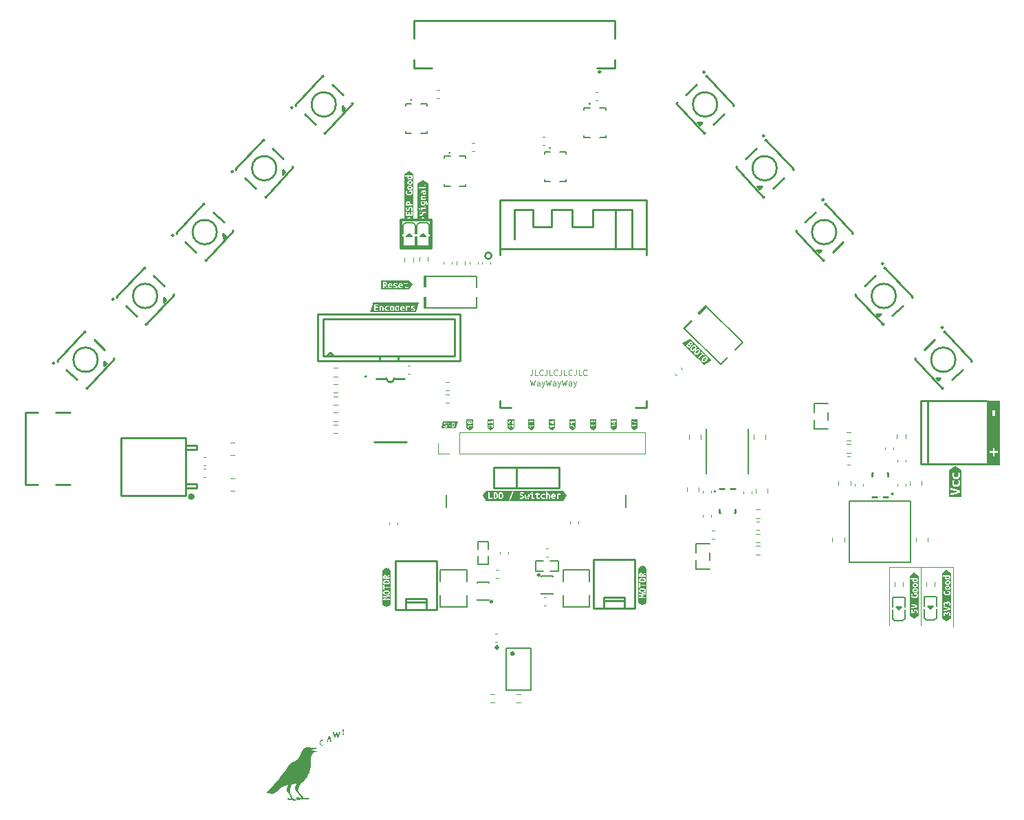
<source format=gbr>
%TF.GenerationSoftware,KiCad,Pcbnew,8.0.1*%
%TF.CreationDate,2024-07-22T13:19:01+02:00*%
%TF.ProjectId,LineFollower_V2,4c696e65-466f-46c6-9c6f-7765725f5632,rev?*%
%TF.SameCoordinates,Original*%
%TF.FileFunction,Legend,Top*%
%TF.FilePolarity,Positive*%
%FSLAX46Y46*%
G04 Gerber Fmt 4.6, Leading zero omitted, Abs format (unit mm)*
G04 Created by KiCad (PCBNEW 8.0.1) date 2024-07-22 13:19:01*
%MOMM*%
%LPD*%
G01*
G04 APERTURE LIST*
%ADD10C,0.100000*%
%ADD11C,0.300000*%
%ADD12C,0.000000*%
%ADD13C,0.120000*%
%ADD14C,0.254000*%
%ADD15C,0.200000*%
%ADD16C,0.152500*%
%ADD17C,0.150000*%
%ADD18C,0.400000*%
%ADD19C,0.127000*%
G04 APERTURE END LIST*
D10*
X192000000Y-98300000D02*
X192000000Y-105500000D01*
D11*
X128000000Y-55500000D02*
X131750000Y-55500000D01*
X131750000Y-59000000D01*
X128000000Y-59000000D01*
X128000000Y-55500000D01*
D10*
X196000000Y-98300000D02*
X196000000Y-105600000D01*
X188100000Y-98350000D02*
X188100000Y-105450000D01*
X192000000Y-98300000D02*
X188100000Y-98300000D01*
X192000000Y-98300000D02*
X196000000Y-98300000D01*
X143915789Y-75209133D02*
X144082455Y-75909133D01*
X144082455Y-75909133D02*
X144215789Y-75409133D01*
X144215789Y-75409133D02*
X144349122Y-75909133D01*
X144349122Y-75909133D02*
X144515789Y-75209133D01*
X145082455Y-75909133D02*
X145082455Y-75542466D01*
X145082455Y-75542466D02*
X145049122Y-75475800D01*
X145049122Y-75475800D02*
X144982455Y-75442466D01*
X144982455Y-75442466D02*
X144849122Y-75442466D01*
X144849122Y-75442466D02*
X144782455Y-75475800D01*
X145082455Y-75875800D02*
X145015789Y-75909133D01*
X145015789Y-75909133D02*
X144849122Y-75909133D01*
X144849122Y-75909133D02*
X144782455Y-75875800D01*
X144782455Y-75875800D02*
X144749122Y-75809133D01*
X144749122Y-75809133D02*
X144749122Y-75742466D01*
X144749122Y-75742466D02*
X144782455Y-75675800D01*
X144782455Y-75675800D02*
X144849122Y-75642466D01*
X144849122Y-75642466D02*
X145015789Y-75642466D01*
X145015789Y-75642466D02*
X145082455Y-75609133D01*
X145349122Y-75442466D02*
X145515788Y-75909133D01*
X145682455Y-75442466D02*
X145515788Y-75909133D01*
X145515788Y-75909133D02*
X145449122Y-76075800D01*
X145449122Y-76075800D02*
X145415788Y-76109133D01*
X145415788Y-76109133D02*
X145349122Y-76142466D01*
X145882455Y-75209133D02*
X146049121Y-75909133D01*
X146049121Y-75909133D02*
X146182455Y-75409133D01*
X146182455Y-75409133D02*
X146315788Y-75909133D01*
X146315788Y-75909133D02*
X146482455Y-75209133D01*
X147049121Y-75909133D02*
X147049121Y-75542466D01*
X147049121Y-75542466D02*
X147015788Y-75475800D01*
X147015788Y-75475800D02*
X146949121Y-75442466D01*
X146949121Y-75442466D02*
X146815788Y-75442466D01*
X146815788Y-75442466D02*
X146749121Y-75475800D01*
X147049121Y-75875800D02*
X146982455Y-75909133D01*
X146982455Y-75909133D02*
X146815788Y-75909133D01*
X146815788Y-75909133D02*
X146749121Y-75875800D01*
X146749121Y-75875800D02*
X146715788Y-75809133D01*
X146715788Y-75809133D02*
X146715788Y-75742466D01*
X146715788Y-75742466D02*
X146749121Y-75675800D01*
X146749121Y-75675800D02*
X146815788Y-75642466D01*
X146815788Y-75642466D02*
X146982455Y-75642466D01*
X146982455Y-75642466D02*
X147049121Y-75609133D01*
X147315788Y-75442466D02*
X147482454Y-75909133D01*
X147649121Y-75442466D02*
X147482454Y-75909133D01*
X147482454Y-75909133D02*
X147415788Y-76075800D01*
X147415788Y-76075800D02*
X147382454Y-76109133D01*
X147382454Y-76109133D02*
X147315788Y-76142466D01*
X147849121Y-75209133D02*
X148015787Y-75909133D01*
X148015787Y-75909133D02*
X148149121Y-75409133D01*
X148149121Y-75409133D02*
X148282454Y-75909133D01*
X148282454Y-75909133D02*
X148449121Y-75209133D01*
X149015787Y-75909133D02*
X149015787Y-75542466D01*
X149015787Y-75542466D02*
X148982454Y-75475800D01*
X148982454Y-75475800D02*
X148915787Y-75442466D01*
X148915787Y-75442466D02*
X148782454Y-75442466D01*
X148782454Y-75442466D02*
X148715787Y-75475800D01*
X149015787Y-75875800D02*
X148949121Y-75909133D01*
X148949121Y-75909133D02*
X148782454Y-75909133D01*
X148782454Y-75909133D02*
X148715787Y-75875800D01*
X148715787Y-75875800D02*
X148682454Y-75809133D01*
X148682454Y-75809133D02*
X148682454Y-75742466D01*
X148682454Y-75742466D02*
X148715787Y-75675800D01*
X148715787Y-75675800D02*
X148782454Y-75642466D01*
X148782454Y-75642466D02*
X148949121Y-75642466D01*
X148949121Y-75642466D02*
X149015787Y-75609133D01*
X149282454Y-75442466D02*
X149449120Y-75909133D01*
X149615787Y-75442466D02*
X149449120Y-75909133D01*
X149449120Y-75909133D02*
X149382454Y-76075800D01*
X149382454Y-76075800D02*
X149349120Y-76109133D01*
X149349120Y-76109133D02*
X149282454Y-76142466D01*
X144182455Y-73959133D02*
X144182455Y-74459133D01*
X144182455Y-74459133D02*
X144149122Y-74559133D01*
X144149122Y-74559133D02*
X144082455Y-74625800D01*
X144082455Y-74625800D02*
X143982455Y-74659133D01*
X143982455Y-74659133D02*
X143915789Y-74659133D01*
X144849122Y-74659133D02*
X144515788Y-74659133D01*
X144515788Y-74659133D02*
X144515788Y-73959133D01*
X145482455Y-74592466D02*
X145449122Y-74625800D01*
X145449122Y-74625800D02*
X145349122Y-74659133D01*
X145349122Y-74659133D02*
X145282455Y-74659133D01*
X145282455Y-74659133D02*
X145182455Y-74625800D01*
X145182455Y-74625800D02*
X145115789Y-74559133D01*
X145115789Y-74559133D02*
X145082455Y-74492466D01*
X145082455Y-74492466D02*
X145049122Y-74359133D01*
X145049122Y-74359133D02*
X145049122Y-74259133D01*
X145049122Y-74259133D02*
X145082455Y-74125800D01*
X145082455Y-74125800D02*
X145115789Y-74059133D01*
X145115789Y-74059133D02*
X145182455Y-73992466D01*
X145182455Y-73992466D02*
X145282455Y-73959133D01*
X145282455Y-73959133D02*
X145349122Y-73959133D01*
X145349122Y-73959133D02*
X145449122Y-73992466D01*
X145449122Y-73992466D02*
X145482455Y-74025800D01*
X145982455Y-73959133D02*
X145982455Y-74459133D01*
X145982455Y-74459133D02*
X145949122Y-74559133D01*
X145949122Y-74559133D02*
X145882455Y-74625800D01*
X145882455Y-74625800D02*
X145782455Y-74659133D01*
X145782455Y-74659133D02*
X145715789Y-74659133D01*
X146649122Y-74659133D02*
X146315788Y-74659133D01*
X146315788Y-74659133D02*
X146315788Y-73959133D01*
X147282455Y-74592466D02*
X147249122Y-74625800D01*
X147249122Y-74625800D02*
X147149122Y-74659133D01*
X147149122Y-74659133D02*
X147082455Y-74659133D01*
X147082455Y-74659133D02*
X146982455Y-74625800D01*
X146982455Y-74625800D02*
X146915789Y-74559133D01*
X146915789Y-74559133D02*
X146882455Y-74492466D01*
X146882455Y-74492466D02*
X146849122Y-74359133D01*
X146849122Y-74359133D02*
X146849122Y-74259133D01*
X146849122Y-74259133D02*
X146882455Y-74125800D01*
X146882455Y-74125800D02*
X146915789Y-74059133D01*
X146915789Y-74059133D02*
X146982455Y-73992466D01*
X146982455Y-73992466D02*
X147082455Y-73959133D01*
X147082455Y-73959133D02*
X147149122Y-73959133D01*
X147149122Y-73959133D02*
X147249122Y-73992466D01*
X147249122Y-73992466D02*
X147282455Y-74025800D01*
X147782455Y-73959133D02*
X147782455Y-74459133D01*
X147782455Y-74459133D02*
X147749122Y-74559133D01*
X147749122Y-74559133D02*
X147682455Y-74625800D01*
X147682455Y-74625800D02*
X147582455Y-74659133D01*
X147582455Y-74659133D02*
X147515789Y-74659133D01*
X148449122Y-74659133D02*
X148115788Y-74659133D01*
X148115788Y-74659133D02*
X148115788Y-73959133D01*
X149082455Y-74592466D02*
X149049122Y-74625800D01*
X149049122Y-74625800D02*
X148949122Y-74659133D01*
X148949122Y-74659133D02*
X148882455Y-74659133D01*
X148882455Y-74659133D02*
X148782455Y-74625800D01*
X148782455Y-74625800D02*
X148715789Y-74559133D01*
X148715789Y-74559133D02*
X148682455Y-74492466D01*
X148682455Y-74492466D02*
X148649122Y-74359133D01*
X148649122Y-74359133D02*
X148649122Y-74259133D01*
X148649122Y-74259133D02*
X148682455Y-74125800D01*
X148682455Y-74125800D02*
X148715789Y-74059133D01*
X148715789Y-74059133D02*
X148782455Y-73992466D01*
X148782455Y-73992466D02*
X148882455Y-73959133D01*
X148882455Y-73959133D02*
X148949122Y-73959133D01*
X148949122Y-73959133D02*
X149049122Y-73992466D01*
X149049122Y-73992466D02*
X149082455Y-74025800D01*
X149582455Y-73959133D02*
X149582455Y-74459133D01*
X149582455Y-74459133D02*
X149549122Y-74559133D01*
X149549122Y-74559133D02*
X149482455Y-74625800D01*
X149482455Y-74625800D02*
X149382455Y-74659133D01*
X149382455Y-74659133D02*
X149315789Y-74659133D01*
X150249122Y-74659133D02*
X149915788Y-74659133D01*
X149915788Y-74659133D02*
X149915788Y-73959133D01*
X150882455Y-74592466D02*
X150849122Y-74625800D01*
X150849122Y-74625800D02*
X150749122Y-74659133D01*
X150749122Y-74659133D02*
X150682455Y-74659133D01*
X150682455Y-74659133D02*
X150582455Y-74625800D01*
X150582455Y-74625800D02*
X150515789Y-74559133D01*
X150515789Y-74559133D02*
X150482455Y-74492466D01*
X150482455Y-74492466D02*
X150449122Y-74359133D01*
X150449122Y-74359133D02*
X150449122Y-74259133D01*
X150449122Y-74259133D02*
X150482455Y-74125800D01*
X150482455Y-74125800D02*
X150515789Y-74059133D01*
X150515789Y-74059133D02*
X150582455Y-73992466D01*
X150582455Y-73992466D02*
X150682455Y-73959133D01*
X150682455Y-73959133D02*
X150749122Y-73959133D01*
X150749122Y-73959133D02*
X150849122Y-73992466D01*
X150849122Y-73992466D02*
X150882455Y-74025800D01*
D12*
%TO.C,G\u002A\u002A\u002A*%
G36*
X116749675Y-120424867D02*
G01*
X116821173Y-120459105D01*
X116832860Y-120472129D01*
X116856492Y-120489011D01*
X116904295Y-120501817D01*
X116983802Y-120511455D01*
X117102547Y-120518835D01*
X117268062Y-120524866D01*
X117270212Y-120524929D01*
X117458644Y-120532616D01*
X117597531Y-120543367D01*
X117691655Y-120557695D01*
X117745717Y-120576068D01*
X117813704Y-120615203D01*
X117718522Y-120621823D01*
X117602662Y-120636173D01*
X117467882Y-120662517D01*
X117327918Y-120697039D01*
X117196504Y-120735925D01*
X117087378Y-120775360D01*
X117014273Y-120811527D01*
X117001700Y-120820924D01*
X117014417Y-120833261D01*
X117069766Y-120846585D01*
X117156119Y-120858181D01*
X117164869Y-120859033D01*
X117283003Y-120876553D01*
X117424596Y-120906728D01*
X117562019Y-120943547D01*
X117582548Y-120949897D01*
X117813704Y-121023126D01*
X117568951Y-121038057D01*
X117426476Y-121048962D01*
X117329017Y-121063086D01*
X117267202Y-121083303D01*
X117231659Y-121112489D01*
X117215062Y-121146624D01*
X117177435Y-121196640D01*
X117146102Y-121213912D01*
X117100249Y-121251057D01*
X117075055Y-121302878D01*
X117048136Y-121378883D01*
X117010049Y-121457436D01*
X116993452Y-121495242D01*
X116980257Y-121548478D01*
X116969722Y-121624621D01*
X116961106Y-121731145D01*
X116953669Y-121875528D01*
X116946668Y-122065244D01*
X116945176Y-122111794D01*
X116936862Y-122318932D01*
X116925794Y-122508607D01*
X116912733Y-122670968D01*
X116898440Y-122796164D01*
X116887391Y-122859652D01*
X116863108Y-122975057D01*
X116836088Y-123115819D01*
X116811762Y-123253523D01*
X116809439Y-123267534D01*
X116780900Y-123411310D01*
X116742125Y-123545184D01*
X116687930Y-123681829D01*
X116613128Y-123833919D01*
X116512537Y-124014126D01*
X116484070Y-124062815D01*
X116383139Y-124216447D01*
X116261496Y-124373707D01*
X116129461Y-124523307D01*
X115997353Y-124653962D01*
X115875491Y-124754382D01*
X115817093Y-124792342D01*
X115732003Y-124863116D01*
X115648702Y-124972798D01*
X115630995Y-125002264D01*
X115563891Y-125123899D01*
X115502513Y-125243774D01*
X115451419Y-125351957D01*
X115415164Y-125438516D01*
X115398304Y-125493520D01*
X115399354Y-125507205D01*
X115401619Y-125540039D01*
X115390092Y-125605983D01*
X115380292Y-125644369D01*
X115359136Y-125771987D01*
X115378060Y-125872931D01*
X115426316Y-125945937D01*
X115462545Y-125987047D01*
X115525357Y-126059325D01*
X115605963Y-126152623D01*
X115695573Y-126256796D01*
X115696725Y-126258137D01*
X115792516Y-126368056D01*
X115885920Y-126472305D01*
X115965772Y-126558591D01*
X116017803Y-126611670D01*
X116117128Y-126706852D01*
X116410899Y-126708020D01*
X116554099Y-126710590D01*
X116654367Y-126717962D01*
X116723058Y-126731632D01*
X116771530Y-126753099D01*
X116776479Y-126756238D01*
X116826688Y-126796935D01*
X116848271Y-126829896D01*
X116848287Y-126830483D01*
X116829167Y-126836591D01*
X116782704Y-126814653D01*
X116778342Y-126811848D01*
X116729491Y-126784162D01*
X116695113Y-126787618D01*
X116652216Y-126826672D01*
X116641268Y-126838416D01*
X116568044Y-126894012D01*
X116476306Y-126910783D01*
X116470991Y-126910814D01*
X116399197Y-126906182D01*
X116353070Y-126894741D01*
X116348752Y-126891721D01*
X116313914Y-126881651D01*
X116240057Y-126873012D01*
X116142550Y-126867550D01*
X116133459Y-126867282D01*
X116016654Y-126861744D01*
X115904904Y-126852551D01*
X115828480Y-126842623D01*
X115762306Y-126833270D01*
X115740755Y-126838781D01*
X115753694Y-126858904D01*
X115785630Y-126904633D01*
X115771465Y-126922409D01*
X115717930Y-126910140D01*
X115630040Y-126886696D01*
X115568157Y-126889881D01*
X115543038Y-126918977D01*
X115542934Y-126921786D01*
X115531345Y-126941767D01*
X115492746Y-126958548D01*
X115421388Y-126973067D01*
X115311524Y-126986260D01*
X115157405Y-126999065D01*
X115007023Y-127009121D01*
X114872902Y-127014908D01*
X114778858Y-127011711D01*
X114711156Y-126998438D01*
X114672044Y-126982551D01*
X114591632Y-126958498D01*
X114490821Y-126960608D01*
X114358372Y-126989589D01*
X114303668Y-127005836D01*
X114242119Y-127004532D01*
X114216857Y-126986599D01*
X114184435Y-126933973D01*
X114158439Y-126876448D01*
X114122498Y-126824630D01*
X114076576Y-126824615D01*
X114024585Y-126875621D01*
X114004609Y-126907239D01*
X113963645Y-126978801D01*
X113981067Y-126910814D01*
X114025954Y-126798184D01*
X114090546Y-126736122D01*
X114175897Y-126724103D01*
X114282063Y-126761074D01*
X114356581Y-126789991D01*
X114425411Y-126800997D01*
X114471928Y-126792849D01*
X114482334Y-126776055D01*
X114472186Y-126742083D01*
X114444594Y-126669156D01*
X114403839Y-126568183D01*
X114356956Y-126456516D01*
X114281006Y-126285603D01*
X114215817Y-126156097D01*
X114155441Y-126057643D01*
X114093932Y-125979888D01*
X114066894Y-125951476D01*
X113995439Y-125842326D01*
X113986731Y-125802533D01*
X114363110Y-125802533D01*
X114366536Y-125949600D01*
X114393784Y-126083584D01*
X114445382Y-126216671D01*
X114461769Y-126250472D01*
X114570393Y-126450663D01*
X114682128Y-126626274D01*
X114788667Y-126764423D01*
X114804166Y-126781638D01*
X114868541Y-126830710D01*
X114953841Y-126854704D01*
X115070420Y-126855117D01*
X115198565Y-126838585D01*
X115199495Y-126838294D01*
X115497609Y-126838294D01*
X115501342Y-126854461D01*
X115515739Y-126856424D01*
X115538123Y-126846474D01*
X115533869Y-126838294D01*
X115501595Y-126835039D01*
X115497609Y-126838294D01*
X115199495Y-126838294D01*
X115275982Y-126814370D01*
X115317866Y-126778190D01*
X115317257Y-126738708D01*
X115295344Y-126718121D01*
X115249414Y-126697039D01*
X115209502Y-126707143D01*
X115157674Y-126754140D01*
X115147310Y-126765213D01*
X115080621Y-126837171D01*
X115080621Y-126768512D01*
X115096220Y-126711326D01*
X115151341Y-126670957D01*
X115167288Y-126663955D01*
X115243796Y-126639179D01*
X115318961Y-126634537D01*
X115412985Y-126650283D01*
X115480641Y-126667889D01*
X115575409Y-126684373D01*
X115658645Y-126681914D01*
X115715886Y-126662445D01*
X115733298Y-126634113D01*
X115715842Y-126585514D01*
X115668172Y-126506533D01*
X115597327Y-126406413D01*
X115510349Y-126294398D01*
X115414281Y-126179730D01*
X115316163Y-126071654D01*
X115265220Y-126019695D01*
X115135791Y-125880393D01*
X115036010Y-125748966D01*
X114970748Y-125632835D01*
X114944879Y-125539419D01*
X114944647Y-125531446D01*
X114953076Y-125490586D01*
X114975906Y-125410739D01*
X115009447Y-125304211D01*
X115042106Y-125206310D01*
X115080250Y-125090830D01*
X115109223Y-124995601D01*
X115125885Y-124931478D01*
X115127984Y-124909497D01*
X115098238Y-124911237D01*
X115031604Y-124927023D01*
X114945397Y-124952544D01*
X114840788Y-124981558D01*
X114742995Y-125001369D01*
X114684726Y-125007173D01*
X114617317Y-125018015D01*
X114562624Y-125055025D01*
X114516428Y-125124932D01*
X114474510Y-125234466D01*
X114432650Y-125390356D01*
X114425592Y-125420408D01*
X114382972Y-125630198D01*
X114363110Y-125802533D01*
X113986731Y-125802533D01*
X113964567Y-125701252D01*
X113974625Y-125532925D01*
X114022559Y-125351584D01*
X114057454Y-125255837D01*
X114089189Y-125175046D01*
X114108122Y-125132470D01*
X114119900Y-125101276D01*
X114104102Y-125089023D01*
X114049748Y-125091231D01*
X114016255Y-125094982D01*
X113945829Y-125112136D01*
X113840899Y-125148629D01*
X113715448Y-125199166D01*
X113583463Y-125258450D01*
X113578994Y-125260572D01*
X113434603Y-125331635D01*
X113322077Y-125394661D01*
X113224320Y-125461381D01*
X113124236Y-125543527D01*
X113004727Y-125652828D01*
X112997741Y-125659399D01*
X112887615Y-125760755D01*
X112779694Y-125856036D01*
X112686087Y-125934793D01*
X112618906Y-125986578D01*
X112616830Y-125988015D01*
X112517366Y-126049352D01*
X112400789Y-126110604D01*
X112281612Y-126165288D01*
X112174349Y-126206920D01*
X112093514Y-126229016D01*
X112073054Y-126230942D01*
X112010997Y-126213443D01*
X111948523Y-126171563D01*
X111906139Y-126121227D01*
X111898822Y-126095648D01*
X111875997Y-126080807D01*
X111824036Y-126082843D01*
X111685433Y-126108259D01*
X111591697Y-126124265D01*
X111534094Y-126130660D01*
X111503886Y-126127247D01*
X111492340Y-126113826D01*
X111490718Y-126090199D01*
X111490899Y-126075259D01*
X111517467Y-125980068D01*
X111597159Y-125873316D01*
X111729956Y-125755024D01*
X111770578Y-125724292D01*
X111873921Y-125636330D01*
X111977335Y-125529332D01*
X112045350Y-125444172D01*
X112099786Y-125368953D01*
X112163176Y-125287330D01*
X112241136Y-125192632D01*
X112339286Y-125078186D01*
X112463245Y-124937320D01*
X112618631Y-124763363D01*
X112619486Y-124762411D01*
X112747936Y-124618615D01*
X112848245Y-124504283D01*
X112929150Y-124408898D01*
X112999383Y-124321943D01*
X113067681Y-124232900D01*
X113136188Y-124140268D01*
X113210015Y-124041366D01*
X113307922Y-123913115D01*
X113419866Y-123768523D01*
X113535803Y-123620594D01*
X113603874Y-123534678D01*
X113721561Y-123384499D01*
X113844899Y-123223099D01*
X113962518Y-123065615D01*
X114063048Y-122927185D01*
X114105060Y-122867375D01*
X114242555Y-122678231D01*
X114369557Y-122523271D01*
X114481999Y-122406998D01*
X114575818Y-122333912D01*
X114597517Y-122322124D01*
X114650472Y-122296744D01*
X114736262Y-122255673D01*
X114838652Y-122206682D01*
X114866461Y-122193380D01*
X114995070Y-122123431D01*
X115133380Y-122035152D01*
X115251573Y-121947585D01*
X115252168Y-121947094D01*
X115328769Y-121880827D01*
X115390072Y-121817728D01*
X115443052Y-121747115D01*
X115494689Y-121658305D01*
X115551958Y-121540615D01*
X115621839Y-121383364D01*
X115624752Y-121376659D01*
X115734530Y-121134140D01*
X115834247Y-120934828D01*
X115922437Y-120781402D01*
X115997631Y-120676542D01*
X116022715Y-120649774D01*
X116123500Y-120573305D01*
X116247328Y-120509165D01*
X116383028Y-120459801D01*
X116519433Y-120427664D01*
X116645372Y-120415203D01*
X116749675Y-120424867D01*
G37*
G36*
X118322353Y-119546340D02*
G01*
X118406479Y-119553409D01*
X118450659Y-119567355D01*
X118469329Y-119596033D01*
X118474986Y-119629390D01*
X118468221Y-119688139D01*
X118437378Y-119703456D01*
X118394127Y-119672898D01*
X118377510Y-119649786D01*
X118323188Y-119602781D01*
X118256666Y-119605163D01*
X118191849Y-119652641D01*
X118161733Y-119715306D01*
X118143445Y-119811117D01*
X118137586Y-119920559D01*
X118144759Y-120024123D01*
X118165567Y-120102295D01*
X118177366Y-120121516D01*
X118233658Y-120158422D01*
X118301919Y-120165974D01*
X118360472Y-120145156D01*
X118384796Y-120112098D01*
X118415615Y-120063816D01*
X118451390Y-120061939D01*
X118476407Y-120102563D01*
X118479978Y-120135735D01*
X118473298Y-120188402D01*
X118442799Y-120215448D01*
X118377998Y-120230618D01*
X118293683Y-120243091D01*
X118238310Y-120243646D01*
X118187295Y-120230035D01*
X118135385Y-120208429D01*
X118062855Y-120165091D01*
X118018251Y-120103866D01*
X117995998Y-120012641D01*
X117990471Y-119893608D01*
X117993163Y-119796928D01*
X118006273Y-119733535D01*
X118037350Y-119682401D01*
X118084398Y-119632004D01*
X118145176Y-119576555D01*
X118197886Y-119550130D01*
X118266666Y-119544041D01*
X118322353Y-119546340D01*
G37*
G36*
X119207433Y-119056818D02*
G01*
X119238844Y-119065091D01*
X119264167Y-119087388D01*
X119288154Y-119133080D01*
X119315556Y-119211540D01*
X119351124Y-119332141D01*
X119356379Y-119350642D01*
X119393446Y-119472376D01*
X119430274Y-119577866D01*
X119461979Y-119653904D01*
X119479563Y-119683779D01*
X119500198Y-119711677D01*
X119491408Y-119725809D01*
X119443903Y-119730814D01*
X119384212Y-119731370D01*
X119246610Y-119731370D01*
X119261201Y-119622591D01*
X119275791Y-119513811D01*
X119162554Y-119513811D01*
X119085304Y-119519650D01*
X119043888Y-119542477D01*
X119025841Y-119575000D01*
X119016405Y-119634137D01*
X119026717Y-119662023D01*
X119049822Y-119702487D01*
X119023800Y-119725033D01*
X118955889Y-119731370D01*
X118892964Y-119725374D01*
X118861524Y-119710629D01*
X118860707Y-119707505D01*
X118879312Y-119672064D01*
X118901499Y-119649786D01*
X118935836Y-119607750D01*
X118942291Y-119586618D01*
X118951624Y-119550117D01*
X118976759Y-119475439D01*
X118982599Y-119459422D01*
X119053675Y-119459422D01*
X119145363Y-119459422D01*
X119237050Y-119459422D01*
X119209520Y-119357441D01*
X119182389Y-119272317D01*
X119158341Y-119240200D01*
X119132765Y-119260250D01*
X119101050Y-119331632D01*
X119098915Y-119337356D01*
X119053675Y-119459422D01*
X118982599Y-119459422D01*
X119013399Y-119374948D01*
X119040856Y-119302922D01*
X119086882Y-119186990D01*
X119120465Y-119113312D01*
X119147634Y-119072982D01*
X119174415Y-119057094D01*
X119206836Y-119056746D01*
X119207433Y-119056818D01*
G37*
G36*
X120179492Y-118602635D02*
G01*
X120195474Y-118650375D01*
X120202827Y-118707131D01*
X120219971Y-118797093D01*
X120243178Y-118900714D01*
X120288662Y-119089864D01*
X120353898Y-118864098D01*
X120384787Y-118751800D01*
X120399468Y-118680316D01*
X120399106Y-118638916D01*
X120384862Y-118616873D01*
X120380981Y-118614175D01*
X120376454Y-118598470D01*
X120425431Y-118590837D01*
X120465203Y-118590019D01*
X120535976Y-118594051D01*
X120558488Y-118605443D01*
X120551405Y-118612952D01*
X120528930Y-118646512D01*
X120494596Y-118720837D01*
X120453102Y-118824886D01*
X120409809Y-118945673D01*
X120363719Y-119077918D01*
X120329165Y-119166599D01*
X120301616Y-119220115D01*
X120276540Y-119246865D01*
X120249407Y-119255247D01*
X120242681Y-119255460D01*
X120209201Y-119249330D01*
X120184569Y-119223587D01*
X120162745Y-119167204D01*
X120137684Y-119069154D01*
X120135528Y-119059910D01*
X120111829Y-118959801D01*
X120091853Y-118878762D01*
X120079603Y-118832997D01*
X120078985Y-118831068D01*
X120067881Y-118840274D01*
X120047302Y-118892593D01*
X120020765Y-118978321D01*
X120005638Y-119033417D01*
X119974530Y-119146190D01*
X119950265Y-119216047D01*
X119927388Y-119253052D01*
X119900446Y-119267269D01*
X119877957Y-119269058D01*
X119828026Y-119264611D01*
X119812527Y-119256550D01*
X119805563Y-119218119D01*
X119787135Y-119141122D01*
X119760939Y-119039226D01*
X119730670Y-118926098D01*
X119700024Y-118815406D01*
X119672697Y-118720817D01*
X119652384Y-118656000D01*
X119644943Y-118636777D01*
X119636207Y-118607899D01*
X119656596Y-118593783D01*
X119716945Y-118589373D01*
X119746913Y-118589186D01*
X119822702Y-118592389D01*
X119852229Y-118603797D01*
X119845843Y-118623180D01*
X119838998Y-118661300D01*
X119842867Y-118733044D01*
X119854704Y-118822720D01*
X119871764Y-118914636D01*
X119891300Y-118993101D01*
X119910566Y-119042422D01*
X119920793Y-119051499D01*
X119936256Y-119027472D01*
X119957559Y-118965631D01*
X119972791Y-118908726D01*
X120006584Y-118773470D01*
X120033099Y-118682667D01*
X120056548Y-118627609D01*
X120081145Y-118599586D01*
X120111102Y-118589890D01*
X120127377Y-118589186D01*
X120179492Y-118602635D01*
G37*
G36*
X120962507Y-118733941D02*
G01*
X120980282Y-118771267D01*
X120981906Y-118806745D01*
X120974588Y-118865051D01*
X120943483Y-118886381D01*
X120913919Y-118888330D01*
X120865330Y-118879549D01*
X120847555Y-118842223D01*
X120845931Y-118806745D01*
X120853249Y-118748439D01*
X120884354Y-118727109D01*
X120913919Y-118725160D01*
X120962507Y-118733941D01*
G37*
G36*
X120995765Y-118364829D02*
G01*
X120979235Y-118500998D01*
X120963836Y-118591232D01*
X120947278Y-118643879D01*
X120927267Y-118667283D01*
X120911758Y-118670771D01*
X120881810Y-118645871D01*
X120872890Y-118582387D01*
X120869390Y-118502024D01*
X120860791Y-118399452D01*
X120855504Y-118351231D01*
X120838355Y-118208458D01*
X120925685Y-118208458D01*
X121013014Y-118208458D01*
X120995765Y-118364829D01*
G37*
%TO.C,kibuzzard-669E1FB3*%
G36*
X126751553Y-63418578D02*
G01*
X126787740Y-63447658D01*
X126808419Y-63488368D01*
X126814881Y-63535541D01*
X126571908Y-63535541D01*
X126582894Y-63487722D01*
X126606157Y-63446365D01*
X126643637Y-63417932D01*
X126697272Y-63407593D01*
X126751553Y-63418578D01*
G37*
G36*
X128043960Y-63418578D02*
G01*
X128080147Y-63447658D01*
X128100826Y-63488368D01*
X128107288Y-63535541D01*
X127864315Y-63535541D01*
X127875301Y-63487722D01*
X127898564Y-63446365D01*
X127936044Y-63417932D01*
X127989679Y-63407593D01*
X128043960Y-63418578D01*
G37*
G36*
X126055268Y-63234087D02*
G01*
X126100180Y-63256381D01*
X126129259Y-63294507D01*
X126138952Y-63349435D01*
X126102764Y-63439257D01*
X126055268Y-63463005D01*
X125985155Y-63470921D01*
X125950260Y-63470921D01*
X125950260Y-63230533D01*
X125976108Y-63227302D01*
X125998079Y-63226656D01*
X126055268Y-63234087D01*
G37*
G36*
X129424107Y-63500000D02*
G01*
X129077885Y-64019332D01*
X128916335Y-64019332D01*
X128722474Y-64019332D01*
X128033621Y-64019332D01*
X127307288Y-64019332D01*
X126741213Y-64019332D01*
X126353491Y-64019332D01*
X125791294Y-64019332D01*
X125575893Y-64019332D01*
X125575893Y-63897415D01*
X125791294Y-63897415D01*
X125950260Y-63897415D01*
X125950260Y-63602746D01*
X126032974Y-63602746D01*
X126076755Y-63675929D01*
X126117627Y-63748142D01*
X126154622Y-63821325D01*
X126186771Y-63897415D01*
X126353491Y-63897415D01*
X126316658Y-63812763D01*
X126272070Y-63723586D01*
X126224251Y-63638288D01*
X126199571Y-63598869D01*
X126407772Y-63598869D01*
X126413588Y-63671567D01*
X126431036Y-63734572D01*
X126459307Y-63788045D01*
X126497595Y-63832149D01*
X126545414Y-63866721D01*
X126602280Y-63891599D01*
X126667708Y-63906624D01*
X126741213Y-63911632D01*
X126845898Y-63901939D01*
X126933782Y-63878029D01*
X126931062Y-63861228D01*
X127083701Y-63861228D01*
X127172877Y-63893538D01*
X127234267Y-63907108D01*
X127307288Y-63911632D01*
X127378693Y-63908078D01*
X127437821Y-63897415D01*
X127523766Y-63858643D01*
X127570939Y-63800485D01*
X127585155Y-63729402D01*
X127565769Y-63648627D01*
X127520157Y-63598869D01*
X127700180Y-63598869D01*
X127705995Y-63671567D01*
X127723443Y-63734572D01*
X127751714Y-63788045D01*
X127790002Y-63832149D01*
X127837821Y-63866721D01*
X127894687Y-63891599D01*
X127960115Y-63906624D01*
X128033621Y-63911632D01*
X128138306Y-63901939D01*
X128226189Y-63878029D01*
X128204218Y-63742326D01*
X128131197Y-63763005D01*
X128040083Y-63773344D01*
X127969646Y-63764782D01*
X127913427Y-63739095D01*
X127876593Y-63698546D01*
X127864315Y-63645396D01*
X128258499Y-63645396D01*
X128260438Y-63618255D01*
X128261084Y-63585945D01*
X128253330Y-63492389D01*
X128232096Y-63421809D01*
X128352845Y-63421809D01*
X128491133Y-63421809D01*
X128491133Y-63671244D01*
X128495010Y-63740226D01*
X128506642Y-63794669D01*
X128551876Y-63867690D01*
X128624251Y-63902585D01*
X128722474Y-63911632D01*
X128821343Y-63903877D01*
X128916335Y-63878029D01*
X128894364Y-63741034D01*
X128853653Y-63757835D01*
X128817465Y-63767528D01*
X128781278Y-63772052D01*
X128740567Y-63773344D01*
X128703087Y-63769467D01*
X128674654Y-63753958D01*
X128656561Y-63721648D01*
X128650099Y-63667367D01*
X128650099Y-63421809D01*
X128904703Y-63421809D01*
X128904703Y-63289984D01*
X128650099Y-63289984D01*
X128650099Y-63111632D01*
X128491133Y-63137480D01*
X128491133Y-63289984D01*
X128352845Y-63289984D01*
X128352845Y-63421809D01*
X128232096Y-63421809D01*
X128230066Y-63415060D01*
X128191294Y-63353958D01*
X128137588Y-63309801D01*
X128069521Y-63283306D01*
X127987094Y-63274475D01*
X127933459Y-63279645D01*
X127881116Y-63295153D01*
X127832328Y-63320840D01*
X127789356Y-63356543D01*
X127753168Y-63402262D01*
X127724735Y-63457997D01*
X127706318Y-63523586D01*
X127700180Y-63598869D01*
X127520157Y-63598869D01*
X127516011Y-63594346D01*
X127448160Y-63558805D01*
X127375785Y-63532956D01*
X127329905Y-63516801D01*
X127292425Y-63499354D01*
X127266577Y-63479321D01*
X127256884Y-63454120D01*
X127278209Y-63422456D01*
X127360276Y-63407593D01*
X127464961Y-63422456D01*
X127533459Y-63443780D01*
X127558015Y-63309370D01*
X127469485Y-63283522D01*
X127416335Y-63276737D01*
X127358984Y-63274475D01*
X127295333Y-63278191D01*
X127241375Y-63289338D01*
X127160600Y-63330695D01*
X127114073Y-63391438D01*
X127099210Y-63464459D01*
X127118596Y-63543942D01*
X127167708Y-63596284D01*
X127233621Y-63630533D01*
X127304703Y-63654443D01*
X127351876Y-63669952D01*
X127391940Y-63686107D01*
X127419081Y-63706139D01*
X127428774Y-63734572D01*
X127397756Y-63768821D01*
X127308580Y-63777221D01*
X127204541Y-63761712D01*
X127108257Y-63728110D01*
X127083701Y-63861228D01*
X126931062Y-63861228D01*
X126911811Y-63742326D01*
X126838790Y-63763005D01*
X126747675Y-63773344D01*
X126677239Y-63764782D01*
X126621020Y-63739095D01*
X126584186Y-63698546D01*
X126571908Y-63645396D01*
X126966092Y-63645396D01*
X126968031Y-63618255D01*
X126968677Y-63585945D01*
X126960923Y-63492389D01*
X126937659Y-63415060D01*
X126898887Y-63353958D01*
X126845180Y-63309801D01*
X126777114Y-63283306D01*
X126694687Y-63274475D01*
X126641052Y-63279645D01*
X126588709Y-63295153D01*
X126539921Y-63320840D01*
X126496948Y-63356543D01*
X126460761Y-63402262D01*
X126432328Y-63457997D01*
X126413911Y-63523586D01*
X126407772Y-63598869D01*
X126199571Y-63598869D01*
X126177724Y-63563974D01*
X126234267Y-63527464D01*
X126272070Y-63477383D01*
X126293394Y-63417286D01*
X126300503Y-63350727D01*
X126295171Y-63287884D01*
X126279178Y-63233764D01*
X126217789Y-63151696D01*
X126173847Y-63123586D01*
X126122150Y-63103877D01*
X126063346Y-63092246D01*
X125998079Y-63088368D01*
X125952845Y-63089661D01*
X125898564Y-63092892D01*
X125842344Y-63099354D01*
X125791294Y-63109047D01*
X125791294Y-63897415D01*
X125575893Y-63897415D01*
X125575893Y-62980668D01*
X125791294Y-62980668D01*
X128916335Y-62980668D01*
X129077885Y-62980668D01*
X129424107Y-63500000D01*
G37*
D13*
%TO.C,C4*%
X103965580Y-84690000D02*
X103684420Y-84690000D01*
X103965580Y-85710000D02*
X103684420Y-85710000D01*
D14*
%TO.C,LED11*%
X183923066Y-64737934D02*
X187333058Y-68394702D01*
X184010463Y-64656435D02*
X183923066Y-64737934D01*
X186424296Y-62405500D02*
X185078605Y-63660377D01*
X186529125Y-67092707D02*
X187094466Y-67112449D01*
X186801925Y-67385248D02*
X186529125Y-67092707D01*
X187094466Y-67112449D02*
X186801925Y-67385248D01*
X187420454Y-68313204D02*
X187333058Y-68394702D01*
X187579834Y-61327942D02*
X187492438Y-61409441D01*
X187579834Y-61327942D02*
X190989826Y-64984711D01*
X189834287Y-66062268D02*
X188488596Y-67317145D01*
X190989826Y-64984711D02*
X190902429Y-65066209D01*
X187412312Y-60894431D02*
G75*
G02*
X187212312Y-60894431I-100000J0D01*
G01*
X187212312Y-60894431D02*
G75*
G02*
X187412312Y-60894431I100000J0D01*
G01*
X188956447Y-64861322D02*
G75*
G02*
X185956445Y-64861322I-1500001J0D01*
G01*
X185956445Y-64861322D02*
G75*
G02*
X188956447Y-64861322I1500001J0D01*
G01*
D13*
%TO.C,C20*%
X190645000Y-88178752D02*
X190645000Y-87656248D01*
X192115000Y-88178752D02*
X192115000Y-87656248D01*
D12*
%TO.C,kibuzzard-669E1EFC*%
G36*
X141950061Y-80705789D02*
G01*
X141950061Y-81104173D01*
X141950061Y-81144561D01*
X141562500Y-81402935D01*
X141174939Y-81144561D01*
X141174939Y-81104173D01*
X141174939Y-80906435D01*
X141269285Y-80906435D01*
X141307088Y-80948115D01*
X141341983Y-80999488D01*
X141372032Y-81053770D01*
X141394326Y-81104173D01*
X141493195Y-81065401D01*
X141469447Y-81006274D01*
X141435036Y-80944238D01*
X141770416Y-80944238D01*
X141770416Y-81070248D01*
X141869285Y-81070248D01*
X141869285Y-80705789D01*
X141770416Y-80705789D01*
X141770416Y-80825013D01*
X141269285Y-80825013D01*
X141269285Y-80906435D01*
X141174939Y-80906435D01*
X141174939Y-80433414D01*
X141255715Y-80433414D01*
X141260561Y-80483939D01*
X141275101Y-80534707D01*
X141299818Y-80582566D01*
X141335198Y-80624367D01*
X141418558Y-80565240D01*
X141373001Y-80504173D01*
X141359431Y-80445046D01*
X141379301Y-80388826D01*
X141436006Y-80366532D01*
X141487379Y-80384464D01*
X141539721Y-80430022D01*
X141567468Y-80458616D01*
X141596426Y-80489149D01*
X141627201Y-80519682D01*
X141660400Y-80548277D01*
X141696385Y-80573479D01*
X141735521Y-80593834D01*
X141778170Y-80607283D01*
X141824697Y-80611766D01*
X141845053Y-80612251D01*
X141869285Y-80609828D01*
X141869285Y-80218228D01*
X141770416Y-80218228D01*
X141770416Y-80476064D01*
X141738429Y-80465886D01*
X141704019Y-80441169D01*
X141671062Y-80410151D01*
X141643437Y-80381072D01*
X141594972Y-80331637D01*
X141542629Y-80288018D01*
X141486894Y-80257001D01*
X141427282Y-80245369D01*
X141352161Y-80260878D01*
X141298364Y-80302558D01*
X141266377Y-80362655D01*
X141255715Y-80433414D01*
X141174939Y-80433414D01*
X141174939Y-80218228D01*
X141174939Y-80097065D01*
X141950061Y-80097065D01*
X141950061Y-80218228D01*
X141950061Y-80705789D01*
G37*
D14*
%TO.C,IC3*%
X167200000Y-88587500D02*
X167200000Y-88606500D01*
X167200000Y-88587500D02*
X167844000Y-88587500D01*
X167200000Y-91118500D02*
X167200000Y-91587500D01*
X167344000Y-91587500D02*
X167200000Y-91587500D01*
X168556000Y-88587500D02*
X169200000Y-88587500D01*
X169200000Y-88587500D02*
X169200000Y-88606500D01*
X169200000Y-91118500D02*
X169200000Y-91587500D01*
X169200000Y-91587500D02*
X169056000Y-91587500D01*
D15*
X166790000Y-88957500D02*
G75*
G02*
X166590000Y-88957500I-100000J0D01*
G01*
X166590000Y-88957500D02*
G75*
G02*
X166790000Y-88957500I100000J0D01*
G01*
D13*
%TO.C,C5*%
X136480000Y-60915580D02*
X136480000Y-60634420D01*
X137500000Y-60915580D02*
X137500000Y-60634420D01*
D12*
%TO.C,kibuzzard-669E1EEE*%
G36*
X139412025Y-80706597D02*
G01*
X139412025Y-81104981D01*
X139412025Y-81145369D01*
X139031250Y-81399219D01*
X138650475Y-81145369D01*
X138650475Y-81104981D01*
X138650475Y-80907243D01*
X138731250Y-80907243D01*
X138769053Y-80948923D01*
X138803948Y-81000296D01*
X138833996Y-81054577D01*
X138856290Y-81104981D01*
X138955160Y-81066209D01*
X138931412Y-81007081D01*
X138897001Y-80945046D01*
X139232381Y-80945046D01*
X139232381Y-81071055D01*
X139331250Y-81071055D01*
X139331250Y-80706597D01*
X139232381Y-80706597D01*
X139232381Y-80825821D01*
X138731250Y-80825821D01*
X138731250Y-80907243D01*
X138650475Y-80907243D01*
X138650475Y-80422590D01*
X138731250Y-80422590D01*
X138769053Y-80464270D01*
X138803948Y-80515644D01*
X138833996Y-80569925D01*
X138856290Y-80620328D01*
X138955160Y-80581556D01*
X138931412Y-80522429D01*
X138897001Y-80460393D01*
X139232381Y-80460393D01*
X139232381Y-80586403D01*
X139331250Y-80586403D01*
X139331250Y-80221944D01*
X139232381Y-80221944D01*
X139232381Y-80341169D01*
X138731250Y-80341169D01*
X138731250Y-80422590D01*
X138650475Y-80422590D01*
X138650475Y-80221944D01*
X138650475Y-80100781D01*
X139412025Y-80100781D01*
X139412025Y-80221944D01*
X139412025Y-80706597D01*
G37*
%TO.C,kibuzzard-669E1F08*%
G36*
X144487611Y-80698358D02*
G01*
X144487611Y-81096742D01*
X144487611Y-81137130D01*
X144093750Y-81399704D01*
X143699889Y-81137130D01*
X143699889Y-81096742D01*
X143699889Y-80899004D01*
X143794235Y-80899004D01*
X143832038Y-80940684D01*
X143866933Y-80992057D01*
X143896981Y-81046338D01*
X143919275Y-81096742D01*
X144018144Y-81057970D01*
X143994396Y-80998842D01*
X143959986Y-80936807D01*
X144295366Y-80936807D01*
X144295366Y-81062816D01*
X144394235Y-81062816D01*
X144394235Y-80698358D01*
X144295366Y-80698358D01*
X144295366Y-80817582D01*
X143794235Y-80817582D01*
X143794235Y-80899004D01*
X143699889Y-80899004D01*
X143699889Y-80441492D01*
X143780664Y-80441492D01*
X143785147Y-80492986D01*
X143798597Y-80538907D01*
X143833976Y-80608212D01*
X143921214Y-80565563D01*
X143893588Y-80507889D01*
X143882441Y-80440522D01*
X143901343Y-80385757D01*
X143953201Y-80365886D01*
X143990034Y-80375094D01*
X144013298Y-80398842D01*
X144025899Y-80431799D01*
X144029776Y-80468632D01*
X144029776Y-80513220D01*
X144128645Y-80513220D01*
X144128645Y-80476387D01*
X144133370Y-80423317D01*
X144147546Y-80380425D01*
X144173597Y-80352073D01*
X144213944Y-80342623D01*
X144278887Y-80367340D01*
X144298516Y-80401144D01*
X144305059Y-80453123D01*
X144302393Y-80499044D01*
X144294396Y-80537938D01*
X144274041Y-80595611D01*
X144373879Y-80618875D01*
X144384542Y-80588826D01*
X144395204Y-80546661D01*
X144403443Y-80499165D01*
X144406836Y-80452154D01*
X144403322Y-80396177D01*
X144392781Y-80348438D01*
X144375818Y-80308697D01*
X144353039Y-80276710D01*
X144292458Y-80235030D01*
X144215882Y-80221459D01*
X144167175Y-80227881D01*
X144125737Y-80247146D01*
X144092538Y-80278043D01*
X144068548Y-80319359D01*
X144018144Y-80265078D01*
X143949324Y-80244723D01*
X143882441Y-80256354D01*
X143828645Y-80292219D01*
X143793265Y-80353770D01*
X143783815Y-80394359D01*
X143780664Y-80441492D01*
X143699889Y-80441492D01*
X143699889Y-80221459D01*
X143699889Y-80100296D01*
X144487611Y-80100296D01*
X144487611Y-80221459D01*
X144487611Y-80452154D01*
X144487611Y-80698358D01*
G37*
D16*
%TO.C,R22*%
X132867500Y-98564000D02*
X132867500Y-99999000D01*
X132867500Y-103186000D02*
X132867500Y-101751000D01*
X136132500Y-98564000D02*
X132867500Y-98564000D01*
X136132500Y-99999000D02*
X136132500Y-98564000D01*
X136132500Y-101751000D02*
X136132500Y-103186000D01*
X136132500Y-103186000D02*
X132867500Y-103186000D01*
D13*
%TO.C,R6*%
X172187258Y-95677500D02*
X171712742Y-95677500D01*
X172187258Y-96722500D02*
X171712742Y-96722500D01*
%TO.C,C24*%
X191395000Y-95103752D02*
X191395000Y-94581248D01*
X192865000Y-95103752D02*
X192865000Y-94581248D01*
%TO.C,R9*%
X171712742Y-94177500D02*
X172187258Y-94177500D01*
X171712742Y-95222500D02*
X172187258Y-95222500D01*
%TO.C,R11*%
X183367258Y-81645000D02*
X182892742Y-81645000D01*
X183367258Y-82690000D02*
X182892742Y-82690000D01*
%TO.C,C25*%
X163465000Y-81963748D02*
X163465000Y-82486252D01*
X164935000Y-81963748D02*
X164935000Y-82486252D01*
%TO.C,C8*%
X133290000Y-60659420D02*
X133290000Y-60940580D01*
X134310000Y-60659420D02*
X134310000Y-60940580D01*
D14*
%TO.C,LED7*%
X114985013Y-41399285D02*
X115072410Y-41480784D01*
X114985013Y-41399285D02*
X118395005Y-37742517D01*
X116140552Y-42476842D02*
X117486243Y-43731719D01*
X118395005Y-37742517D02*
X118482401Y-37824015D01*
X118554385Y-44727778D02*
X118641781Y-44809277D01*
X118641781Y-44809277D02*
X122051773Y-41152508D01*
X119550543Y-38820074D02*
X120896234Y-40074951D01*
X120789286Y-41479964D02*
X121081828Y-41752764D01*
X120809029Y-42045305D02*
X120789286Y-41479964D01*
X121081828Y-41752764D02*
X120809029Y-42045305D01*
X121964376Y-41071010D02*
X122051773Y-41152508D01*
X114671219Y-41696396D02*
G75*
G02*
X114471219Y-41696396I-100000J0D01*
G01*
X114471219Y-41696396D02*
G75*
G02*
X114671219Y-41696396I100000J0D01*
G01*
X120018394Y-41275897D02*
G75*
G02*
X117018392Y-41275897I-1500001J0D01*
G01*
X117018392Y-41275897D02*
G75*
G02*
X120018394Y-41275897I1500001J0D01*
G01*
D12*
%TO.C,kibuzzard-669E1F1F*%
G36*
X149543811Y-80699004D02*
G01*
X149543811Y-81105143D01*
X149543811Y-81145530D01*
X149156250Y-81403904D01*
X148768689Y-81145530D01*
X148768689Y-81105143D01*
X148768689Y-80914190D01*
X148849465Y-80914190D01*
X148854311Y-80964715D01*
X148868851Y-81015482D01*
X148893568Y-81063341D01*
X148928948Y-81105143D01*
X149012308Y-81046015D01*
X148966751Y-80984949D01*
X148953181Y-80925821D01*
X148973051Y-80869602D01*
X149029756Y-80847307D01*
X149081129Y-80865240D01*
X149133471Y-80910797D01*
X149161218Y-80939391D01*
X149190176Y-80969925D01*
X149220951Y-81000458D01*
X149254150Y-81029052D01*
X149290135Y-81054254D01*
X149329271Y-81074610D01*
X149371920Y-81088059D01*
X149418447Y-81092542D01*
X149438803Y-81093026D01*
X149463035Y-81090603D01*
X149463035Y-80699004D01*
X149364166Y-80699004D01*
X149364166Y-80956839D01*
X149332179Y-80946661D01*
X149297769Y-80921944D01*
X149264812Y-80890926D01*
X149237187Y-80861847D01*
X149188722Y-80812412D01*
X149136379Y-80768794D01*
X149080644Y-80737776D01*
X149021032Y-80726144D01*
X148945911Y-80741653D01*
X148892114Y-80783333D01*
X148860127Y-80843430D01*
X148849465Y-80914190D01*
X148768689Y-80914190D01*
X148768689Y-80417905D01*
X148863035Y-80417905D01*
X148900838Y-80459585D01*
X148935733Y-80510959D01*
X148965782Y-80565240D01*
X148988076Y-80615644D01*
X149086945Y-80576871D01*
X149063197Y-80517744D01*
X149028786Y-80455708D01*
X149364166Y-80455708D01*
X149364166Y-80581718D01*
X149463035Y-80581718D01*
X149463035Y-80217259D01*
X149364166Y-80217259D01*
X149364166Y-80336484D01*
X148863035Y-80336484D01*
X148863035Y-80417905D01*
X148768689Y-80417905D01*
X148768689Y-80217259D01*
X148768689Y-80096096D01*
X149543811Y-80096096D01*
X149543811Y-80217259D01*
X149543811Y-80699004D01*
G37*
D13*
%TO.C,C7*%
X161741962Y-74463211D02*
X161940773Y-74662022D01*
X162463211Y-73741962D02*
X162662022Y-73940773D01*
D12*
%TO.C,kibuzzard-669E2110*%
G36*
X197022213Y-87859101D02*
G01*
X197022213Y-89080425D01*
X197022213Y-89415805D01*
X197022213Y-89658131D01*
X195477787Y-89658131D01*
X195477787Y-89415805D01*
X195639338Y-89415805D01*
X195747900Y-89393511D01*
X195883603Y-89361524D01*
X195985164Y-89335891D01*
X196090819Y-89308104D01*
X196200565Y-89278164D01*
X196312466Y-89246500D01*
X196424583Y-89213543D01*
X196536914Y-89179295D01*
X196696850Y-89128406D01*
X196839338Y-89080425D01*
X196839338Y-88834222D01*
X196736053Y-88797173D01*
X196630398Y-88760985D01*
X196522375Y-88725660D01*
X196413813Y-88691734D01*
X196306543Y-88659747D01*
X196200565Y-88629698D01*
X196046204Y-88588503D01*
X195899111Y-88552154D01*
X195762439Y-88520894D01*
X195639338Y-88494965D01*
X195639338Y-88745046D01*
X195740145Y-88762493D01*
X195856462Y-88783818D01*
X195982229Y-88808051D01*
X196111389Y-88834222D01*
X196241276Y-88862332D01*
X196369225Y-88892380D01*
X196489176Y-88923398D01*
X196595073Y-88954416D01*
X196487722Y-88985676D01*
X196367286Y-89017421D01*
X196239338Y-89048438D01*
X196109451Y-89077518D01*
X195980533Y-89104416D01*
X195855493Y-89128891D01*
X195739903Y-89149246D01*
X195639338Y-89163786D01*
X195639338Y-89415805D01*
X195477787Y-89415805D01*
X195477787Y-87864917D01*
X195904927Y-87864917D01*
X195914378Y-87991169D01*
X195942730Y-88098519D01*
X195987318Y-88187938D01*
X196045477Y-88260393D01*
X196115994Y-88316128D01*
X196197658Y-88355385D01*
X196287803Y-88378648D01*
X196383764Y-88386403D01*
X196481179Y-88378891D01*
X196571809Y-88356354D01*
X196653231Y-88317824D01*
X196723021Y-88262332D01*
X196780210Y-88189391D01*
X196823829Y-88098519D01*
X196851454Y-87988745D01*
X196860662Y-87859101D01*
X196857512Y-87768471D01*
X196848061Y-87690442D01*
X196816074Y-87568309D01*
X196620275Y-87603204D01*
X196645477Y-87714674D01*
X196653231Y-87831960D01*
X196635299Y-87977598D01*
X196581502Y-88073317D01*
X196496204Y-88126387D01*
X196383764Y-88144076D01*
X196275202Y-88128568D01*
X196188934Y-88078164D01*
X196132714Y-87986080D01*
X196112359Y-87843592D01*
X196123021Y-87722429D01*
X196147254Y-87636160D01*
X195955331Y-87583818D01*
X195916559Y-87717582D01*
X195904927Y-87864917D01*
X195477787Y-87864917D01*
X195477787Y-86895611D01*
X195904927Y-86895611D01*
X195914378Y-87021863D01*
X195942730Y-87129214D01*
X195987318Y-87218632D01*
X196045477Y-87291088D01*
X196115994Y-87346823D01*
X196197658Y-87386080D01*
X196287803Y-87409343D01*
X196383764Y-87417097D01*
X196481179Y-87409585D01*
X196571809Y-87387049D01*
X196653231Y-87348519D01*
X196723021Y-87293026D01*
X196780210Y-87220086D01*
X196823829Y-87129214D01*
X196851454Y-87019440D01*
X196860662Y-86889795D01*
X196857512Y-86799165D01*
X196848061Y-86721136D01*
X196816074Y-86599004D01*
X196620275Y-86633899D01*
X196645477Y-86745369D01*
X196653231Y-86862655D01*
X196635299Y-87008293D01*
X196581502Y-87104012D01*
X196496204Y-87157081D01*
X196383764Y-87174771D01*
X196275202Y-87159262D01*
X196188934Y-87108858D01*
X196132714Y-87016774D01*
X196112359Y-86874286D01*
X196123021Y-86753123D01*
X196147254Y-86666855D01*
X195955331Y-86614513D01*
X195916559Y-86748277D01*
X195904927Y-86895611D01*
X195477787Y-86895611D01*
X195477787Y-86599004D01*
X195477787Y-86356677D01*
X196250000Y-85841869D01*
X197022213Y-86356677D01*
X197022213Y-86599004D01*
X197022213Y-86889795D01*
X197022213Y-87859101D01*
G37*
D16*
%TO.C,IC8*%
X150581500Y-41674000D02*
X150581500Y-41919500D01*
X150581500Y-45326000D02*
X150581500Y-45080500D01*
X151327000Y-41674000D02*
X150581500Y-41674000D01*
X151327000Y-45326000D02*
X150581500Y-45326000D01*
X152488000Y-41674000D02*
X153233500Y-41674000D01*
X152488000Y-45326000D02*
X153233500Y-45326000D01*
X153233500Y-41674000D02*
X153233500Y-41919500D01*
X153233500Y-45326000D02*
X153233500Y-45080500D01*
D17*
X151347500Y-41214000D02*
G75*
G02*
X151197500Y-41214000I-75000J0D01*
G01*
X151197500Y-41214000D02*
G75*
G02*
X151347500Y-41214000I75000J0D01*
G01*
D13*
%TO.C,C29*%
X139734420Y-98615000D02*
X140015580Y-98615000D01*
X139734420Y-99635000D02*
X140015580Y-99635000D01*
%TO.C,R18*%
X120237258Y-79227500D02*
X119762742Y-79227500D01*
X120237258Y-80272500D02*
X119762742Y-80272500D01*
D12*
%TO.C,kibuzzard-669E1EE7*%
G36*
X136710339Y-80423075D02*
G01*
X136696890Y-80465967D01*
X136656543Y-80497711D01*
X136615132Y-80512251D01*
X136562628Y-80520975D01*
X136499031Y-80523883D01*
X136435972Y-80520975D01*
X136383791Y-80512251D01*
X136342488Y-80497711D01*
X136302141Y-80465967D01*
X136288691Y-80423075D01*
X136288991Y-80422106D01*
X136424394Y-80422106D01*
X136443780Y-80461847D01*
X136489338Y-80476387D01*
X136534410Y-80461847D01*
X136553312Y-80422106D01*
X136534410Y-80383818D01*
X136489338Y-80368794D01*
X136443780Y-80383818D01*
X136424394Y-80422106D01*
X136288991Y-80422106D01*
X136302141Y-80379577D01*
X136342488Y-80347954D01*
X136383791Y-80333683D01*
X136435972Y-80325121D01*
X136499031Y-80322267D01*
X136562628Y-80325121D01*
X136615132Y-80333683D01*
X136656543Y-80347954D01*
X136696890Y-80379577D01*
X136710040Y-80422106D01*
X136710339Y-80423075D01*
G37*
G36*
X136893861Y-80705143D02*
G01*
X136893861Y-81103527D01*
X136893861Y-81143915D01*
X136500000Y-81406489D01*
X136106139Y-81143915D01*
X136106139Y-81103527D01*
X136106139Y-80905789D01*
X136200485Y-80905789D01*
X136238288Y-80947469D01*
X136273183Y-80998842D01*
X136303231Y-81053123D01*
X136325525Y-81103527D01*
X136424394Y-81064755D01*
X136400646Y-81005627D01*
X136366236Y-80943592D01*
X136701616Y-80943592D01*
X136701616Y-81069602D01*
X136800485Y-81069602D01*
X136800485Y-80705143D01*
X136701616Y-80705143D01*
X136701616Y-80824367D01*
X136200485Y-80824367D01*
X136200485Y-80905789D01*
X136106139Y-80905789D01*
X136106139Y-80423075D01*
X136186914Y-80423075D01*
X136195530Y-80484572D01*
X136221379Y-80535945D01*
X136264459Y-80577194D01*
X136308199Y-80600942D01*
X136361874Y-80617905D01*
X136425485Y-80628083D01*
X136499031Y-80631475D01*
X136573425Y-80628144D01*
X136637641Y-80618148D01*
X136691680Y-80601488D01*
X136735541Y-80578164D01*
X136778621Y-80537237D01*
X136804470Y-80485541D01*
X136813086Y-80423075D01*
X136804470Y-80360609D01*
X136778621Y-80308912D01*
X136735541Y-80267986D01*
X136691680Y-80244662D01*
X136637641Y-80228002D01*
X136573425Y-80218006D01*
X136499031Y-80214674D01*
X136425091Y-80218006D01*
X136361268Y-80228002D01*
X136307563Y-80244662D01*
X136263974Y-80267986D01*
X136221163Y-80308912D01*
X136195477Y-80360609D01*
X136186914Y-80423075D01*
X136106139Y-80423075D01*
X136106139Y-80214674D01*
X136106139Y-80093511D01*
X136893861Y-80093511D01*
X136893861Y-80214674D01*
X136893861Y-80423075D01*
X136893861Y-80705143D01*
G37*
%TO.C,kibuzzard-669E23C8*%
G36*
X128960097Y-53350404D02*
G01*
X129001292Y-53379483D01*
X129024071Y-53427625D01*
X129031664Y-53494507D01*
X129031664Y-53559128D01*
X128773183Y-53559128D01*
X128769952Y-53519709D01*
X128769305Y-53480291D01*
X128776575Y-53423263D01*
X128798384Y-53378837D01*
X128837641Y-53350242D01*
X128897254Y-53340711D01*
X128960097Y-53350404D01*
G37*
G36*
X129315994Y-50194992D02*
G01*
X129317286Y-50231179D01*
X129304362Y-50289176D01*
X129265590Y-50328756D01*
X129206462Y-50351535D01*
X129132472Y-50359128D01*
X129057189Y-50352666D01*
X129001939Y-50333279D01*
X128968013Y-50299677D01*
X128956704Y-50250565D01*
X128963813Y-50201454D01*
X128981260Y-50160097D01*
X129312116Y-50160097D01*
X129315994Y-50194992D01*
G37*
G36*
X129210016Y-50763813D02*
G01*
X129268174Y-50787561D01*
X129305977Y-50826817D01*
X129318578Y-50881260D01*
X129305977Y-50936995D01*
X129268174Y-50974960D01*
X129210016Y-50996769D01*
X129136349Y-51004039D01*
X129062843Y-50996123D01*
X129005170Y-50972375D01*
X128967851Y-50933118D01*
X128955412Y-50878675D01*
X128967851Y-50822940D01*
X129005170Y-50784976D01*
X129062843Y-50763166D01*
X129136349Y-50755897D01*
X129210016Y-50763813D01*
G37*
G36*
X129210016Y-51410016D02*
G01*
X129268174Y-51433764D01*
X129305977Y-51473021D01*
X129318578Y-51527464D01*
X129305977Y-51583199D01*
X129268174Y-51621163D01*
X129210016Y-51642973D01*
X129136349Y-51650242D01*
X129062843Y-51642326D01*
X129005170Y-51618578D01*
X128967851Y-51579321D01*
X128955412Y-51524879D01*
X128967851Y-51469144D01*
X129005170Y-51431179D01*
X129062843Y-51409370D01*
X129136349Y-51402100D01*
X129210016Y-51410016D01*
G37*
G36*
X129564567Y-50878675D02*
G01*
X129564567Y-51524879D01*
X129564567Y-52133603D01*
X129564567Y-53559128D01*
X129564567Y-54134249D01*
X129564567Y-54998869D01*
X129564567Y-55160420D01*
X129564567Y-55536798D01*
X129000000Y-55160420D01*
X128435433Y-55536798D01*
X128435433Y-55160420D01*
X128435433Y-54998869D01*
X128640065Y-54998869D01*
X129440065Y-54998869D01*
X129440065Y-54485784D01*
X129308239Y-54485784D01*
X129308239Y-54839903D01*
X129083360Y-54839903D01*
X129083360Y-54556866D01*
X128951535Y-54556866D01*
X128951535Y-54839903D01*
X128771890Y-54839903D01*
X128771890Y-54514216D01*
X128640065Y-54514216D01*
X128640065Y-54998869D01*
X128435433Y-54998869D01*
X128435433Y-54096769D01*
X128621971Y-54096769D01*
X128629007Y-54175965D01*
X128650117Y-54242955D01*
X128685299Y-54297738D01*
X128760905Y-54352504D01*
X128861066Y-54370759D01*
X128956058Y-54350081D01*
X129020032Y-54297738D01*
X129062682Y-54227302D01*
X129092407Y-54152342D01*
X129115024Y-54098061D01*
X129142165Y-54048950D01*
X129176414Y-54012763D01*
X129220355Y-53998546D01*
X129258481Y-54004362D01*
X129292084Y-54025687D01*
X129315347Y-54067690D01*
X129323748Y-54134249D01*
X129319225Y-54198708D01*
X129305654Y-54252504D01*
X129266882Y-54335864D01*
X129396123Y-54382391D01*
X129435541Y-54293215D01*
X129451535Y-54223748D01*
X129456866Y-54134249D01*
X129450045Y-54043565D01*
X129429582Y-53969682D01*
X129395477Y-53912601D01*
X129321325Y-53857835D01*
X129221648Y-53839580D01*
X129161389Y-53845073D01*
X129112439Y-53861551D01*
X129040065Y-53917771D01*
X128993538Y-53992730D01*
X128961874Y-54070921D01*
X128942488Y-54120679D01*
X128918578Y-54165913D01*
X128887561Y-54198869D01*
X128846850Y-54211793D01*
X128795871Y-54197720D01*
X128765285Y-54155502D01*
X128755089Y-54085137D01*
X128768013Y-53994023D01*
X128799031Y-53922294D01*
X128676252Y-53875767D01*
X128638772Y-53968174D01*
X128626171Y-54027787D01*
X128621971Y-54096769D01*
X128435433Y-54096769D01*
X128435433Y-53498384D01*
X128631018Y-53498384D01*
X128632310Y-53548788D01*
X128635541Y-53606947D01*
X128641357Y-53665751D01*
X128650404Y-53718094D01*
X129440065Y-53718094D01*
X129440065Y-53559128D01*
X129169952Y-53559128D01*
X129169952Y-53502262D01*
X129162843Y-53406695D01*
X129141519Y-53326782D01*
X129105977Y-53262520D01*
X129054496Y-53215491D01*
X128985353Y-53187273D01*
X128898546Y-53177868D01*
X128812601Y-53187202D01*
X128744319Y-53215204D01*
X128693700Y-53261874D01*
X128658876Y-53325489D01*
X128637982Y-53404326D01*
X128631018Y-53498384D01*
X128435433Y-53498384D01*
X128435433Y-52114216D01*
X128621971Y-52114216D01*
X128628595Y-52184330D01*
X128648465Y-52249919D01*
X128681583Y-52309047D01*
X128727948Y-52359774D01*
X128787237Y-52401454D01*
X128859128Y-52433441D01*
X128943296Y-52453796D01*
X129039418Y-52460582D01*
X129136511Y-52454766D01*
X129221002Y-52437318D01*
X129292730Y-52409208D01*
X129351535Y-52371405D01*
X129397415Y-52324394D01*
X129430372Y-52268659D01*
X129450242Y-52204847D01*
X129456866Y-52133603D01*
X129453635Y-52054604D01*
X129443942Y-51988207D01*
X129420679Y-51899677D01*
X129021325Y-51899677D01*
X129021325Y-52058643D01*
X129313409Y-52058643D01*
X129317286Y-52089661D01*
X129318578Y-52120679D01*
X129301616Y-52197900D01*
X129250727Y-52253796D01*
X129197092Y-52278927D01*
X129126656Y-52294005D01*
X129039418Y-52299031D01*
X128980129Y-52296284D01*
X128926333Y-52288045D01*
X128838449Y-52251858D01*
X128780937Y-52187884D01*
X128760258Y-52092246D01*
X128774475Y-52006947D01*
X128806785Y-51937157D01*
X128680129Y-51895800D01*
X128664620Y-51922294D01*
X128645234Y-51966882D01*
X128629079Y-52030856D01*
X128621971Y-52114216D01*
X128435433Y-52114216D01*
X128435433Y-51524879D01*
X128817124Y-51524879D01*
X128822779Y-51584653D01*
X128839742Y-51639903D01*
X128867205Y-51689176D01*
X128904362Y-51731018D01*
X128950565Y-51764943D01*
X129005170Y-51790468D01*
X129067044Y-51806462D01*
X129135057Y-51811793D01*
X129204039Y-51806624D01*
X129266236Y-51791115D01*
X129321002Y-51766074D01*
X129367690Y-51732310D01*
X129405493Y-51690630D01*
X129433603Y-51641842D01*
X129451050Y-51586430D01*
X129456866Y-51524879D01*
X129451050Y-51463328D01*
X129433603Y-51407916D01*
X129405493Y-51359289D01*
X129367690Y-51318094D01*
X129321002Y-51284814D01*
X129266236Y-51259935D01*
X129204039Y-51244426D01*
X129135057Y-51239257D01*
X129067044Y-51244426D01*
X129005170Y-51259935D01*
X128950565Y-51284976D01*
X128904362Y-51318740D01*
X128867205Y-51360420D01*
X128839742Y-51409208D01*
X128822779Y-51464297D01*
X128817124Y-51524879D01*
X128435433Y-51524879D01*
X128435433Y-50878675D01*
X128817124Y-50878675D01*
X128822779Y-50938449D01*
X128839742Y-50993700D01*
X128867205Y-51042973D01*
X128904362Y-51084814D01*
X128950565Y-51118740D01*
X129005170Y-51144265D01*
X129067044Y-51160258D01*
X129135057Y-51165590D01*
X129204039Y-51160420D01*
X129266236Y-51144911D01*
X129321002Y-51119871D01*
X129367690Y-51086107D01*
X129405493Y-51044426D01*
X129433603Y-50995638D01*
X129451050Y-50940226D01*
X129456866Y-50878675D01*
X129451050Y-50817124D01*
X129433603Y-50761712D01*
X129405493Y-50713086D01*
X129367690Y-50671890D01*
X129321002Y-50638611D01*
X129266236Y-50613732D01*
X129204039Y-50598223D01*
X129135057Y-50593053D01*
X129067044Y-50598223D01*
X129005170Y-50613732D01*
X128950565Y-50638772D01*
X128904362Y-50672536D01*
X128867205Y-50714216D01*
X128839742Y-50763005D01*
X128822779Y-50818094D01*
X128817124Y-50878675D01*
X128435433Y-50878675D01*
X128435433Y-50001131D01*
X128543134Y-50001131D01*
X128570275Y-50160097D01*
X128846850Y-50160097D01*
X128826817Y-50214378D01*
X128819709Y-50277706D01*
X128829259Y-50351301D01*
X128857907Y-50411829D01*
X128905654Y-50459289D01*
X128969916Y-50493394D01*
X129048106Y-50513857D01*
X129140226Y-50520679D01*
X129230695Y-50512565D01*
X129307377Y-50488225D01*
X129370275Y-50447658D01*
X129416945Y-50391294D01*
X129444947Y-50319566D01*
X129454281Y-50232472D01*
X129452019Y-50171082D01*
X129445234Y-50108401D01*
X129434895Y-50049919D01*
X129421971Y-50001131D01*
X128543134Y-50001131D01*
X128435433Y-50001131D01*
X128435433Y-49839580D01*
X129000000Y-49463202D01*
X129564567Y-49839580D01*
X129564567Y-50001131D01*
X129564567Y-50232472D01*
X129564567Y-50878675D01*
G37*
D16*
%TO.C,R21*%
X147992500Y-98564000D02*
X151257500Y-98564000D01*
X147992500Y-99999000D02*
X147992500Y-98564000D01*
X147992500Y-101751000D02*
X147992500Y-103186000D01*
X147992500Y-103186000D02*
X151257500Y-103186000D01*
X151257500Y-98564000D02*
X151257500Y-99999000D01*
X151257500Y-103186000D02*
X151257500Y-101751000D01*
D13*
%TO.C,C26*%
X181145000Y-95103752D02*
X181145000Y-94581248D01*
X182615000Y-95103752D02*
X182615000Y-94581248D01*
%TO.C,C34*%
X145459420Y-45290000D02*
X145740580Y-45290000D01*
X145459420Y-46310000D02*
X145740580Y-46310000D01*
D17*
%TO.C,LED13*%
X130000500Y-57160000D02*
X130000500Y-56110000D01*
X130003000Y-57540000D02*
X130003000Y-58690000D01*
X130300500Y-55810000D02*
X130000500Y-56110000D01*
X130401000Y-55810000D02*
X130300500Y-55810000D01*
X130423000Y-57510000D02*
X130753000Y-57180000D01*
X130423000Y-57520000D02*
X130423000Y-57510000D01*
X130753000Y-57520000D02*
X130753000Y-57180000D01*
X131093000Y-57520000D02*
X130753000Y-57180000D01*
X131100500Y-55810000D02*
X130401000Y-55810000D01*
X131100500Y-55810000D02*
X131201000Y-55810000D01*
X131103000Y-57520000D02*
X130423000Y-57520000D01*
X131103000Y-57520000D02*
X131093000Y-57520000D01*
X131201000Y-55810000D02*
X131501000Y-56110000D01*
X131501000Y-57160000D02*
X131501000Y-56110000D01*
X131503000Y-57540000D02*
X131503000Y-58690000D01*
X131503000Y-58690000D02*
X130023000Y-58690000D01*
D13*
%TO.C,C36*%
X132459420Y-39490000D02*
X132740580Y-39490000D01*
X132459420Y-40510000D02*
X132740580Y-40510000D01*
%TO.C,R20*%
X139030242Y-113937500D02*
X139504758Y-113937500D01*
X139030242Y-114982500D02*
X139504758Y-114982500D01*
D16*
%TO.C,Q1*%
X164323500Y-95414000D02*
X164323500Y-96455500D01*
X164323500Y-98486000D02*
X164323500Y-97444500D01*
X166076000Y-95414000D02*
X164323500Y-95414000D01*
X166076000Y-96494500D02*
X166076000Y-97405500D01*
X166076000Y-98486000D02*
X164323500Y-98486000D01*
D13*
%TO.C,C38*%
X126615000Y-92734420D02*
X126615000Y-93015580D01*
X127635000Y-92734420D02*
X127635000Y-93015580D01*
D16*
%TO.C,SW2*%
X131074000Y-62474000D02*
X137326500Y-62474000D01*
X131074000Y-66326500D02*
X137326500Y-66326500D01*
X137326500Y-62474000D02*
X137326500Y-63777000D01*
X137326500Y-66326500D02*
X137326500Y-65023500D01*
D12*
G36*
X131150000Y-63827500D02*
G01*
X130845000Y-63827500D01*
X130845000Y-62397500D01*
X131150000Y-62397500D01*
X131150000Y-63827500D01*
G37*
G36*
X131150000Y-66402500D02*
G01*
X130845000Y-66402500D01*
X130845000Y-64972500D01*
X131150000Y-64972500D01*
X131150000Y-66402500D01*
G37*
D14*
%TO.C,LED3*%
X85659084Y-72847494D02*
X85746481Y-72928993D01*
X85659084Y-72847494D02*
X89069076Y-69190726D01*
X86814623Y-73925051D02*
X88160314Y-75179928D01*
X89069076Y-69190726D02*
X89156472Y-69272224D01*
X89228456Y-76175987D02*
X89315852Y-76257486D01*
X89315852Y-76257486D02*
X92725844Y-72600717D01*
X90224614Y-70268283D02*
X91570305Y-71523160D01*
X91463357Y-72928173D02*
X91755899Y-73200973D01*
X91483100Y-73493514D02*
X91463357Y-72928173D01*
X91755899Y-73200973D02*
X91483100Y-73493514D01*
X92638447Y-72519219D02*
X92725844Y-72600717D01*
X85345290Y-73144605D02*
G75*
G02*
X85145290Y-73144605I-100000J0D01*
G01*
X85145290Y-73144605D02*
G75*
G02*
X85345290Y-73144605I100000J0D01*
G01*
X90692465Y-72724106D02*
G75*
G02*
X87692463Y-72724106I-1500001J0D01*
G01*
X87692463Y-72724106D02*
G75*
G02*
X90692465Y-72724106I1500001J0D01*
G01*
D13*
%TO.C,C21*%
X172090580Y-92690000D02*
X171809420Y-92690000D01*
X172090580Y-93710000D02*
X171809420Y-93710000D01*
D16*
%TO.C,IC10*%
X140996000Y-108259000D02*
X144039000Y-108259000D01*
X140996000Y-113411000D02*
X140996000Y-108259000D01*
X144039000Y-108259000D02*
X144039000Y-113411000D01*
X144039000Y-113411000D02*
X140996000Y-113411000D01*
D11*
X139985500Y-108162500D02*
G75*
G02*
X139684500Y-108162500I-150500J0D01*
G01*
X139684500Y-108162500D02*
G75*
G02*
X139985500Y-108162500I150500J0D01*
G01*
X141898500Y-108930000D02*
G75*
G02*
X141598500Y-108930000I-150000J0D01*
G01*
X141598500Y-108930000D02*
G75*
G02*
X141898500Y-108930000I150000J0D01*
G01*
D13*
%TO.C,R19*%
X142280242Y-113937500D02*
X142754758Y-113937500D01*
X142280242Y-114982500D02*
X142754758Y-114982500D01*
%TO.C,R16*%
X120237258Y-77227500D02*
X119762742Y-77227500D01*
X120237258Y-78272500D02*
X119762742Y-78272500D01*
%TO.C,J1*%
X132590000Y-84330000D02*
X132590000Y-83000000D01*
X133920000Y-84330000D02*
X132590000Y-84330000D01*
X135190000Y-81670000D02*
X158110000Y-81670000D01*
X135190000Y-84330000D02*
X135190000Y-81670000D01*
X135190000Y-84330000D02*
X158110000Y-84330000D01*
X158110000Y-84330000D02*
X158110000Y-81670000D01*
D16*
%TO.C,SW1*%
X162927343Y-68901825D02*
X167348528Y-73323011D01*
X165651472Y-66177697D02*
X170072657Y-70598882D01*
X167348528Y-73323011D02*
X168269888Y-72401650D01*
X170072657Y-70598882D02*
X169151297Y-71520242D01*
D12*
G36*
X163938506Y-67998143D02*
G01*
X162927343Y-69009306D01*
X162711675Y-68793638D01*
X163722838Y-67782475D01*
X163938506Y-67998143D01*
G37*
G36*
X165759306Y-66177343D02*
G01*
X164748143Y-67188506D01*
X164532475Y-66972838D01*
X165543638Y-65961675D01*
X165759306Y-66177343D01*
G37*
D17*
%TO.C,LED14*%
X128285000Y-57164000D02*
X128285000Y-56114000D01*
X128287500Y-57544000D02*
X128287500Y-58694000D01*
X128585000Y-55814000D02*
X128285000Y-56114000D01*
X128685500Y-55814000D02*
X128585000Y-55814000D01*
X128707500Y-57514000D02*
X129037500Y-57184000D01*
X128707500Y-57524000D02*
X128707500Y-57514000D01*
X129037500Y-57524000D02*
X129037500Y-57184000D01*
X129377500Y-57524000D02*
X129037500Y-57184000D01*
X129385000Y-55814000D02*
X128685500Y-55814000D01*
X129385000Y-55814000D02*
X129485500Y-55814000D01*
X129387500Y-57524000D02*
X128707500Y-57524000D01*
X129387500Y-57524000D02*
X129377500Y-57524000D01*
X129485500Y-55814000D02*
X129785500Y-56114000D01*
X129785500Y-57164000D02*
X129785500Y-56114000D01*
X129787500Y-57544000D02*
X129787500Y-58694000D01*
X129787500Y-58694000D02*
X128307500Y-58694000D01*
D16*
%TO.C,Q2*%
X178878500Y-78131500D02*
X178878500Y-79173000D01*
X178878500Y-81203500D02*
X178878500Y-80162000D01*
X180631000Y-78131500D02*
X178878500Y-78131500D01*
X180631000Y-79212000D02*
X180631000Y-80123000D01*
X180631000Y-81203500D02*
X178878500Y-81203500D01*
%TO.C,IC5*%
X133331500Y-47674000D02*
X133331500Y-47919500D01*
X133331500Y-51326000D02*
X133331500Y-51080500D01*
X134077000Y-47674000D02*
X133331500Y-47674000D01*
X134077000Y-51326000D02*
X133331500Y-51326000D01*
X135238000Y-47674000D02*
X135983500Y-47674000D01*
X135238000Y-51326000D02*
X135983500Y-51326000D01*
X135983500Y-47674000D02*
X135983500Y-47919500D01*
X135983500Y-51326000D02*
X135983500Y-51080500D01*
D17*
X134097500Y-47214000D02*
G75*
G02*
X133947500Y-47214000I-75000J0D01*
G01*
X133947500Y-47214000D02*
G75*
G02*
X134097500Y-47214000I75000J0D01*
G01*
D13*
%TO.C,R5*%
X188777500Y-100637258D02*
X188777500Y-100162742D01*
X189822500Y-100637258D02*
X189822500Y-100162742D01*
%TO.C,C17*%
X170190000Y-88909420D02*
X170190000Y-89190580D01*
X171210000Y-88909420D02*
X171210000Y-89190580D01*
%TO.C,R12*%
X120237258Y-73727500D02*
X119762742Y-73727500D01*
X120237258Y-74772500D02*
X119762742Y-74772500D01*
D14*
%TO.C,LED8*%
X161928619Y-41151777D02*
X165338611Y-44808545D01*
X162016016Y-41070278D02*
X161928619Y-41151777D01*
X164429849Y-38819343D02*
X163084158Y-40074220D01*
X164534678Y-43506550D02*
X165100019Y-43526292D01*
X164807478Y-43799091D02*
X164534678Y-43506550D01*
X165100019Y-43526292D02*
X164807478Y-43799091D01*
X165426007Y-44727047D02*
X165338611Y-44808545D01*
X165585387Y-37741785D02*
X165497991Y-37823284D01*
X165585387Y-37741785D02*
X168995379Y-41398554D01*
X167839840Y-42476111D02*
X166494149Y-43730988D01*
X168995379Y-41398554D02*
X168907982Y-41480052D01*
X165417865Y-37308274D02*
G75*
G02*
X165217865Y-37308274I-100000J0D01*
G01*
X165217865Y-37308274D02*
G75*
G02*
X165417865Y-37308274I100000J0D01*
G01*
X166962000Y-41275165D02*
G75*
G02*
X163961998Y-41275165I-1500001J0D01*
G01*
X163961998Y-41275165D02*
G75*
G02*
X166962000Y-41275165I1500001J0D01*
G01*
D13*
%TO.C,C11*%
X165190000Y-89115580D02*
X165190000Y-88834420D01*
X166210000Y-89115580D02*
X166210000Y-88834420D01*
D12*
%TO.C,kibuzzard-669E23CE*%
G36*
X130910258Y-53384622D02*
G01*
X130916721Y-53433087D01*
X130877302Y-53518386D01*
X130828998Y-53538742D01*
X130762924Y-53545527D01*
X130669584Y-53530018D01*
X130613579Y-53483491D01*
X130594911Y-53405947D01*
X130596204Y-53376221D01*
X130601373Y-53343911D01*
X130893457Y-53343911D01*
X130910258Y-53384622D01*
G37*
G36*
X130971648Y-52082522D02*
G01*
X130972294Y-52132926D01*
X130954847Y-52213055D01*
X130896042Y-52244073D01*
X130858562Y-52233733D01*
X130836591Y-52205947D01*
X130825606Y-52165236D01*
X130822375Y-52117417D01*
X130824313Y-52077352D01*
X130828837Y-52039872D01*
X130968417Y-52039872D01*
X130971648Y-52082522D01*
G37*
G36*
X131410851Y-52144557D02*
G01*
X131410851Y-52533572D01*
X131410851Y-53486076D01*
X131410851Y-53964267D01*
X131410851Y-54742296D01*
X131410851Y-54990438D01*
X131410851Y-55151989D01*
X131410851Y-55592556D01*
X130750000Y-55151989D01*
X130089149Y-55592556D01*
X130089149Y-55151989D01*
X130089149Y-54990438D01*
X130089149Y-54704816D01*
X130267932Y-54704816D01*
X130274969Y-54784012D01*
X130296078Y-54851001D01*
X130331260Y-54905785D01*
X130406866Y-54960551D01*
X130507027Y-54978806D01*
X130602019Y-54958128D01*
X130665994Y-54905785D01*
X130708643Y-54835349D01*
X130738368Y-54760389D01*
X130760985Y-54706108D01*
X130788126Y-54656997D01*
X130822375Y-54620809D01*
X130866317Y-54606593D01*
X130904443Y-54612409D01*
X130938045Y-54633733D01*
X130961309Y-54675737D01*
X130969709Y-54742296D01*
X130965186Y-54806754D01*
X130951616Y-54860551D01*
X130912843Y-54943911D01*
X131042084Y-54990438D01*
X131081502Y-54901262D01*
X131097496Y-54831795D01*
X131102827Y-54742296D01*
X131096006Y-54651612D01*
X131075543Y-54577729D01*
X131041438Y-54520648D01*
X130967286Y-54465882D01*
X130867609Y-54447627D01*
X130807351Y-54453120D01*
X130758401Y-54469598D01*
X130686026Y-54525817D01*
X130639499Y-54600777D01*
X130607835Y-54678968D01*
X130588449Y-54728725D01*
X130564540Y-54773960D01*
X130533522Y-54806916D01*
X130492811Y-54819840D01*
X130441833Y-54805767D01*
X130411246Y-54763549D01*
X130401050Y-54693184D01*
X130413974Y-54602069D01*
X130444992Y-54530341D01*
X130322213Y-54483814D01*
X130284733Y-54576221D01*
X130272132Y-54635834D01*
X130267932Y-54704816D01*
X130089149Y-54704816D01*
X130089149Y-54129695D01*
X130202019Y-54129695D01*
X130229160Y-54200131D01*
X130304120Y-54229210D01*
X130377787Y-54200131D01*
X130404927Y-54129695D01*
X130478595Y-54129695D01*
X130478595Y-54349404D01*
X130610420Y-54349404D01*
X130610420Y-54181391D01*
X130834006Y-54181391D01*
X130893780Y-54178806D01*
X130946446Y-54171052D01*
X131029806Y-54135511D01*
X131082149Y-54068305D01*
X131095719Y-54021294D01*
X131100242Y-53964267D01*
X131091842Y-53884784D01*
X131060178Y-53792376D01*
X130932229Y-53813055D01*
X130956139Y-53882845D01*
X130961955Y-53935834D01*
X130935460Y-54002393D01*
X130854685Y-54022425D01*
X130478595Y-54022425D01*
X130478595Y-54129695D01*
X130404927Y-54129695D01*
X130377787Y-54058612D01*
X130304120Y-54028887D01*
X130229160Y-54058612D01*
X130202019Y-54129695D01*
X130089149Y-54129695D01*
X130089149Y-53399485D01*
X130465670Y-53399485D01*
X130473856Y-53487656D01*
X130498411Y-53562615D01*
X130539338Y-53624363D01*
X130596922Y-53670316D01*
X130671450Y-53697887D01*
X130762924Y-53707078D01*
X130845207Y-53700257D01*
X130914567Y-53679793D01*
X130971002Y-53645688D01*
X131012646Y-53598372D01*
X131037632Y-53538275D01*
X131045961Y-53465397D01*
X131039499Y-53405300D01*
X131020113Y-53343911D01*
X131044669Y-53343911D01*
X131093134Y-53350373D01*
X131132553Y-53372344D01*
X131159047Y-53414994D01*
X131168740Y-53483491D01*
X131156462Y-53586884D01*
X131129968Y-53665721D01*
X131264378Y-53695446D01*
X131291519Y-53595284D01*
X131300242Y-53541811D01*
X131303150Y-53486076D01*
X131295252Y-53389792D01*
X131271558Y-53312893D01*
X131232068Y-53255381D01*
X131176064Y-53215532D01*
X131102827Y-53191623D01*
X131012359Y-53183653D01*
X130497981Y-53183653D01*
X130480031Y-53259330D01*
X130469260Y-53331274D01*
X130465670Y-53399485D01*
X130089149Y-53399485D01*
X130089149Y-52780422D01*
X130465670Y-52780422D01*
X130468255Y-52851342D01*
X130476010Y-52916771D01*
X130486672Y-52974444D01*
X130497981Y-53022102D01*
X131086026Y-53022102D01*
X131086026Y-52863136D01*
X130609128Y-52863136D01*
X130605250Y-52826302D01*
X130603958Y-52790761D01*
X130641438Y-52711924D01*
X130690872Y-52697384D01*
X130764216Y-52692538D01*
X131086026Y-52692538D01*
X131086026Y-52533572D01*
X130743538Y-52533572D01*
X130684249Y-52536480D01*
X130630452Y-52545204D01*
X130542569Y-52584622D01*
X130485703Y-52660228D01*
X130470679Y-52714186D01*
X130465670Y-52780422D01*
X130089149Y-52780422D01*
X130089149Y-52147142D01*
X130463086Y-52147142D01*
X130465186Y-52204331D01*
X130471486Y-52259582D01*
X130490226Y-52343588D01*
X130618174Y-52321617D01*
X130602666Y-52253766D01*
X130596204Y-52166528D01*
X130603796Y-52107078D01*
X130626575Y-52068305D01*
X130702181Y-52039872D01*
X130721567Y-52039872D01*
X130713813Y-52091246D01*
X130711228Y-52149727D01*
X130720921Y-52244073D01*
X130752585Y-52324202D01*
X130810743Y-52379775D01*
X130899919Y-52400454D01*
X130993619Y-52382360D01*
X131055654Y-52330664D01*
X131089903Y-52249889D01*
X131100242Y-52144557D01*
X131097658Y-52063459D01*
X131089903Y-51990761D01*
X131071809Y-51887368D01*
X130709935Y-51887368D01*
X130607189Y-51900292D01*
X130529645Y-51942942D01*
X130480533Y-52022425D01*
X130467447Y-52078483D01*
X130463086Y-52147142D01*
X130089149Y-52147142D01*
X130089149Y-51764590D01*
X130196850Y-51764590D01*
X130328675Y-51764590D01*
X130328675Y-51596577D01*
X130844346Y-51596577D01*
X130954685Y-51583976D01*
X131034976Y-51546173D01*
X131083926Y-51480906D01*
X131100242Y-51385914D01*
X131095073Y-51314186D01*
X131082795Y-51260551D01*
X131069225Y-51225010D01*
X131060178Y-51207562D01*
X130932229Y-51228241D01*
X130949031Y-51270890D01*
X130961955Y-51351019D01*
X130939984Y-51413055D01*
X130855977Y-51437611D01*
X130196850Y-51437611D01*
X130196850Y-51764590D01*
X130089149Y-51764590D01*
X130089149Y-51207562D01*
X130089149Y-51046011D01*
X130750000Y-50605444D01*
X131410851Y-51046011D01*
X131410851Y-51207562D01*
X131410851Y-51385914D01*
X131410851Y-52144557D01*
G37*
D13*
%TO.C,R7*%
X189107500Y-81930242D02*
X189107500Y-82404758D01*
X190152500Y-81930242D02*
X190152500Y-82404758D01*
D12*
%TO.C,kibuzzard-669E1F2D*%
G36*
X154279816Y-80526306D02*
G01*
X154224566Y-80497227D01*
X154168831Y-80462816D01*
X154116004Y-80426467D01*
X154068508Y-80390603D01*
X154279816Y-80390603D01*
X154279816Y-80526306D01*
G37*
G36*
X154612611Y-80945046D02*
G01*
X154612611Y-81111766D01*
X154612611Y-81152154D01*
X154218750Y-81414728D01*
X153824889Y-81152154D01*
X153824889Y-81111766D01*
X153824889Y-80934383D01*
X153905664Y-80934383D01*
X153910147Y-80985878D01*
X153923597Y-81031799D01*
X153958976Y-81101104D01*
X154046214Y-81058454D01*
X154018588Y-81000781D01*
X154007441Y-80933414D01*
X154026343Y-80878648D01*
X154078201Y-80858778D01*
X154115034Y-80867986D01*
X154138298Y-80891734D01*
X154150899Y-80924690D01*
X154154776Y-80961524D01*
X154154776Y-81006112D01*
X154253645Y-81006112D01*
X154253645Y-80969278D01*
X154258370Y-80916209D01*
X154272546Y-80873317D01*
X154298597Y-80844965D01*
X154338944Y-80835514D01*
X154403887Y-80860232D01*
X154423516Y-80894036D01*
X154430059Y-80946015D01*
X154427393Y-80991936D01*
X154419396Y-81030829D01*
X154399041Y-81088503D01*
X154498879Y-81111766D01*
X154509542Y-81081718D01*
X154520204Y-81039553D01*
X154528443Y-80992057D01*
X154531836Y-80945046D01*
X154528322Y-80889068D01*
X154517781Y-80841330D01*
X154500818Y-80801589D01*
X154478039Y-80769602D01*
X154417458Y-80727921D01*
X154340882Y-80714351D01*
X154292175Y-80720773D01*
X154250737Y-80740038D01*
X154217538Y-80770934D01*
X154193548Y-80812251D01*
X154143144Y-80757970D01*
X154074324Y-80737614D01*
X154007441Y-80749246D01*
X153953645Y-80785110D01*
X153918265Y-80846661D01*
X153908815Y-80887251D01*
X153905664Y-80934383D01*
X153824889Y-80934383D01*
X153824889Y-80378002D01*
X153919235Y-80378002D01*
X153960551Y-80416774D01*
X154006957Y-80455547D01*
X154056270Y-80493349D01*
X154106311Y-80529214D01*
X154156109Y-80562655D01*
X154204695Y-80593188D01*
X154250131Y-80619602D01*
X154290479Y-80640684D01*
X154377716Y-80640684D01*
X154377716Y-80390603D01*
X154519235Y-80390603D01*
X154519235Y-80271379D01*
X154377716Y-80271379D01*
X154377716Y-80206435D01*
X154279816Y-80206435D01*
X154279816Y-80271379D01*
X153919235Y-80271379D01*
X153919235Y-80378002D01*
X153824889Y-80378002D01*
X153824889Y-80206435D01*
X153824889Y-80085272D01*
X154612611Y-80085272D01*
X154612611Y-80206435D01*
X154612611Y-80271379D01*
X154612611Y-80945046D01*
G37*
D13*
%TO.C,R3*%
X134877500Y-60562742D02*
X134877500Y-61037258D01*
X135922500Y-60562742D02*
X135922500Y-61037258D01*
%TO.C,R26*%
X128477500Y-60186742D02*
X128477500Y-60661258D01*
X129522500Y-60186742D02*
X129522500Y-60661258D01*
D14*
%TO.C,IC2*%
X140196250Y-53043500D02*
X140196250Y-59862500D01*
X140196250Y-59083000D02*
X158213250Y-59083000D01*
X140196250Y-77734500D02*
X140196250Y-78582500D01*
X140196250Y-78582500D02*
X141530250Y-78582500D01*
X141957250Y-54198500D02*
X141957250Y-57881500D01*
X144243250Y-54198500D02*
X141957250Y-54198500D01*
X144243250Y-56357500D02*
X144243250Y-54198500D01*
X146529250Y-54198500D02*
X146529250Y-56357500D01*
X146529250Y-56357500D02*
X144243250Y-56357500D01*
X149069250Y-54198500D02*
X146529250Y-54198500D01*
X149069250Y-56357500D02*
X149069250Y-54198500D01*
X151609250Y-54198500D02*
X151609250Y-56357500D01*
X151609250Y-56357500D02*
X149069250Y-56357500D01*
X154461250Y-54198500D02*
X151609250Y-54198500D01*
X154461250Y-59083000D02*
X154461250Y-54198500D01*
X156493250Y-54198500D02*
X154258250Y-54198500D01*
X156493250Y-59083000D02*
X156493250Y-54198500D01*
X156862250Y-78582500D02*
X158213250Y-78582500D01*
X158196250Y-53043500D02*
X140196250Y-53043500D01*
X158213250Y-59862500D02*
X158213250Y-53055500D01*
X158213250Y-78582500D02*
X158213250Y-77734500D01*
X139183750Y-59913500D02*
G75*
G02*
X138380750Y-59913500I-401500J0D01*
G01*
X138380750Y-59913500D02*
G75*
G02*
X139183750Y-59913500I401500J0D01*
G01*
D13*
%TO.C,R14*%
X133512742Y-75477500D02*
X133987258Y-75477500D01*
X133512742Y-76522500D02*
X133987258Y-76522500D01*
%TO.C,C15*%
X181895000Y-87656248D02*
X181895000Y-88178752D01*
X183365000Y-87656248D02*
X183365000Y-88178752D01*
D14*
%TO.C,CN1*%
X127335000Y-97475000D02*
X127335000Y-103475000D01*
X128623000Y-102145000D02*
X128623000Y-103475000D01*
X131127500Y-102145000D02*
X128623000Y-102145000D01*
X131127500Y-102562000D02*
X128623000Y-102562000D01*
X131127500Y-103475000D02*
X131127500Y-102145000D01*
X132415000Y-97475000D02*
X127335000Y-97475000D01*
X132415000Y-97475000D02*
X132415000Y-103475000D01*
X132415000Y-103475000D02*
X127335000Y-103475000D01*
%TO.C,U2*%
X117800500Y-67099500D02*
X135300500Y-67099500D01*
X117800500Y-72899500D02*
X117800500Y-67099500D01*
X118421000Y-67697000D02*
X134621500Y-67697000D01*
X118422000Y-67770000D02*
X118422000Y-72218000D01*
X118422000Y-72243500D02*
X127515000Y-72243500D01*
X118854000Y-72218000D02*
X119260000Y-71812000D01*
X119260000Y-71812000D02*
X119692000Y-72243500D01*
X125356000Y-72243500D02*
X125356000Y-72777000D01*
X127464500Y-72243500D02*
X134621500Y-72243500D01*
X127642000Y-72243500D02*
X127642000Y-72751500D01*
X134627000Y-67722500D02*
X134627000Y-72221500D01*
X135300500Y-67099500D02*
X135300500Y-72899500D01*
X135300500Y-72899500D02*
X117800500Y-72899500D01*
D13*
%TO.C,R15*%
X120237258Y-80727500D02*
X119762742Y-80727500D01*
X120237258Y-81772500D02*
X119762742Y-81772500D01*
%TO.C,R4*%
X192677500Y-100612258D02*
X192677500Y-100137742D01*
X193722500Y-100612258D02*
X193722500Y-100137742D01*
D14*
%TO.C,IC4*%
X186000000Y-86625000D02*
X186144000Y-86625000D01*
X186000000Y-87094000D02*
X186000000Y-86625000D01*
X186000000Y-89625000D02*
X186000000Y-89606000D01*
X186644000Y-89625000D02*
X186000000Y-89625000D01*
X187856000Y-86625000D02*
X188000000Y-86625000D01*
X188000000Y-87094000D02*
X188000000Y-86625000D01*
X188000000Y-89625000D02*
X187356000Y-89625000D01*
X188000000Y-89625000D02*
X188000000Y-89606000D01*
D15*
X188610000Y-89255000D02*
G75*
G02*
X188410000Y-89255000I-100000J0D01*
G01*
X188410000Y-89255000D02*
G75*
G02*
X188610000Y-89255000I100000J0D01*
G01*
D14*
%TO.C,IC1*%
X93592000Y-82337998D02*
X93592000Y-89483998D01*
X93592000Y-89483998D02*
X101542000Y-89483998D01*
X101538000Y-83788498D02*
X102838000Y-83788498D01*
X101542000Y-82337998D02*
X93592000Y-82337998D01*
X101542000Y-88510998D02*
X102842000Y-88510998D01*
X101542000Y-89483998D02*
X101542000Y-82337998D01*
X102838000Y-83288498D02*
X101538000Y-83288498D01*
X102838000Y-83788498D02*
X102838000Y-83288498D01*
X102842000Y-88010998D02*
X101542000Y-88010998D01*
X102842000Y-88510998D02*
X102842000Y-88010998D01*
D18*
X102210500Y-89393999D02*
G75*
G02*
X102208000Y-89393999I-1250J-199998D01*
G01*
D13*
%TO.C,C10*%
X187620000Y-83808080D02*
X187620000Y-83526920D01*
X188640000Y-83808080D02*
X188640000Y-83526920D01*
%TO.C,C27*%
X129140580Y-73490000D02*
X128859420Y-73490000D01*
X129140580Y-74510000D02*
X128859420Y-74510000D01*
D12*
%TO.C,kibuzzard-669E2194*%
G36*
X201745961Y-83986672D02*
G01*
X201745961Y-84623990D01*
X201745961Y-85734653D01*
X200254039Y-85734653D01*
X200254039Y-84623990D01*
X200254039Y-84243538D01*
X200455977Y-84243538D01*
X200877625Y-84243538D01*
X200877625Y-84623990D01*
X201122375Y-84623990D01*
X201122375Y-84243538D01*
X201544023Y-84243538D01*
X201544023Y-83986672D01*
X201122375Y-83986672D01*
X201122375Y-83606220D01*
X200877625Y-83606220D01*
X200877625Y-83986672D01*
X200455977Y-83986672D01*
X200455977Y-84243538D01*
X200254039Y-84243538D01*
X200254039Y-79600565D01*
X200867932Y-79600565D01*
X201161147Y-79600565D01*
X201161147Y-78936591D01*
X200867932Y-78936591D01*
X200867932Y-79600565D01*
X200254039Y-79600565D01*
X200254039Y-78936591D01*
X200254039Y-77765347D01*
X201745961Y-77765347D01*
X201745961Y-78936591D01*
X201745961Y-83986672D01*
G37*
D14*
%TO.C,LED4*%
X92990566Y-64985442D02*
X93077963Y-65066941D01*
X92990566Y-64985442D02*
X96400558Y-61328674D01*
X94146105Y-66062999D02*
X95491796Y-67317876D01*
X96400558Y-61328674D02*
X96487954Y-61410172D01*
X96559938Y-68313935D02*
X96647334Y-68395434D01*
X96647334Y-68395434D02*
X100057326Y-64738665D01*
X97556096Y-62406231D02*
X98901787Y-63661108D01*
X98794839Y-65066121D02*
X99087381Y-65338921D01*
X98814582Y-65631462D02*
X98794839Y-65066121D01*
X99087381Y-65338921D02*
X98814582Y-65631462D01*
X99969929Y-64657167D02*
X100057326Y-64738665D01*
X92676772Y-65282553D02*
G75*
G02*
X92476772Y-65282553I-100000J0D01*
G01*
X92476772Y-65282553D02*
G75*
G02*
X92676772Y-65282553I100000J0D01*
G01*
X98023947Y-64862054D02*
G75*
G02*
X95023945Y-64862054I-1500001J0D01*
G01*
X95023945Y-64862054D02*
G75*
G02*
X98023947Y-64862054I1500001J0D01*
G01*
%TO.C,CON1*%
X129618000Y-30937500D02*
X154355500Y-30937500D01*
X129618000Y-33144000D02*
X129618000Y-30937500D01*
X129618000Y-35806000D02*
X129618000Y-36753500D01*
X129618000Y-36753500D02*
X131869000Y-36753500D01*
X152131000Y-36753500D02*
X154382000Y-36753500D01*
X154355500Y-30937500D02*
X154300000Y-30937500D01*
X154382000Y-33144000D02*
X154382000Y-30937500D01*
X154382000Y-36753500D02*
X154382000Y-35806000D01*
X152604000Y-37261500D02*
G75*
G02*
X152350000Y-37261500I-127000J0D01*
G01*
X152350000Y-37261500D02*
G75*
G02*
X152604000Y-37261500I127000J0D01*
G01*
D12*
%TO.C,kibuzzard-669E1F0E*%
G36*
X146685582Y-80534060D02*
G01*
X146630331Y-80504981D01*
X146574596Y-80470571D01*
X146521769Y-80434222D01*
X146474273Y-80398358D01*
X146685582Y-80398358D01*
X146685582Y-80534060D01*
G37*
G36*
X147005775Y-80714351D02*
G01*
X147005775Y-81112736D01*
X147005775Y-81153123D01*
X146625000Y-81406974D01*
X146244225Y-81153123D01*
X146244225Y-81112736D01*
X146244225Y-80914997D01*
X146325000Y-80914997D01*
X146362803Y-80956677D01*
X146397698Y-81008051D01*
X146427746Y-81062332D01*
X146450040Y-81112736D01*
X146548910Y-81073963D01*
X146525162Y-81014836D01*
X146490751Y-80952800D01*
X146826131Y-80952800D01*
X146826131Y-81078810D01*
X146925000Y-81078810D01*
X146925000Y-80714351D01*
X146826131Y-80714351D01*
X146826131Y-80833576D01*
X146325000Y-80833576D01*
X146325000Y-80914997D01*
X146244225Y-80914997D01*
X146244225Y-80385757D01*
X146325000Y-80385757D01*
X146366317Y-80424529D01*
X146412722Y-80463301D01*
X146462036Y-80501104D01*
X146512076Y-80536968D01*
X146561874Y-80570409D01*
X146610460Y-80600942D01*
X146655897Y-80627356D01*
X146696244Y-80648438D01*
X146783481Y-80648438D01*
X146783481Y-80398358D01*
X146925000Y-80398358D01*
X146925000Y-80279133D01*
X146783481Y-80279133D01*
X146783481Y-80214190D01*
X146685582Y-80214190D01*
X146685582Y-80279133D01*
X146325000Y-80279133D01*
X146325000Y-80385757D01*
X146244225Y-80385757D01*
X146244225Y-80214190D01*
X146244225Y-80093026D01*
X147005775Y-80093026D01*
X147005775Y-80214190D01*
X147005775Y-80279133D01*
X147005775Y-80714351D01*
G37*
D13*
%TO.C,C6*%
X137990000Y-60915580D02*
X137990000Y-60634420D01*
X139010000Y-60915580D02*
X139010000Y-60634420D01*
D15*
%TO.C,L2*%
X183250000Y-90167500D02*
X190750000Y-90167500D01*
X183250000Y-97667500D02*
X183250000Y-90167500D01*
X190750000Y-90167500D02*
X190750000Y-97667500D01*
X190750000Y-97667500D02*
X183250000Y-97667500D01*
D10*
X187000000Y-89617500D02*
G75*
G02*
X187000000Y-89717500I0J-50000D01*
G01*
X187000000Y-89717500D02*
G75*
G02*
X187000000Y-89617500I0J50000D01*
G01*
D12*
%TO.C,kibuzzard-669E1D82*%
G36*
X126192488Y-99407189D02*
G01*
X126216236Y-99454685D01*
X126224152Y-99524798D01*
X126224152Y-99559693D01*
X125983764Y-99559693D01*
X125980533Y-99533845D01*
X125979887Y-99511874D01*
X125987318Y-99454685D01*
X126009612Y-99409774D01*
X126047738Y-99380695D01*
X126102666Y-99371002D01*
X126192488Y-99407189D01*
G37*
G36*
X126306220Y-99986026D02*
G01*
X126358562Y-99989418D01*
X126447092Y-100007512D01*
X126507189Y-100046284D01*
X126529160Y-100111551D01*
X126507189Y-100177464D01*
X126447738Y-100215590D01*
X126359208Y-100233683D01*
X126306381Y-100237076D01*
X126250000Y-100238207D01*
X126193780Y-100237076D01*
X126141438Y-100233683D01*
X126052908Y-100215590D01*
X125992811Y-100177464D01*
X125970840Y-100111551D01*
X125992811Y-100045638D01*
X126052262Y-100007512D01*
X126140792Y-99989418D01*
X126193619Y-99986026D01*
X126250000Y-99984895D01*
X126306220Y-99986026D01*
G37*
G36*
X126306220Y-101278433D02*
G01*
X126358562Y-101281826D01*
X126447092Y-101299919D01*
X126507189Y-101338691D01*
X126529160Y-101403958D01*
X126507189Y-101469871D01*
X126447738Y-101507997D01*
X126359208Y-101526090D01*
X126306381Y-101529483D01*
X126250000Y-101530614D01*
X126193780Y-101529483D01*
X126141438Y-101526090D01*
X126052908Y-101507997D01*
X125992811Y-101469871D01*
X125970840Y-101403958D01*
X125992811Y-101338045D01*
X126052262Y-101299919D01*
X126140792Y-101281826D01*
X126193619Y-101278433D01*
X126250000Y-101277302D01*
X126306220Y-101278433D01*
G37*
G36*
X126775148Y-100110258D02*
G01*
X126775148Y-100677625D01*
X126775148Y-101402666D01*
X126775148Y-101756785D01*
X126775148Y-102343538D01*
X126775148Y-102612789D01*
X126765058Y-102715241D01*
X126735174Y-102813755D01*
X126686645Y-102904546D01*
X126621336Y-102984125D01*
X126541757Y-103049434D01*
X126450965Y-103097963D01*
X126352451Y-103127847D01*
X126250000Y-103137938D01*
X126147549Y-103127847D01*
X126049035Y-103097963D01*
X125958243Y-103049434D01*
X125878664Y-102984125D01*
X125813355Y-102904546D01*
X125764826Y-102813755D01*
X125734942Y-102715241D01*
X125724852Y-102612789D01*
X125724852Y-102343538D01*
X125724852Y-102297011D01*
X125850646Y-102297011D01*
X125938207Y-102305574D01*
X126032876Y-102313166D01*
X126132714Y-102319790D01*
X126235784Y-102325444D01*
X126340792Y-102330452D01*
X126446446Y-102335137D01*
X126550485Y-102339499D01*
X126650646Y-102343538D01*
X126650646Y-102197496D01*
X126028998Y-102203958D01*
X126367609Y-102109612D01*
X126367609Y-101993296D01*
X126028998Y-101895073D01*
X126650646Y-101902827D01*
X126650646Y-101756785D01*
X126548384Y-101759693D01*
X126448384Y-101763247D01*
X126349838Y-101767609D01*
X126251939Y-101772940D01*
X126153877Y-101779402D01*
X126054847Y-101787157D01*
X125954039Y-101795719D01*
X125850646Y-101804604D01*
X125850646Y-101936430D01*
X125919144Y-101959693D01*
X126007674Y-101988126D01*
X126105897Y-102020436D01*
X126204766Y-102052746D01*
X126111712Y-102082472D01*
X126012197Y-102113489D01*
X125920436Y-102142569D01*
X125850646Y-102165186D01*
X125850646Y-102297011D01*
X125724852Y-102297011D01*
X125724852Y-101403958D01*
X125832553Y-101403958D01*
X125844256Y-101487821D01*
X125879366Y-101558472D01*
X125937884Y-101615913D01*
X125996890Y-101649273D01*
X126068578Y-101673102D01*
X126152948Y-101687399D01*
X126250000Y-101692165D01*
X126347052Y-101687520D01*
X126431422Y-101673586D01*
X126503110Y-101650363D01*
X126562116Y-101617851D01*
X126620634Y-101560914D01*
X126655744Y-101489185D01*
X126667447Y-101402666D01*
X126655744Y-101318228D01*
X126620634Y-101247577D01*
X126562116Y-101190711D01*
X126503110Y-101157916D01*
X126431422Y-101134491D01*
X126347052Y-101120436D01*
X126250000Y-101115751D01*
X126152948Y-101120355D01*
X126068578Y-101134168D01*
X125996890Y-101157189D01*
X125937884Y-101189418D01*
X125879366Y-101245997D01*
X125844256Y-101317510D01*
X125832553Y-101403958D01*
X125724852Y-101403958D01*
X125724852Y-101048546D01*
X125850646Y-101048546D01*
X125982472Y-101048546D01*
X125982472Y-100837884D01*
X126650646Y-100837884D01*
X126650646Y-100677625D01*
X125982472Y-100677625D01*
X125982472Y-100466963D01*
X125850646Y-100466963D01*
X125850646Y-101048546D01*
X125724852Y-101048546D01*
X125724852Y-100111551D01*
X125832553Y-100111551D01*
X125844256Y-100195414D01*
X125879366Y-100266065D01*
X125937884Y-100323506D01*
X125996890Y-100356866D01*
X126068578Y-100380695D01*
X126152948Y-100394992D01*
X126250000Y-100399758D01*
X126347052Y-100395113D01*
X126431422Y-100381179D01*
X126503110Y-100357956D01*
X126562116Y-100325444D01*
X126620634Y-100268507D01*
X126655744Y-100196778D01*
X126667447Y-100110258D01*
X126655744Y-100025821D01*
X126620634Y-99955170D01*
X126562116Y-99898304D01*
X126503110Y-99865509D01*
X126431422Y-99842084D01*
X126347052Y-99828029D01*
X126250000Y-99823344D01*
X126152948Y-99827948D01*
X126068578Y-99841761D01*
X125996890Y-99864782D01*
X125937884Y-99897011D01*
X125879366Y-99953590D01*
X125844256Y-100025103D01*
X125832553Y-100111551D01*
X125724852Y-100111551D01*
X125724852Y-99511874D01*
X125841599Y-99511874D01*
X125842892Y-99557108D01*
X125846123Y-99611389D01*
X125852585Y-99667609D01*
X125862278Y-99718659D01*
X126650646Y-99718659D01*
X126650646Y-99559693D01*
X126355977Y-99559693D01*
X126355977Y-99476979D01*
X126429160Y-99433199D01*
X126501373Y-99392326D01*
X126574556Y-99355331D01*
X126650646Y-99323183D01*
X126650646Y-99156462D01*
X126565994Y-99193296D01*
X126476817Y-99237884D01*
X126391519Y-99285703D01*
X126317205Y-99332229D01*
X126280695Y-99275687D01*
X126230614Y-99237884D01*
X126170517Y-99216559D01*
X126103958Y-99209451D01*
X126041115Y-99214782D01*
X125986995Y-99230775D01*
X125904927Y-99292165D01*
X125876817Y-99336107D01*
X125857108Y-99387803D01*
X125845477Y-99446607D01*
X125841599Y-99511874D01*
X125724852Y-99511874D01*
X125724852Y-99156462D01*
X125724852Y-98887211D01*
X125734942Y-98784759D01*
X125764826Y-98686245D01*
X125813355Y-98595454D01*
X125878664Y-98515875D01*
X125958243Y-98450566D01*
X126049035Y-98402037D01*
X126147549Y-98372153D01*
X126250000Y-98362062D01*
X126352451Y-98372153D01*
X126450965Y-98402037D01*
X126541757Y-98450566D01*
X126621336Y-98515875D01*
X126686645Y-98595454D01*
X126735174Y-98686245D01*
X126765058Y-98784759D01*
X126775148Y-98887211D01*
X126775148Y-99156462D01*
X126775148Y-100110258D01*
G37*
D13*
%TO.C,C19*%
X183870000Y-88308080D02*
X183870000Y-88026920D01*
X184890000Y-88308080D02*
X184890000Y-88026920D01*
D16*
%TO.C,R24*%
X144615000Y-97464500D02*
X144615000Y-98785500D01*
X144615000Y-98785500D02*
X145574000Y-98785500D01*
X145574000Y-97464500D02*
X144615000Y-97464500D01*
X146426000Y-97464500D02*
X147385000Y-97464500D01*
X147385000Y-97464500D02*
X147385000Y-98785500D01*
X147385000Y-98785500D02*
X146426000Y-98785500D01*
D12*
%TO.C,kibuzzard-669E206F*%
G36*
X163535410Y-70856692D02*
G01*
X163587501Y-70944424D01*
X163554602Y-71029414D01*
X163504796Y-71060942D01*
X163456817Y-71062312D01*
X163412495Y-71041751D01*
X163371827Y-71007481D01*
X163344869Y-70978694D01*
X163321565Y-70949907D01*
X163475095Y-70796377D01*
X163535410Y-70856692D01*
G37*
G36*
X163725495Y-70595325D02*
G01*
X163752911Y-70620914D01*
X163780785Y-70653357D01*
X163797234Y-70688083D01*
X163795406Y-70724639D01*
X163769361Y-70763478D01*
X163695795Y-70793178D01*
X163612176Y-70747028D01*
X163568310Y-70703162D01*
X163698079Y-70573393D01*
X163725495Y-70595325D01*
G37*
G36*
X164231780Y-71086988D02*
G01*
X164262851Y-71149130D01*
X164247771Y-71218128D01*
X164197966Y-71293522D01*
X164163011Y-71333276D01*
X164123942Y-71373942D01*
X164083390Y-71412897D01*
X164043979Y-71447509D01*
X163968585Y-71497315D01*
X163898674Y-71512394D01*
X163836988Y-71481780D01*
X163805916Y-71419636D01*
X163820995Y-71350639D01*
X163870801Y-71275244D01*
X163905757Y-71235491D01*
X163944824Y-71194824D01*
X163985378Y-71155870D01*
X164024787Y-71121258D01*
X164100182Y-71071452D01*
X164169636Y-71055916D01*
X164231780Y-71086988D01*
G37*
G36*
X164688714Y-71543922D02*
G01*
X164719786Y-71606066D01*
X164704707Y-71675063D01*
X164654901Y-71750457D01*
X164619945Y-71790210D01*
X164580877Y-71830877D01*
X164540324Y-71869831D01*
X164500914Y-71904444D01*
X164425520Y-71954250D01*
X164355609Y-71969329D01*
X164293922Y-71938714D01*
X164262851Y-71876571D01*
X164277930Y-71807573D01*
X164327736Y-71732179D01*
X164362691Y-71692426D01*
X164401759Y-71651759D01*
X164442312Y-71612805D01*
X164481723Y-71578193D01*
X164557117Y-71528386D01*
X164626571Y-71512851D01*
X164688714Y-71543922D01*
G37*
G36*
X165604412Y-72455964D02*
G01*
X165632742Y-72509654D01*
X165624517Y-72577509D01*
X165599030Y-72629905D01*
X165557906Y-72687173D01*
X165501144Y-72749317D01*
X165438493Y-72806586D01*
X165380920Y-72848015D01*
X165328423Y-72873603D01*
X165260568Y-72881828D01*
X165208075Y-72854130D01*
X165206878Y-72853497D01*
X165179119Y-72800379D01*
X165187230Y-72732410D01*
X165212565Y-72679659D01*
X165233004Y-72651075D01*
X165336191Y-72651075D01*
X165355840Y-72706365D01*
X165409758Y-72724642D01*
X165466417Y-72696313D01*
X165495205Y-72639195D01*
X165477384Y-72584820D01*
X165421638Y-72565629D01*
X165364978Y-72594873D01*
X165336191Y-72651075D01*
X165233004Y-72651075D01*
X165253841Y-72621933D01*
X165311059Y-72559232D01*
X165373254Y-72502521D01*
X165430675Y-72461550D01*
X165483324Y-72436316D01*
X165551293Y-72428205D01*
X165604412Y-72455964D01*
G37*
G36*
X163769665Y-70276994D02*
G01*
X165973006Y-72480335D01*
X166087240Y-72594568D01*
X166310041Y-72817370D01*
X165344568Y-73337240D01*
X165230335Y-73223006D01*
X165033852Y-73026524D01*
X164817569Y-72810241D01*
X165034868Y-72810241D01*
X165059238Y-72883351D01*
X165110008Y-72950368D01*
X165177026Y-73001138D01*
X165250135Y-73025508D01*
X165329337Y-73023477D01*
X165392679Y-73004115D01*
X165459335Y-72968874D01*
X165529303Y-72917754D01*
X165602584Y-72850757D01*
X165669154Y-72777903D01*
X165719902Y-72708306D01*
X165754829Y-72641966D01*
X165773934Y-72578880D01*
X165775711Y-72499932D01*
X165751189Y-72426975D01*
X165700368Y-72360008D01*
X165634264Y-72310152D01*
X165561460Y-72286087D01*
X165481954Y-72287813D01*
X165418325Y-72306661D01*
X165351726Y-72341273D01*
X165282158Y-72391651D01*
X165209620Y-72457793D01*
X165142621Y-72531073D01*
X165091502Y-72601041D01*
X165056261Y-72667697D01*
X165036898Y-72731039D01*
X165034868Y-72810241D01*
X164817569Y-72810241D01*
X164633577Y-72626249D01*
X164432220Y-72424892D01*
X164608293Y-72424892D01*
X164721614Y-72538213D01*
X165194084Y-72065742D01*
X165343045Y-72214703D01*
X165436260Y-72121488D01*
X165025018Y-71710246D01*
X164931803Y-71803462D01*
X165080764Y-71952422D01*
X164608293Y-72424892D01*
X164432220Y-72424892D01*
X164120897Y-72113568D01*
X163899740Y-71892411D01*
X164118256Y-71892411D01*
X164144149Y-71967958D01*
X164197053Y-72037412D01*
X164265034Y-72088843D01*
X164339818Y-72113974D01*
X164421407Y-72112806D01*
X164486320Y-72094272D01*
X164553575Y-72060145D01*
X164623172Y-72010425D01*
X164695111Y-71945111D01*
X164760482Y-71873230D01*
X164810373Y-71803804D01*
X164844786Y-71736834D01*
X164863720Y-71672321D01*
X164865091Y-71590936D01*
X164839350Y-71515542D01*
X164786498Y-71446139D01*
X164718922Y-71395114D01*
X164644138Y-71369982D01*
X164562143Y-71370744D01*
X164496830Y-71388878D01*
X164429289Y-71422720D01*
X164359521Y-71472269D01*
X164287525Y-71537525D01*
X164222183Y-71609436D01*
X164172378Y-71678947D01*
X164138108Y-71746059D01*
X164119374Y-71810772D01*
X164118256Y-71892411D01*
X163899740Y-71892411D01*
X163663961Y-71656633D01*
X163442805Y-71435477D01*
X163661321Y-71435477D01*
X163687215Y-71511023D01*
X163740118Y-71580477D01*
X163808099Y-71631908D01*
X163882884Y-71657039D01*
X163964473Y-71655871D01*
X164029386Y-71637337D01*
X164096640Y-71603210D01*
X164166237Y-71553489D01*
X164238176Y-71488176D01*
X164303547Y-71416294D01*
X164353439Y-71346869D01*
X164387851Y-71279900D01*
X164406785Y-71215386D01*
X164408156Y-71134000D01*
X164382415Y-71058607D01*
X164329563Y-70989204D01*
X164261988Y-70938179D01*
X164187203Y-70913047D01*
X164105208Y-70913809D01*
X164039896Y-70931944D01*
X163972355Y-70965785D01*
X163902587Y-71015334D01*
X163830590Y-71080590D01*
X163765248Y-71152500D01*
X163715442Y-71222012D01*
X163681172Y-71289124D01*
X163662438Y-71353837D01*
X163661321Y-71435477D01*
X163442805Y-71435477D01*
X163184180Y-71176851D01*
X163026994Y-71019665D01*
X162929819Y-70922491D01*
X163124169Y-70922491D01*
X163156497Y-70969213D01*
X163191338Y-71014335D01*
X163227778Y-71056944D01*
X163264905Y-71096126D01*
X163312198Y-71139078D01*
X163360861Y-71174719D01*
X163410439Y-71200992D01*
X163460472Y-71215843D01*
X163562369Y-71208075D01*
X163613889Y-71182601D01*
X163665180Y-71139992D01*
X163698422Y-71096469D01*
X163719555Y-71044493D01*
X163721726Y-70982692D01*
X163698079Y-70909696D01*
X163799976Y-70912895D01*
X163848068Y-70894276D01*
X163890905Y-70861262D01*
X163935686Y-70800032D01*
X163952592Y-70720983D01*
X163924262Y-70623198D01*
X163888050Y-70567109D01*
X163833332Y-70505766D01*
X163753369Y-70434028D01*
X163673405Y-70373255D01*
X163124169Y-70922491D01*
X162929819Y-70922491D01*
X162912760Y-70905432D01*
X162689959Y-70682630D01*
X163655432Y-70162760D01*
X163769665Y-70276994D01*
G37*
%TO.C,kibuzzard-669BBA84*%
G36*
X146845477Y-89366236D02*
G01*
X146881664Y-89395315D01*
X146902342Y-89436026D01*
X146908805Y-89483199D01*
X146665832Y-89483199D01*
X146676817Y-89435380D01*
X146700081Y-89394023D01*
X146737561Y-89365590D01*
X146791195Y-89355250D01*
X146845477Y-89366236D01*
G37*
G36*
X139715267Y-89196931D02*
G01*
X139768255Y-89257027D01*
X139795396Y-89343619D01*
X139803150Y-89444426D01*
X139800727Y-89501454D01*
X139793457Y-89553635D01*
X139761147Y-89639580D01*
X139701696Y-89696446D01*
X139610582Y-89717124D01*
X139596365Y-89717124D01*
X139582149Y-89715832D01*
X139582149Y-89178191D01*
X139605412Y-89174960D01*
X139628675Y-89174313D01*
X139715267Y-89196931D01*
G37*
G36*
X140388611Y-89187237D02*
G01*
X140426737Y-89246688D01*
X140444830Y-89335218D01*
X140448223Y-89388045D01*
X140449354Y-89444426D01*
X140448223Y-89500646D01*
X140444830Y-89552989D01*
X140426737Y-89641519D01*
X140387964Y-89701616D01*
X140322698Y-89723586D01*
X140256785Y-89701616D01*
X140218659Y-89642165D01*
X140200565Y-89553635D01*
X140197173Y-89500808D01*
X140196042Y-89444426D01*
X140197173Y-89388207D01*
X140200565Y-89335864D01*
X140218659Y-89247334D01*
X140256785Y-89187237D01*
X140322698Y-89165267D01*
X140388611Y-89187237D01*
G37*
G36*
X148414315Y-89500000D02*
G01*
X147970302Y-90166020D01*
X147701050Y-90166020D01*
X147383118Y-90166020D01*
X146835137Y-90166020D01*
X145896850Y-90166020D01*
X145577625Y-90166020D01*
X144939176Y-90166020D01*
X144308481Y-90166020D01*
X143646769Y-90166020D01*
X142884249Y-90166020D01*
X141518174Y-90166020D01*
X140323990Y-90166020D01*
X139593780Y-90166020D01*
X139301696Y-90166020D01*
X138798950Y-90166020D01*
X138529698Y-90166020D01*
X138457898Y-90058320D01*
X141352746Y-90058320D01*
X141518174Y-90058320D01*
X141600927Y-89801131D01*
X142636107Y-89801131D01*
X142725283Y-89840549D01*
X142794750Y-89856543D01*
X142884249Y-89861874D01*
X142974933Y-89855053D01*
X143048815Y-89834590D01*
X143105897Y-89800485D01*
X143160662Y-89726333D01*
X143178918Y-89626656D01*
X143173425Y-89566397D01*
X143156947Y-89517447D01*
X143100727Y-89445073D01*
X143025767Y-89398546D01*
X142947577Y-89366882D01*
X142897819Y-89347496D01*
X142852585Y-89323586D01*
X142819628Y-89292569D01*
X142806704Y-89251858D01*
X142810629Y-89237641D01*
X143244830Y-89237641D01*
X143252908Y-89324556D01*
X143261632Y-89409532D01*
X143271325Y-89492084D01*
X143282310Y-89571729D01*
X143294426Y-89647658D01*
X143307512Y-89719063D01*
X143321567Y-89785137D01*
X143336591Y-89845073D01*
X143456785Y-89845073D01*
X143485218Y-89770113D01*
X143507835Y-89704200D01*
X143529160Y-89638934D01*
X143552423Y-89564620D01*
X143575040Y-89640226D01*
X143597011Y-89706139D01*
X143620275Y-89771405D01*
X143646769Y-89845073D01*
X143766963Y-89845073D01*
X143786995Y-89762359D01*
X143805735Y-89671029D01*
X143823183Y-89571082D01*
X143835097Y-89491599D01*
X143845638Y-89409532D01*
X143849977Y-89369467D01*
X143923344Y-89369467D01*
X144091357Y-89369467D01*
X144091357Y-89593053D01*
X144093942Y-89652827D01*
X144101696Y-89705493D01*
X144137237Y-89788853D01*
X144204443Y-89841195D01*
X144251454Y-89854766D01*
X144308481Y-89859289D01*
X144387964Y-89850889D01*
X144480372Y-89819225D01*
X144459693Y-89691276D01*
X144389903Y-89715186D01*
X144336914Y-89721002D01*
X144270355Y-89694507D01*
X144250323Y-89613732D01*
X144250323Y-89369467D01*
X144569548Y-89369467D01*
X144707835Y-89369467D01*
X144707835Y-89618901D01*
X144711712Y-89687884D01*
X144723344Y-89742326D01*
X144768578Y-89815347D01*
X144840953Y-89850242D01*
X144939176Y-89859289D01*
X145038045Y-89851535D01*
X145133037Y-89825687D01*
X145111066Y-89688691D01*
X145070355Y-89705493D01*
X145034168Y-89715186D01*
X144997981Y-89719709D01*
X144957270Y-89721002D01*
X144919790Y-89717124D01*
X144891357Y-89701616D01*
X144873263Y-89669305D01*
X144866801Y-89615024D01*
X144866801Y-89541357D01*
X145226090Y-89541357D01*
X145231099Y-89606300D01*
X145246123Y-89666721D01*
X145271809Y-89721002D01*
X145308805Y-89767528D01*
X145357431Y-89805654D01*
X145418013Y-89834733D01*
X145491195Y-89853150D01*
X145577625Y-89859289D01*
X145638045Y-89857189D01*
X145690065Y-89850889D01*
X145712271Y-89845073D01*
X145896850Y-89845073D01*
X146055816Y-89845073D01*
X146055816Y-89377221D01*
X146090065Y-89368174D01*
X146133360Y-89363005D01*
X146207027Y-89400485D01*
X146221567Y-89449919D01*
X146226414Y-89523263D01*
X146226414Y-89845073D01*
X146385380Y-89845073D01*
X146385380Y-89546527D01*
X146501696Y-89546527D01*
X146507512Y-89619225D01*
X146524960Y-89682229D01*
X146553231Y-89735703D01*
X146591519Y-89779806D01*
X146639338Y-89814378D01*
X146696204Y-89839257D01*
X146761632Y-89854281D01*
X146835137Y-89859289D01*
X146939822Y-89849596D01*
X146956448Y-89845073D01*
X147222859Y-89845073D01*
X147383118Y-89845073D01*
X147383118Y-89394023D01*
X147449031Y-89381745D01*
X147514943Y-89378514D01*
X147549838Y-89379806D01*
X147592488Y-89384330D01*
X147635784Y-89391438D01*
X147672617Y-89399192D01*
X147701050Y-89251858D01*
X147651292Y-89239580D01*
X147596365Y-89231826D01*
X147545315Y-89227302D01*
X147508481Y-89226010D01*
X147424960Y-89229564D01*
X147352746Y-89240226D01*
X147286995Y-89256704D01*
X147222859Y-89277706D01*
X147222859Y-89845073D01*
X146956448Y-89845073D01*
X147027706Y-89825687D01*
X147005735Y-89689984D01*
X146932714Y-89710662D01*
X146841599Y-89721002D01*
X146771163Y-89712439D01*
X146714943Y-89686753D01*
X146678110Y-89646204D01*
X146665832Y-89593053D01*
X147060016Y-89593053D01*
X147061955Y-89565913D01*
X147062601Y-89533603D01*
X147054847Y-89440047D01*
X147031583Y-89362718D01*
X146992811Y-89301616D01*
X146939104Y-89257458D01*
X146871038Y-89230964D01*
X146788611Y-89222132D01*
X146734976Y-89227302D01*
X146682633Y-89242811D01*
X146633845Y-89268498D01*
X146590872Y-89304200D01*
X146554685Y-89349919D01*
X146526252Y-89405654D01*
X146507835Y-89471244D01*
X146501696Y-89546527D01*
X146385380Y-89546527D01*
X146385380Y-89502585D01*
X146382472Y-89443296D01*
X146373748Y-89389499D01*
X146334976Y-89301616D01*
X146262601Y-89244750D01*
X146211874Y-89229725D01*
X146150162Y-89224717D01*
X146102342Y-89230533D01*
X146055816Y-89242811D01*
X146055816Y-88948142D01*
X145896850Y-88975283D01*
X145896850Y-89845073D01*
X145712271Y-89845073D01*
X145771486Y-89829564D01*
X145748223Y-89699031D01*
X145673910Y-89715832D01*
X145595719Y-89721002D01*
X145498627Y-89709047D01*
X145434814Y-89673183D01*
X145399435Y-89616317D01*
X145387641Y-89541357D01*
X145397981Y-89468982D01*
X145431583Y-89411470D01*
X145492973Y-89373990D01*
X145587964Y-89360420D01*
X145668740Y-89367528D01*
X145726252Y-89383683D01*
X145761147Y-89255735D01*
X145671971Y-89229887D01*
X145573748Y-89222132D01*
X145489580Y-89228433D01*
X145418013Y-89247334D01*
X145358401Y-89277060D01*
X145310097Y-89315832D01*
X145272940Y-89362843D01*
X145246769Y-89417286D01*
X145231260Y-89477383D01*
X145226090Y-89541357D01*
X144866801Y-89541357D01*
X144866801Y-89369467D01*
X145121405Y-89369467D01*
X145121405Y-89237641D01*
X144866801Y-89237641D01*
X144866801Y-89059289D01*
X144707835Y-89085137D01*
X144707835Y-89237641D01*
X144569548Y-89237641D01*
X144569548Y-89369467D01*
X144250323Y-89369467D01*
X144250323Y-89237641D01*
X144143053Y-89237641D01*
X143923344Y-89237641D01*
X143923344Y-89369467D01*
X143849977Y-89369467D01*
X143854806Y-89324879D01*
X143862601Y-89237641D01*
X143726898Y-89237641D01*
X143724475Y-89294669D01*
X143722375Y-89349435D01*
X143717205Y-89456704D01*
X143713489Y-89510501D01*
X143708805Y-89564620D01*
X143702989Y-89620194D01*
X143695880Y-89678352D01*
X143669386Y-89587237D01*
X143648708Y-89507108D01*
X143630614Y-89433441D01*
X143614459Y-89360420D01*
X143499435Y-89360420D01*
X143481987Y-89433441D01*
X143463893Y-89507108D01*
X143441922Y-89587237D01*
X143412843Y-89678352D01*
X143403581Y-89603249D01*
X143396473Y-89529582D01*
X143391519Y-89457351D01*
X143387713Y-89385263D01*
X143384051Y-89312027D01*
X143380533Y-89237641D01*
X143244830Y-89237641D01*
X142810629Y-89237641D01*
X142820777Y-89200880D01*
X142862996Y-89170293D01*
X142933360Y-89160097D01*
X143024475Y-89173021D01*
X143096204Y-89204039D01*
X143142730Y-89081260D01*
X143098119Y-89063166D01*
X144043538Y-89063166D01*
X144072617Y-89136834D01*
X144143053Y-89163974D01*
X144214136Y-89136834D01*
X144243861Y-89063166D01*
X144214136Y-88988207D01*
X144143053Y-88961066D01*
X144072617Y-88988207D01*
X144043538Y-89063166D01*
X143098119Y-89063166D01*
X143050323Y-89043780D01*
X142990711Y-89031179D01*
X142921729Y-89026979D01*
X142842533Y-89034015D01*
X142775543Y-89055125D01*
X142720759Y-89090307D01*
X142665994Y-89165913D01*
X142647738Y-89266074D01*
X142668417Y-89361066D01*
X142720759Y-89425040D01*
X142791195Y-89467690D01*
X142866155Y-89497415D01*
X142920436Y-89520032D01*
X142969548Y-89547173D01*
X143005735Y-89581422D01*
X143019952Y-89625363D01*
X143014136Y-89663489D01*
X142992811Y-89697092D01*
X142950808Y-89720355D01*
X142884249Y-89728756D01*
X142819790Y-89724233D01*
X142765994Y-89710662D01*
X142682633Y-89671890D01*
X142636107Y-89801131D01*
X141600927Y-89801131D01*
X141877464Y-88941680D01*
X141714620Y-88941680D01*
X141352746Y-90058320D01*
X138457898Y-90058320D01*
X138085685Y-89500000D01*
X138388969Y-89045073D01*
X138798950Y-89045073D01*
X138798950Y-89845073D01*
X139301696Y-89845073D01*
X139301696Y-89836026D01*
X139423183Y-89836026D01*
X139510420Y-89850889D01*
X139593780Y-89855412D01*
X139671809Y-89849758D01*
X139743053Y-89832795D01*
X139806220Y-89803554D01*
X139860016Y-89761066D01*
X139903796Y-89704685D01*
X139936914Y-89633764D01*
X139957754Y-89547334D01*
X139964701Y-89444426D01*
X140034491Y-89444426D01*
X140039136Y-89541478D01*
X140053069Y-89625848D01*
X140076292Y-89697536D01*
X140108805Y-89756543D01*
X140165742Y-89815060D01*
X140237471Y-89850171D01*
X140323990Y-89861874D01*
X140408428Y-89850171D01*
X140479079Y-89815060D01*
X140535945Y-89756543D01*
X140568740Y-89697536D01*
X140592165Y-89625848D01*
X140606220Y-89541478D01*
X140610905Y-89444426D01*
X140606300Y-89347375D01*
X140592488Y-89263005D01*
X140569467Y-89191317D01*
X140537237Y-89132310D01*
X140480659Y-89073793D01*
X140409146Y-89038682D01*
X140322698Y-89026979D01*
X140238835Y-89038682D01*
X140168183Y-89073793D01*
X140110743Y-89132310D01*
X140077383Y-89191317D01*
X140053554Y-89263005D01*
X140039257Y-89347375D01*
X140034491Y-89444426D01*
X139964701Y-89444426D01*
X139958401Y-89343780D01*
X139939499Y-89258966D01*
X139909289Y-89188853D01*
X139869063Y-89132310D01*
X139818821Y-89089176D01*
X139758562Y-89059289D01*
X139689903Y-89041842D01*
X139614459Y-89036026D01*
X139525283Y-89039903D01*
X139423183Y-89055412D01*
X139423183Y-89836026D01*
X139301696Y-89836026D01*
X139301696Y-89713247D01*
X138959208Y-89713247D01*
X138959208Y-89045073D01*
X138798950Y-89045073D01*
X138388969Y-89045073D01*
X138529698Y-88833980D01*
X138798950Y-88833980D01*
X147701050Y-88833980D01*
X147970302Y-88833980D01*
X148414315Y-89500000D01*
G37*
D19*
%TO.C,IC11*%
X137425000Y-100232500D02*
X137425000Y-100150000D01*
X137425000Y-102350000D02*
X137425000Y-102267500D01*
X138825000Y-100150000D02*
X137425000Y-100150000D01*
X138825000Y-100232500D02*
X138825000Y-100150000D01*
X138825000Y-102350000D02*
X137425000Y-102350000D01*
X138825000Y-102350000D02*
X138825000Y-102267500D01*
D14*
X139268000Y-102520000D02*
G75*
G02*
X139014000Y-102520000I-127000J0D01*
G01*
X139014000Y-102520000D02*
G75*
G02*
X139268000Y-102520000I127000J0D01*
G01*
D16*
%TO.C,IC6*%
X128581500Y-41174000D02*
X128581500Y-41419500D01*
X128581500Y-44826000D02*
X128581500Y-44580500D01*
X129327000Y-41174000D02*
X128581500Y-41174000D01*
X129327000Y-44826000D02*
X128581500Y-44826000D01*
X130488000Y-41174000D02*
X131233500Y-41174000D01*
X130488000Y-44826000D02*
X131233500Y-44826000D01*
X131233500Y-41174000D02*
X131233500Y-41419500D01*
X131233500Y-44826000D02*
X131233500Y-44580500D01*
D17*
X129347500Y-40714000D02*
G75*
G02*
X129197500Y-40714000I-75000J0D01*
G01*
X129197500Y-40714000D02*
G75*
G02*
X129347500Y-40714000I75000J0D01*
G01*
D15*
%TO.C,L1*%
X165610000Y-81230000D02*
X165610000Y-86720000D01*
X170790000Y-86720000D02*
X170790000Y-81230000D01*
D12*
%TO.C,kibuzzard-669AC481*%
G36*
X195515994Y-99480775D02*
G01*
X195517286Y-99516963D01*
X195504362Y-99574960D01*
X195465590Y-99614540D01*
X195406462Y-99637318D01*
X195332472Y-99644911D01*
X195257189Y-99638449D01*
X195201939Y-99619063D01*
X195168013Y-99585460D01*
X195156704Y-99536349D01*
X195163813Y-99487237D01*
X195181260Y-99445880D01*
X195512116Y-99445880D01*
X195515994Y-99480775D01*
G37*
G36*
X195410016Y-100049596D02*
G01*
X195468174Y-100073344D01*
X195505977Y-100112601D01*
X195518578Y-100167044D01*
X195505977Y-100222779D01*
X195468174Y-100260743D01*
X195410016Y-100282553D01*
X195336349Y-100289822D01*
X195262843Y-100281906D01*
X195205170Y-100258158D01*
X195167851Y-100218901D01*
X195155412Y-100164459D01*
X195167851Y-100108724D01*
X195205170Y-100070759D01*
X195262843Y-100048950D01*
X195336349Y-100041680D01*
X195410016Y-100049596D01*
G37*
G36*
X195410016Y-100695800D02*
G01*
X195468174Y-100719548D01*
X195505977Y-100758805D01*
X195518578Y-100813247D01*
X195505977Y-100868982D01*
X195468174Y-100906947D01*
X195410016Y-100928756D01*
X195336349Y-100936026D01*
X195262843Y-100928110D01*
X195205170Y-100904362D01*
X195167851Y-100865105D01*
X195155412Y-100810662D01*
X195167851Y-100754927D01*
X195205170Y-100716963D01*
X195262843Y-100695153D01*
X195336349Y-100687884D01*
X195410016Y-100695800D01*
G37*
G36*
X195764567Y-100164459D02*
G01*
X195764567Y-100810662D01*
X195764567Y-101419386D01*
X195764567Y-102798384D01*
X195764567Y-103479483D01*
X195764567Y-104090792D01*
X195764567Y-104313086D01*
X195764567Y-104582337D01*
X195200000Y-104958715D01*
X194635433Y-104582337D01*
X194635433Y-104313086D01*
X194635433Y-104076575D01*
X194821971Y-104076575D01*
X194827948Y-104145234D01*
X194845880Y-104206462D01*
X194893053Y-104298869D01*
X195009370Y-104242003D01*
X194972536Y-104165105D01*
X194957674Y-104075283D01*
X194982876Y-104002262D01*
X195052019Y-103975767D01*
X195101131Y-103988045D01*
X195132149Y-104019709D01*
X195148950Y-104063651D01*
X195154120Y-104112763D01*
X195154120Y-104172213D01*
X195285945Y-104172213D01*
X195285945Y-104123102D01*
X195292246Y-104052342D01*
X195311147Y-103995153D01*
X195345880Y-103957351D01*
X195399677Y-103944750D01*
X195486268Y-103977706D01*
X195512439Y-104022779D01*
X195521163Y-104092084D01*
X195517609Y-104153312D01*
X195506947Y-104205170D01*
X195479806Y-104282068D01*
X195612924Y-104313086D01*
X195627141Y-104273021D01*
X195641357Y-104216801D01*
X195652342Y-104153473D01*
X195656866Y-104090792D01*
X195652181Y-104016155D01*
X195638126Y-103952504D01*
X195615509Y-103899515D01*
X195585137Y-103856866D01*
X195504362Y-103801292D01*
X195402262Y-103783199D01*
X195337318Y-103791761D01*
X195282068Y-103817447D01*
X195237803Y-103858643D01*
X195205816Y-103913732D01*
X195138611Y-103841357D01*
X195046850Y-103814216D01*
X194957674Y-103829725D01*
X194885945Y-103877544D01*
X194838772Y-103959612D01*
X194826171Y-104013732D01*
X194821971Y-104076575D01*
X194635433Y-104076575D01*
X194635433Y-103703069D01*
X194840065Y-103703069D01*
X194912439Y-103688207D01*
X195002908Y-103666882D01*
X195070616Y-103649794D01*
X195141052Y-103631269D01*
X195214216Y-103611309D01*
X195288817Y-103590199D01*
X195363561Y-103568228D01*
X195438449Y-103545396D01*
X195545073Y-103511470D01*
X195640065Y-103479483D01*
X195640065Y-103315347D01*
X195571208Y-103290648D01*
X195500772Y-103266523D01*
X195428756Y-103242973D01*
X195356381Y-103220355D01*
X195284868Y-103199031D01*
X195214216Y-103178998D01*
X195111309Y-103151535D01*
X195013247Y-103127302D01*
X194922132Y-103106462D01*
X194840065Y-103089176D01*
X194840065Y-103255897D01*
X194907270Y-103267528D01*
X194984814Y-103281745D01*
X195068659Y-103297900D01*
X195154766Y-103315347D01*
X195241357Y-103334087D01*
X195326656Y-103354120D01*
X195406624Y-103374798D01*
X195477221Y-103395477D01*
X195405654Y-103416317D01*
X195325363Y-103437480D01*
X195240065Y-103458158D01*
X195153473Y-103477544D01*
X195067528Y-103495477D01*
X194984168Y-103511793D01*
X194907108Y-103525363D01*
X194840065Y-103535057D01*
X194840065Y-103703069D01*
X194635433Y-103703069D01*
X194635433Y-102784168D01*
X194821971Y-102784168D01*
X194827948Y-102852827D01*
X194845880Y-102914055D01*
X194893053Y-103006462D01*
X195009370Y-102949596D01*
X194972536Y-102872698D01*
X194957674Y-102782876D01*
X194982876Y-102709855D01*
X195052019Y-102683360D01*
X195101131Y-102695638D01*
X195132149Y-102727302D01*
X195148950Y-102771244D01*
X195154120Y-102820355D01*
X195154120Y-102879806D01*
X195285945Y-102879806D01*
X195285945Y-102830695D01*
X195292246Y-102759935D01*
X195311147Y-102702746D01*
X195345880Y-102664943D01*
X195399677Y-102652342D01*
X195486268Y-102685299D01*
X195512439Y-102730372D01*
X195521163Y-102799677D01*
X195517609Y-102860905D01*
X195506947Y-102912763D01*
X195479806Y-102989661D01*
X195612924Y-103020679D01*
X195627141Y-102980614D01*
X195641357Y-102924394D01*
X195652342Y-102861066D01*
X195656866Y-102798384D01*
X195652181Y-102723748D01*
X195638126Y-102660097D01*
X195615509Y-102607108D01*
X195585137Y-102564459D01*
X195504362Y-102508885D01*
X195402262Y-102490792D01*
X195337318Y-102499354D01*
X195282068Y-102525040D01*
X195237803Y-102566236D01*
X195205816Y-102621325D01*
X195138611Y-102548950D01*
X195046850Y-102521809D01*
X194957674Y-102537318D01*
X194885945Y-102585137D01*
X194838772Y-102667205D01*
X194826171Y-102721325D01*
X194821971Y-102784168D01*
X194635433Y-102784168D01*
X194635433Y-101400000D01*
X194821971Y-101400000D01*
X194828595Y-101470113D01*
X194848465Y-101535703D01*
X194881583Y-101594830D01*
X194927948Y-101645557D01*
X194987237Y-101687237D01*
X195059128Y-101719225D01*
X195143296Y-101739580D01*
X195239418Y-101746365D01*
X195336511Y-101740549D01*
X195421002Y-101723102D01*
X195492730Y-101694992D01*
X195551535Y-101657189D01*
X195597415Y-101610178D01*
X195630372Y-101554443D01*
X195650242Y-101490630D01*
X195656866Y-101419386D01*
X195653635Y-101340388D01*
X195643942Y-101273990D01*
X195620679Y-101185460D01*
X195221325Y-101185460D01*
X195221325Y-101344426D01*
X195513409Y-101344426D01*
X195517286Y-101375444D01*
X195518578Y-101406462D01*
X195501616Y-101483683D01*
X195450727Y-101539580D01*
X195397092Y-101564710D01*
X195326656Y-101579788D01*
X195239418Y-101584814D01*
X195180129Y-101582068D01*
X195126333Y-101573829D01*
X195038449Y-101537641D01*
X194980937Y-101473667D01*
X194960258Y-101378029D01*
X194974475Y-101292730D01*
X195006785Y-101222940D01*
X194880129Y-101181583D01*
X194864620Y-101208078D01*
X194845234Y-101252666D01*
X194829079Y-101316640D01*
X194821971Y-101400000D01*
X194635433Y-101400000D01*
X194635433Y-100810662D01*
X195017124Y-100810662D01*
X195022779Y-100870436D01*
X195039742Y-100925687D01*
X195067205Y-100974960D01*
X195104362Y-101016801D01*
X195150565Y-101050727D01*
X195205170Y-101076252D01*
X195267044Y-101092246D01*
X195335057Y-101097577D01*
X195404039Y-101092407D01*
X195466236Y-101076898D01*
X195521002Y-101051858D01*
X195567690Y-101018094D01*
X195605493Y-100976414D01*
X195633603Y-100927625D01*
X195651050Y-100872213D01*
X195656866Y-100810662D01*
X195651050Y-100749111D01*
X195633603Y-100693700D01*
X195605493Y-100645073D01*
X195567690Y-100603877D01*
X195521002Y-100570598D01*
X195466236Y-100545719D01*
X195404039Y-100530210D01*
X195335057Y-100525040D01*
X195267044Y-100530210D01*
X195205170Y-100545719D01*
X195150565Y-100570759D01*
X195104362Y-100604523D01*
X195067205Y-100646204D01*
X195039742Y-100694992D01*
X195022779Y-100750081D01*
X195017124Y-100810662D01*
X194635433Y-100810662D01*
X194635433Y-100164459D01*
X195017124Y-100164459D01*
X195022779Y-100224233D01*
X195039742Y-100279483D01*
X195067205Y-100328756D01*
X195104362Y-100370598D01*
X195150565Y-100404523D01*
X195205170Y-100430048D01*
X195267044Y-100446042D01*
X195335057Y-100451373D01*
X195404039Y-100446204D01*
X195466236Y-100430695D01*
X195521002Y-100405654D01*
X195567690Y-100371890D01*
X195605493Y-100330210D01*
X195633603Y-100281422D01*
X195651050Y-100226010D01*
X195656866Y-100164459D01*
X195651050Y-100102908D01*
X195633603Y-100047496D01*
X195605493Y-99998869D01*
X195567690Y-99957674D01*
X195521002Y-99924394D01*
X195466236Y-99899515D01*
X195404039Y-99884006D01*
X195335057Y-99878837D01*
X195267044Y-99884006D01*
X195205170Y-99899515D01*
X195150565Y-99924556D01*
X195104362Y-99958320D01*
X195067205Y-100000000D01*
X195039742Y-100048788D01*
X195022779Y-100103877D01*
X195017124Y-100164459D01*
X194635433Y-100164459D01*
X194635433Y-99286914D01*
X194743134Y-99286914D01*
X194770275Y-99445880D01*
X195046850Y-99445880D01*
X195026817Y-99500162D01*
X195019709Y-99563489D01*
X195029259Y-99637085D01*
X195057907Y-99697613D01*
X195105654Y-99745073D01*
X195169916Y-99779178D01*
X195248106Y-99799641D01*
X195340226Y-99806462D01*
X195430695Y-99798349D01*
X195507377Y-99774008D01*
X195570275Y-99733441D01*
X195616945Y-99677078D01*
X195644947Y-99605349D01*
X195654281Y-99518255D01*
X195652019Y-99456866D01*
X195645234Y-99394184D01*
X195634895Y-99335703D01*
X195621971Y-99286914D01*
X194743134Y-99286914D01*
X194635433Y-99286914D01*
X194635433Y-99017663D01*
X195200000Y-98641285D01*
X195764567Y-99017663D01*
X195764567Y-99286914D01*
X195764567Y-99518255D01*
X195764567Y-100164459D01*
G37*
D19*
%TO.C,IC12*%
X145300000Y-99400000D02*
X145300000Y-99482500D01*
X145300000Y-99400000D02*
X146700000Y-99400000D01*
X145300000Y-101517500D02*
X145300000Y-101600000D01*
X145300000Y-101600000D02*
X146700000Y-101600000D01*
X146700000Y-99400000D02*
X146700000Y-99482500D01*
X146700000Y-101517500D02*
X146700000Y-101600000D01*
D14*
X145111000Y-99230000D02*
G75*
G02*
X144857000Y-99230000I-127000J0D01*
G01*
X144857000Y-99230000D02*
G75*
G02*
X145111000Y-99230000I127000J0D01*
G01*
%TO.C,H1*%
X139480000Y-85980000D02*
X139480000Y-88520000D01*
X139480000Y-85980000D02*
X147520000Y-85980000D01*
X139480000Y-88520000D02*
X147520000Y-88520000D01*
X142253500Y-85980000D02*
X142253500Y-88520000D01*
X147520000Y-85980000D02*
X147520000Y-88520000D01*
D13*
%TO.C,C16*%
X189120000Y-85026920D02*
X189120000Y-85308080D01*
X190140000Y-85026920D02*
X190140000Y-85308080D01*
%TO.C,R13*%
X133512742Y-76977500D02*
X133987258Y-76977500D01*
X133512742Y-78022500D02*
X133987258Y-78022500D01*
D16*
%TO.C,IC7*%
X145674000Y-47097000D02*
X145674000Y-47342500D01*
X145674000Y-50749000D02*
X145674000Y-50503500D01*
X146419500Y-47097000D02*
X145674000Y-47097000D01*
X146419500Y-50749000D02*
X145674000Y-50749000D01*
X147580500Y-47097000D02*
X148326000Y-47097000D01*
X147580500Y-50749000D02*
X148326000Y-50749000D01*
X148326000Y-47097000D02*
X148326000Y-47342500D01*
X148326000Y-50749000D02*
X148326000Y-50503500D01*
D17*
X146440000Y-46637000D02*
G75*
G02*
X146290000Y-46637000I-75000J0D01*
G01*
X146290000Y-46637000D02*
G75*
G02*
X146440000Y-46637000I75000J0D01*
G01*
D13*
%TO.C,C18*%
X171715000Y-88638748D02*
X171715000Y-89161252D01*
X173185000Y-88638748D02*
X173185000Y-89161252D01*
D12*
%TO.C,kibuzzard-669E2084*%
G36*
X128276817Y-66211228D02*
G01*
X128313005Y-66240307D01*
X128333683Y-66281018D01*
X128340145Y-66328191D01*
X128097173Y-66328191D01*
X128108158Y-66280372D01*
X128131422Y-66239015D01*
X128168901Y-66210582D01*
X128222536Y-66200242D01*
X128276817Y-66211228D01*
G37*
G36*
X127602181Y-66213813D02*
G01*
X127643538Y-66231260D01*
X127643538Y-66562116D01*
X127608643Y-66565994D01*
X127572456Y-66567286D01*
X127514459Y-66554362D01*
X127474879Y-66515590D01*
X127452100Y-66456462D01*
X127444507Y-66382472D01*
X127450969Y-66307189D01*
X127470355Y-66251939D01*
X127503958Y-66218013D01*
X127553069Y-66206704D01*
X127602181Y-66213813D01*
G37*
G36*
X126980695Y-66217851D02*
G01*
X127018659Y-66255170D01*
X127040468Y-66312843D01*
X127047738Y-66386349D01*
X127039822Y-66460016D01*
X127016074Y-66518174D01*
X126976817Y-66555977D01*
X126922375Y-66568578D01*
X126866640Y-66555977D01*
X126828675Y-66518174D01*
X126806866Y-66460016D01*
X126799596Y-66386349D01*
X126807512Y-66312843D01*
X126831260Y-66255170D01*
X126870517Y-66217851D01*
X126924960Y-66205412D01*
X126980695Y-66217851D01*
G37*
G36*
X129918174Y-66814567D02*
G01*
X129756624Y-66814567D01*
X129478756Y-66814567D01*
X128814459Y-66814567D01*
X128266478Y-66814567D01*
X127571163Y-66814567D01*
X126924960Y-66814567D01*
X126362763Y-66814567D01*
X125878110Y-66814567D01*
X124743376Y-66814567D01*
X124581826Y-66814567D01*
X124243086Y-66814567D01*
X124520436Y-65890065D01*
X124743376Y-65890065D01*
X124743376Y-66690065D01*
X125256462Y-66690065D01*
X125389580Y-66690065D01*
X125548546Y-66690065D01*
X125548546Y-66213166D01*
X125585380Y-66209289D01*
X125620921Y-66207997D01*
X125699758Y-66245477D01*
X125714297Y-66294911D01*
X125719144Y-66368255D01*
X125719144Y-66690065D01*
X125878110Y-66690065D01*
X125878110Y-66386349D01*
X126011228Y-66386349D01*
X126016236Y-66451292D01*
X126031260Y-66511712D01*
X126056947Y-66565994D01*
X126093942Y-66612520D01*
X126142569Y-66650646D01*
X126203150Y-66679725D01*
X126276333Y-66698142D01*
X126362763Y-66704281D01*
X126423183Y-66702181D01*
X126475202Y-66695880D01*
X126556624Y-66674556D01*
X126533360Y-66544023D01*
X126459047Y-66560824D01*
X126380856Y-66565994D01*
X126283764Y-66554039D01*
X126219952Y-66518174D01*
X126184572Y-66461309D01*
X126172779Y-66386349D01*
X126172964Y-66385057D01*
X126638045Y-66385057D01*
X126643215Y-66454039D01*
X126658724Y-66516236D01*
X126683764Y-66571002D01*
X126717528Y-66617690D01*
X126759208Y-66655493D01*
X126807997Y-66683603D01*
X126863409Y-66701050D01*
X126924960Y-66706866D01*
X126986511Y-66701050D01*
X127041922Y-66683603D01*
X127090549Y-66655493D01*
X127131745Y-66617690D01*
X127165024Y-66571002D01*
X127189903Y-66516236D01*
X127205412Y-66454039D01*
X127210195Y-66390226D01*
X127282956Y-66390226D01*
X127291070Y-66480695D01*
X127315410Y-66557377D01*
X127355977Y-66620275D01*
X127412341Y-66666945D01*
X127484069Y-66694947D01*
X127571163Y-66704281D01*
X127632553Y-66702019D01*
X127695234Y-66695234D01*
X127753716Y-66684895D01*
X127802504Y-66671971D01*
X127802504Y-66391519D01*
X127933037Y-66391519D01*
X127938853Y-66464216D01*
X127956300Y-66527221D01*
X127984572Y-66580695D01*
X128022859Y-66624798D01*
X128070679Y-66659370D01*
X128127544Y-66684249D01*
X128192973Y-66699273D01*
X128266478Y-66704281D01*
X128371163Y-66694588D01*
X128387789Y-66690065D01*
X128654200Y-66690065D01*
X128814459Y-66690065D01*
X128814459Y-66653877D01*
X129255170Y-66653877D01*
X129344346Y-66686187D01*
X129405735Y-66699758D01*
X129478756Y-66704281D01*
X129550162Y-66700727D01*
X129609289Y-66690065D01*
X129695234Y-66651292D01*
X129742407Y-66593134D01*
X129756624Y-66522052D01*
X129737237Y-66441276D01*
X129687480Y-66386995D01*
X129619628Y-66351454D01*
X129547254Y-66325606D01*
X129501373Y-66309451D01*
X129463893Y-66292003D01*
X129438045Y-66271971D01*
X129428352Y-66246769D01*
X129449677Y-66215105D01*
X129531745Y-66200242D01*
X129636430Y-66215105D01*
X129704927Y-66236430D01*
X129729483Y-66102019D01*
X129640953Y-66076171D01*
X129587803Y-66069386D01*
X129530452Y-66067124D01*
X129466801Y-66070840D01*
X129412843Y-66081987D01*
X129332068Y-66123344D01*
X129285541Y-66184087D01*
X129270679Y-66257108D01*
X129290065Y-66336591D01*
X129339176Y-66388934D01*
X129405089Y-66423183D01*
X129476171Y-66447092D01*
X129523344Y-66462601D01*
X129563409Y-66478756D01*
X129590549Y-66498788D01*
X129600242Y-66527221D01*
X129569225Y-66561470D01*
X129480048Y-66569871D01*
X129376010Y-66554362D01*
X129279725Y-66520759D01*
X129255170Y-66653877D01*
X128814459Y-66653877D01*
X128814459Y-66239015D01*
X128880372Y-66226737D01*
X128946284Y-66223506D01*
X128981179Y-66224798D01*
X129023829Y-66229321D01*
X129067124Y-66236430D01*
X129103958Y-66244184D01*
X129132391Y-66096850D01*
X129082633Y-66084572D01*
X129027706Y-66076817D01*
X128976656Y-66072294D01*
X128939822Y-66071002D01*
X128856300Y-66074556D01*
X128784087Y-66085218D01*
X128718336Y-66101696D01*
X128654200Y-66122698D01*
X128654200Y-66690065D01*
X128387789Y-66690065D01*
X128459047Y-66670679D01*
X128437076Y-66534976D01*
X128364055Y-66555654D01*
X128272940Y-66565994D01*
X128202504Y-66557431D01*
X128146284Y-66531745D01*
X128109451Y-66491195D01*
X128097173Y-66438045D01*
X128491357Y-66438045D01*
X128493296Y-66410905D01*
X128493942Y-66378595D01*
X128486187Y-66285039D01*
X128462924Y-66207710D01*
X128424152Y-66146607D01*
X128370445Y-66102450D01*
X128302378Y-66075956D01*
X128219952Y-66067124D01*
X128166317Y-66072294D01*
X128113974Y-66087803D01*
X128065186Y-66113489D01*
X128022213Y-66149192D01*
X127986026Y-66194911D01*
X127957593Y-66250646D01*
X127939176Y-66316236D01*
X127933037Y-66391519D01*
X127802504Y-66391519D01*
X127802504Y-65793134D01*
X127643538Y-65820275D01*
X127643538Y-66096850D01*
X127589257Y-66076817D01*
X127525929Y-66069709D01*
X127452334Y-66079259D01*
X127391806Y-66107907D01*
X127344346Y-66155654D01*
X127310241Y-66219916D01*
X127289777Y-66298106D01*
X127282956Y-66390226D01*
X127210195Y-66390226D01*
X127210582Y-66385057D01*
X127205412Y-66317044D01*
X127189903Y-66255170D01*
X127164863Y-66200565D01*
X127131099Y-66154362D01*
X127089418Y-66117205D01*
X127040630Y-66089742D01*
X126985541Y-66072779D01*
X126924960Y-66067124D01*
X126865186Y-66072779D01*
X126809935Y-66089742D01*
X126760662Y-66117205D01*
X126718821Y-66154362D01*
X126684895Y-66200565D01*
X126659370Y-66255170D01*
X126643376Y-66317044D01*
X126638045Y-66385057D01*
X126172964Y-66385057D01*
X126183118Y-66313974D01*
X126216721Y-66256462D01*
X126278110Y-66218982D01*
X126373102Y-66205412D01*
X126453877Y-66212520D01*
X126511389Y-66228675D01*
X126546284Y-66100727D01*
X126457108Y-66074879D01*
X126358885Y-66067124D01*
X126274717Y-66073425D01*
X126203150Y-66092326D01*
X126143538Y-66122052D01*
X126095234Y-66160824D01*
X126058078Y-66207835D01*
X126031906Y-66262278D01*
X126016397Y-66322375D01*
X126011228Y-66386349D01*
X125878110Y-66386349D01*
X125878110Y-66347577D01*
X125875202Y-66288288D01*
X125866478Y-66234491D01*
X125827060Y-66146607D01*
X125751454Y-66089742D01*
X125697496Y-66074717D01*
X125631260Y-66069709D01*
X125560339Y-66072294D01*
X125494911Y-66080048D01*
X125437237Y-66090711D01*
X125389580Y-66102019D01*
X125389580Y-66690065D01*
X125256462Y-66690065D01*
X125256462Y-66558239D01*
X124902342Y-66558239D01*
X124902342Y-66333360D01*
X125185380Y-66333360D01*
X125185380Y-66201535D01*
X124902342Y-66201535D01*
X124902342Y-66021890D01*
X125228029Y-66021890D01*
X125228029Y-65890065D01*
X124743376Y-65890065D01*
X124520436Y-65890065D01*
X124581826Y-65685433D01*
X124743376Y-65685433D01*
X129756624Y-65685433D01*
X129918174Y-65685433D01*
X130256914Y-65685433D01*
X129918174Y-66814567D01*
G37*
D13*
%TO.C,C22*%
X182989420Y-84657500D02*
X183270580Y-84657500D01*
X182989420Y-85677500D02*
X183270580Y-85677500D01*
%TO.C,R25*%
X130290500Y-60107742D02*
X130290500Y-60582258D01*
X131335500Y-60107742D02*
X131335500Y-60582258D01*
D14*
%TO.C,LED9*%
X169260102Y-49013829D02*
X172670094Y-52670597D01*
X169347499Y-48932330D02*
X169260102Y-49013829D01*
X171761332Y-46681395D02*
X170415641Y-47936272D01*
X171866161Y-51368602D02*
X172431502Y-51388344D01*
X172138961Y-51661143D02*
X171866161Y-51368602D01*
X172431502Y-51388344D02*
X172138961Y-51661143D01*
X172757490Y-52589099D02*
X172670094Y-52670597D01*
X172916870Y-45603837D02*
X172829474Y-45685336D01*
X172916870Y-45603837D02*
X176326862Y-49260606D01*
X175171323Y-50338163D02*
X173825632Y-51593040D01*
X176326862Y-49260606D02*
X176239465Y-49342104D01*
X172749348Y-45170326D02*
G75*
G02*
X172549348Y-45170326I-100000J0D01*
G01*
X172549348Y-45170326D02*
G75*
G02*
X172749348Y-45170326I100000J0D01*
G01*
X174293483Y-49137217D02*
G75*
G02*
X171293481Y-49137217I-1500001J0D01*
G01*
X171293481Y-49137217D02*
G75*
G02*
X174293483Y-49137217I1500001J0D01*
G01*
%TO.C,USB1*%
X81789750Y-79182499D02*
X81789750Y-88122499D01*
X81789750Y-88122499D02*
X83292750Y-88122499D01*
X83292750Y-79182499D02*
X81789750Y-79182499D01*
X85525750Y-88122499D02*
X87322750Y-88122499D01*
X87322750Y-79182499D02*
X85525750Y-79182499D01*
%TO.C,LED12*%
X191254549Y-72599986D02*
X194664541Y-76256754D01*
X191341946Y-72518487D02*
X191254549Y-72599986D01*
X193755779Y-70267552D02*
X192410088Y-71522429D01*
X193860608Y-74954759D02*
X194425949Y-74974501D01*
X194133408Y-75247300D02*
X193860608Y-74954759D01*
X194425949Y-74974501D02*
X194133408Y-75247300D01*
X194751937Y-76175256D02*
X194664541Y-76256754D01*
X194911317Y-69189994D02*
X194823921Y-69271493D01*
X194911317Y-69189994D02*
X198321309Y-72846763D01*
X197165770Y-73924320D02*
X195820079Y-75179197D01*
X198321309Y-72846763D02*
X198233912Y-72928261D01*
X194743795Y-68756483D02*
G75*
G02*
X194543795Y-68756483I-100000J0D01*
G01*
X194543795Y-68756483D02*
G75*
G02*
X194743795Y-68756483I100000J0D01*
G01*
X196287930Y-72723374D02*
G75*
G02*
X193287928Y-72723374I-1500001J0D01*
G01*
X193287928Y-72723374D02*
G75*
G02*
X196287930Y-72723374I1500001J0D01*
G01*
D13*
%TO.C,C2*%
X103965580Y-86190000D02*
X103684420Y-86190000D01*
X103965580Y-87210000D02*
X103684420Y-87210000D01*
%TO.C,C9*%
X166309420Y-93765000D02*
X166590580Y-93765000D01*
X166309420Y-94785000D02*
X166590580Y-94785000D01*
D17*
%TO.C,LED2*%
X188543500Y-102009500D02*
X190023500Y-102009500D01*
X188543500Y-103159500D02*
X188543500Y-102009500D01*
X188545500Y-103539500D02*
X188545500Y-104589500D01*
X188845500Y-104889500D02*
X188545500Y-104589500D01*
X188943500Y-103179500D02*
X188953500Y-103179500D01*
X188943500Y-103179500D02*
X189623500Y-103179500D01*
X188946000Y-104889500D02*
X188845500Y-104889500D01*
X188946000Y-104889500D02*
X189645500Y-104889500D01*
X188953500Y-103179500D02*
X189293500Y-103519500D01*
X189293500Y-103179500D02*
X189293500Y-103519500D01*
X189623500Y-103179500D02*
X189623500Y-103189500D01*
X189623500Y-103189500D02*
X189293500Y-103519500D01*
X189645500Y-104889500D02*
X189746000Y-104889500D01*
X189746000Y-104889500D02*
X190046000Y-104589500D01*
X190043500Y-103159500D02*
X190043500Y-102009500D01*
X190046000Y-103539500D02*
X190046000Y-104589500D01*
D14*
%TO.C,U1*%
X192000000Y-77760000D02*
X200072000Y-77760000D01*
X192000000Y-85600000D02*
X192000000Y-77760000D01*
X192000000Y-85600000D02*
X200200000Y-85600000D01*
X192863000Y-85600000D02*
X192863000Y-77760000D01*
X200200000Y-85600000D02*
X200200000Y-77760000D01*
D13*
%TO.C,C23*%
X171465000Y-81963748D02*
X171465000Y-82486252D01*
X172935000Y-81963748D02*
X172935000Y-82486252D01*
D14*
%TO.C,LED6*%
X107653531Y-49261337D02*
X107740928Y-49342836D01*
X107653531Y-49261337D02*
X111063523Y-45604569D01*
X108809070Y-50338894D02*
X110154761Y-51593771D01*
X111063523Y-45604569D02*
X111150919Y-45686067D01*
X111222903Y-52589830D02*
X111310299Y-52671329D01*
X111310299Y-52671329D02*
X114720291Y-49014560D01*
X112219061Y-46682126D02*
X113564752Y-47937003D01*
X113457804Y-49342016D02*
X113750346Y-49614816D01*
X113477547Y-49907357D02*
X113457804Y-49342016D01*
X113750346Y-49614816D02*
X113477547Y-49907357D01*
X114632894Y-48933062D02*
X114720291Y-49014560D01*
X107339737Y-49558448D02*
G75*
G02*
X107139737Y-49558448I-100000J0D01*
G01*
X107139737Y-49558448D02*
G75*
G02*
X107339737Y-49558448I100000J0D01*
G01*
X112686912Y-49137949D02*
G75*
G02*
X109686910Y-49137949I-1500001J0D01*
G01*
X109686910Y-49137949D02*
G75*
G02*
X112686912Y-49137949I1500001J0D01*
G01*
D13*
%TO.C,R8*%
X171712742Y-91177500D02*
X172187258Y-91177500D01*
X171712742Y-92222500D02*
X172187258Y-92222500D01*
D15*
%TO.C,IC14*%
X155705000Y-89400000D02*
X155705000Y-90925000D01*
D13*
%TO.C,C32*%
X146140580Y-95990000D02*
X145859420Y-95990000D01*
X146140580Y-97010000D02*
X145859420Y-97010000D01*
%TO.C,C12*%
X163215000Y-88986252D02*
X163215000Y-88463748D01*
X164685000Y-88986252D02*
X164685000Y-88463748D01*
%TO.C,C13*%
X165190000Y-92115580D02*
X165190000Y-91834420D01*
X166210000Y-92115580D02*
X166210000Y-91834420D01*
%TO.C,R10*%
X183367258Y-83145000D02*
X182892742Y-83145000D01*
X183367258Y-84190000D02*
X182892742Y-84190000D01*
%TO.C,C30*%
X145609420Y-101990000D02*
X145890580Y-101990000D01*
X145609420Y-103010000D02*
X145890580Y-103010000D01*
%TO.C,R17*%
X120237258Y-75727500D02*
X119762742Y-75727500D01*
X120237258Y-76772500D02*
X119762742Y-76772500D01*
%TO.C,C1*%
X107038748Y-87365000D02*
X107561252Y-87365000D01*
X107038748Y-88835000D02*
X107561252Y-88835000D01*
D17*
%TO.C,LED1*%
X192443500Y-101909500D02*
X193923500Y-101909500D01*
X192443500Y-103059500D02*
X192443500Y-101909500D01*
X192445500Y-103439500D02*
X192445500Y-104489500D01*
X192745500Y-104789500D02*
X192445500Y-104489500D01*
X192843500Y-103079500D02*
X192853500Y-103079500D01*
X192843500Y-103079500D02*
X193523500Y-103079500D01*
X192846000Y-104789500D02*
X192745500Y-104789500D01*
X192846000Y-104789500D02*
X193545500Y-104789500D01*
X192853500Y-103079500D02*
X193193500Y-103419500D01*
X193193500Y-103079500D02*
X193193500Y-103419500D01*
X193523500Y-103079500D02*
X193523500Y-103089500D01*
X193523500Y-103089500D02*
X193193500Y-103419500D01*
X193545500Y-104789500D02*
X193646000Y-104789500D01*
X193646000Y-104789500D02*
X193946000Y-104489500D01*
X193943500Y-103059500D02*
X193943500Y-101909500D01*
X193946000Y-103439500D02*
X193946000Y-104489500D01*
D12*
%TO.C,kibuzzard-669E1D82*%
G36*
X157692488Y-99157189D02*
G01*
X157716236Y-99204685D01*
X157724152Y-99274798D01*
X157724152Y-99309693D01*
X157483764Y-99309693D01*
X157480533Y-99283845D01*
X157479887Y-99261874D01*
X157487318Y-99204685D01*
X157509612Y-99159774D01*
X157547738Y-99130695D01*
X157602666Y-99121002D01*
X157692488Y-99157189D01*
G37*
G36*
X157806220Y-99736026D02*
G01*
X157858562Y-99739418D01*
X157947092Y-99757512D01*
X158007189Y-99796284D01*
X158029160Y-99861551D01*
X158007189Y-99927464D01*
X157947738Y-99965590D01*
X157859208Y-99983683D01*
X157806381Y-99987076D01*
X157750000Y-99988207D01*
X157693780Y-99987076D01*
X157641438Y-99983683D01*
X157552908Y-99965590D01*
X157492811Y-99927464D01*
X157470840Y-99861551D01*
X157492811Y-99795638D01*
X157552262Y-99757512D01*
X157640792Y-99739418D01*
X157693619Y-99736026D01*
X157750000Y-99734895D01*
X157806220Y-99736026D01*
G37*
G36*
X157806220Y-101028433D02*
G01*
X157858562Y-101031826D01*
X157947092Y-101049919D01*
X158007189Y-101088691D01*
X158029160Y-101153958D01*
X158007189Y-101219871D01*
X157947738Y-101257997D01*
X157859208Y-101276090D01*
X157806381Y-101279483D01*
X157750000Y-101280614D01*
X157693780Y-101279483D01*
X157641438Y-101276090D01*
X157552908Y-101257997D01*
X157492811Y-101219871D01*
X157470840Y-101153958D01*
X157492811Y-101088045D01*
X157552262Y-101049919D01*
X157640792Y-101031826D01*
X157693619Y-101028433D01*
X157750000Y-101027302D01*
X157806220Y-101028433D01*
G37*
G36*
X158275148Y-99860258D02*
G01*
X158275148Y-100427625D01*
X158275148Y-101152666D01*
X158275148Y-101506785D01*
X158275148Y-102093538D01*
X158275148Y-102362789D01*
X158265058Y-102465241D01*
X158235174Y-102563755D01*
X158186645Y-102654546D01*
X158121336Y-102734125D01*
X158041757Y-102799434D01*
X157950965Y-102847963D01*
X157852451Y-102877847D01*
X157750000Y-102887938D01*
X157647549Y-102877847D01*
X157549035Y-102847963D01*
X157458243Y-102799434D01*
X157378664Y-102734125D01*
X157313355Y-102654546D01*
X157264826Y-102563755D01*
X157234942Y-102465241D01*
X157224852Y-102362789D01*
X157224852Y-102093538D01*
X157224852Y-102047011D01*
X157350646Y-102047011D01*
X157438207Y-102055574D01*
X157532876Y-102063166D01*
X157632714Y-102069790D01*
X157735784Y-102075444D01*
X157840792Y-102080452D01*
X157946446Y-102085137D01*
X158050485Y-102089499D01*
X158150646Y-102093538D01*
X158150646Y-101947496D01*
X157528998Y-101953958D01*
X157867609Y-101859612D01*
X157867609Y-101743296D01*
X157528998Y-101645073D01*
X158150646Y-101652827D01*
X158150646Y-101506785D01*
X158048384Y-101509693D01*
X157948384Y-101513247D01*
X157849838Y-101517609D01*
X157751939Y-101522940D01*
X157653877Y-101529402D01*
X157554847Y-101537157D01*
X157454039Y-101545719D01*
X157350646Y-101554604D01*
X157350646Y-101686430D01*
X157419144Y-101709693D01*
X157507674Y-101738126D01*
X157605897Y-101770436D01*
X157704766Y-101802746D01*
X157611712Y-101832472D01*
X157512197Y-101863489D01*
X157420436Y-101892569D01*
X157350646Y-101915186D01*
X157350646Y-102047011D01*
X157224852Y-102047011D01*
X157224852Y-101153958D01*
X157332553Y-101153958D01*
X157344256Y-101237821D01*
X157379366Y-101308472D01*
X157437884Y-101365913D01*
X157496890Y-101399273D01*
X157568578Y-101423102D01*
X157652948Y-101437399D01*
X157750000Y-101442165D01*
X157847052Y-101437520D01*
X157931422Y-101423586D01*
X158003110Y-101400363D01*
X158062116Y-101367851D01*
X158120634Y-101310914D01*
X158155744Y-101239185D01*
X158167447Y-101152666D01*
X158155744Y-101068228D01*
X158120634Y-100997577D01*
X158062116Y-100940711D01*
X158003110Y-100907916D01*
X157931422Y-100884491D01*
X157847052Y-100870436D01*
X157750000Y-100865751D01*
X157652948Y-100870355D01*
X157568578Y-100884168D01*
X157496890Y-100907189D01*
X157437884Y-100939418D01*
X157379366Y-100995997D01*
X157344256Y-101067510D01*
X157332553Y-101153958D01*
X157224852Y-101153958D01*
X157224852Y-100798546D01*
X157350646Y-100798546D01*
X157482472Y-100798546D01*
X157482472Y-100587884D01*
X158150646Y-100587884D01*
X158150646Y-100427625D01*
X157482472Y-100427625D01*
X157482472Y-100216963D01*
X157350646Y-100216963D01*
X157350646Y-100798546D01*
X157224852Y-100798546D01*
X157224852Y-99861551D01*
X157332553Y-99861551D01*
X157344256Y-99945414D01*
X157379366Y-100016065D01*
X157437884Y-100073506D01*
X157496890Y-100106866D01*
X157568578Y-100130695D01*
X157652948Y-100144992D01*
X157750000Y-100149758D01*
X157847052Y-100145113D01*
X157931422Y-100131179D01*
X158003110Y-100107956D01*
X158062116Y-100075444D01*
X158120634Y-100018507D01*
X158155744Y-99946778D01*
X158167447Y-99860258D01*
X158155744Y-99775821D01*
X158120634Y-99705170D01*
X158062116Y-99648304D01*
X158003110Y-99615509D01*
X157931422Y-99592084D01*
X157847052Y-99578029D01*
X157750000Y-99573344D01*
X157652948Y-99577948D01*
X157568578Y-99591761D01*
X157496890Y-99614782D01*
X157437884Y-99647011D01*
X157379366Y-99703590D01*
X157344256Y-99775103D01*
X157332553Y-99861551D01*
X157224852Y-99861551D01*
X157224852Y-99261874D01*
X157341599Y-99261874D01*
X157342892Y-99307108D01*
X157346123Y-99361389D01*
X157352585Y-99417609D01*
X157362278Y-99468659D01*
X158150646Y-99468659D01*
X158150646Y-99309693D01*
X157855977Y-99309693D01*
X157855977Y-99226979D01*
X157929160Y-99183199D01*
X158001373Y-99142326D01*
X158074556Y-99105331D01*
X158150646Y-99073183D01*
X158150646Y-98906462D01*
X158065994Y-98943296D01*
X157976817Y-98987884D01*
X157891519Y-99035703D01*
X157817205Y-99082229D01*
X157780695Y-99025687D01*
X157730614Y-98987884D01*
X157670517Y-98966559D01*
X157603958Y-98959451D01*
X157541115Y-98964782D01*
X157486995Y-98980775D01*
X157404927Y-99042165D01*
X157376817Y-99086107D01*
X157357108Y-99137803D01*
X157345477Y-99196607D01*
X157341599Y-99261874D01*
X157224852Y-99261874D01*
X157224852Y-98906462D01*
X157224852Y-98637211D01*
X157234942Y-98534759D01*
X157264826Y-98436245D01*
X157313355Y-98345454D01*
X157378664Y-98265875D01*
X157458243Y-98200566D01*
X157549035Y-98152037D01*
X157647549Y-98122153D01*
X157750000Y-98112062D01*
X157852451Y-98122153D01*
X157950965Y-98152037D01*
X158041757Y-98200566D01*
X158121336Y-98265875D01*
X158186645Y-98345454D01*
X158235174Y-98436245D01*
X158265058Y-98534759D01*
X158275148Y-98637211D01*
X158275148Y-98906462D01*
X158275148Y-99860258D01*
G37*
D16*
%TO.C,R23*%
X137464500Y-95115000D02*
X137464500Y-96074000D01*
X137464500Y-97885000D02*
X137464500Y-96926000D01*
X138785500Y-95115000D02*
X137464500Y-95115000D01*
X138785500Y-96074000D02*
X138785500Y-95115000D01*
X138785500Y-96926000D02*
X138785500Y-97885000D01*
X138785500Y-97885000D02*
X137464500Y-97885000D01*
D14*
%TO.C,LED5*%
X100322049Y-57123389D02*
X100409446Y-57204888D01*
X100322049Y-57123389D02*
X103732041Y-53466621D01*
X101477588Y-58200946D02*
X102823279Y-59455823D01*
X103732041Y-53466621D02*
X103819437Y-53548119D01*
X103891421Y-60451882D02*
X103978817Y-60533381D01*
X103978817Y-60533381D02*
X107388809Y-56876612D01*
X104887579Y-54544178D02*
X106233270Y-55799055D01*
X106126322Y-57204068D02*
X106418864Y-57476868D01*
X106146065Y-57769409D02*
X106126322Y-57204068D01*
X106418864Y-57476868D02*
X106146065Y-57769409D01*
X107301412Y-56795114D02*
X107388809Y-56876612D01*
X100008255Y-57420500D02*
G75*
G02*
X99808255Y-57420500I-100000J0D01*
G01*
X99808255Y-57420500D02*
G75*
G02*
X100008255Y-57420500I100000J0D01*
G01*
X105355430Y-57000001D02*
G75*
G02*
X102355428Y-57000001I-1500001J0D01*
G01*
X102355428Y-57000001D02*
G75*
G02*
X105355430Y-57000001I1500001J0D01*
G01*
D13*
%TO.C,C33*%
X151959420Y-39790000D02*
X152240580Y-39790000D01*
X151959420Y-40810000D02*
X152240580Y-40810000D01*
%TO.C,C28*%
X139890580Y-106490000D02*
X139609420Y-106490000D01*
X139890580Y-107510000D02*
X139609420Y-107510000D01*
%TO.C,C3*%
X107038748Y-82965000D02*
X107561252Y-82965000D01*
X107038748Y-84435000D02*
X107561252Y-84435000D01*
%TO.C,C14*%
X189120000Y-88026920D02*
X189120000Y-88308080D01*
X190140000Y-88026920D02*
X190140000Y-88308080D01*
%TO.C,C35*%
X136759420Y-45990000D02*
X137040580Y-45990000D01*
X136759420Y-47010000D02*
X137040580Y-47010000D01*
D12*
%TO.C,kibuzzard-669E1F24*%
G36*
X152081361Y-80933414D02*
G01*
X152081361Y-81100135D01*
X152081361Y-81140522D01*
X151687500Y-81403096D01*
X151293639Y-81140522D01*
X151293639Y-81100135D01*
X151293639Y-80922752D01*
X151374414Y-80922752D01*
X151378897Y-80974246D01*
X151392347Y-81020167D01*
X151427726Y-81089472D01*
X151514964Y-81046823D01*
X151487338Y-80989149D01*
X151476191Y-80921782D01*
X151495093Y-80867017D01*
X151546951Y-80847146D01*
X151583784Y-80856354D01*
X151607048Y-80880102D01*
X151619649Y-80913059D01*
X151623526Y-80949892D01*
X151623526Y-80994480D01*
X151722395Y-80994480D01*
X151722395Y-80957647D01*
X151727120Y-80904577D01*
X151741296Y-80861686D01*
X151767347Y-80833333D01*
X151807694Y-80823883D01*
X151872637Y-80848600D01*
X151892266Y-80882404D01*
X151898809Y-80934383D01*
X151896143Y-80980304D01*
X151888146Y-81019198D01*
X151867791Y-81076871D01*
X151967629Y-81100135D01*
X151978292Y-81070086D01*
X151988954Y-81027921D01*
X151997193Y-80980425D01*
X152000586Y-80933414D01*
X151997072Y-80877437D01*
X151986531Y-80829698D01*
X151969568Y-80789957D01*
X151946789Y-80757970D01*
X151886208Y-80716290D01*
X151809632Y-80702719D01*
X151760925Y-80709141D01*
X151719487Y-80728406D01*
X151686288Y-80759303D01*
X151662298Y-80800619D01*
X151611894Y-80746338D01*
X151543074Y-80725983D01*
X151476191Y-80737614D01*
X151422395Y-80773479D01*
X151387015Y-80835030D01*
X151377565Y-80875619D01*
X151374414Y-80922752D01*
X151293639Y-80922752D01*
X151293639Y-80438099D01*
X151374414Y-80438099D01*
X151378897Y-80489593D01*
X151392347Y-80535514D01*
X151427726Y-80604820D01*
X151514964Y-80562170D01*
X151487338Y-80504496D01*
X151476191Y-80437130D01*
X151495093Y-80382364D01*
X151546951Y-80362493D01*
X151583784Y-80371702D01*
X151607048Y-80395450D01*
X151619649Y-80428406D01*
X151623526Y-80465240D01*
X151623526Y-80509828D01*
X151722395Y-80509828D01*
X151722395Y-80472994D01*
X151727120Y-80419925D01*
X151741296Y-80377033D01*
X151767347Y-80348681D01*
X151807694Y-80339230D01*
X151872637Y-80363947D01*
X151892266Y-80397752D01*
X151898809Y-80449731D01*
X151896143Y-80495652D01*
X151888146Y-80534545D01*
X151867791Y-80592219D01*
X151967629Y-80615482D01*
X151978292Y-80585433D01*
X151988954Y-80543269D01*
X151997193Y-80495773D01*
X152000586Y-80448761D01*
X151997072Y-80392784D01*
X151986531Y-80345046D01*
X151969568Y-80305304D01*
X151946789Y-80273317D01*
X151886208Y-80231637D01*
X151809632Y-80218067D01*
X151760925Y-80224488D01*
X151719487Y-80243753D01*
X151686288Y-80274650D01*
X151662298Y-80315967D01*
X151611894Y-80261686D01*
X151543074Y-80241330D01*
X151476191Y-80252962D01*
X151422395Y-80288826D01*
X151387015Y-80350377D01*
X151377565Y-80390967D01*
X151374414Y-80438099D01*
X151293639Y-80438099D01*
X151293639Y-80218067D01*
X151293639Y-80096904D01*
X152081361Y-80096904D01*
X152081361Y-80218067D01*
X152081361Y-80448761D01*
X152081361Y-80933414D01*
G37*
%TO.C,kibuzzard-669AC45D*%
G36*
X191515994Y-99800000D02*
G01*
X191517286Y-99836187D01*
X191504362Y-99894184D01*
X191465590Y-99933764D01*
X191406462Y-99956543D01*
X191332472Y-99964136D01*
X191257189Y-99957674D01*
X191201939Y-99938288D01*
X191168013Y-99904685D01*
X191156704Y-99855574D01*
X191163813Y-99806462D01*
X191181260Y-99765105D01*
X191512116Y-99765105D01*
X191515994Y-99800000D01*
G37*
G36*
X191410016Y-100368821D02*
G01*
X191468174Y-100392569D01*
X191505977Y-100431826D01*
X191518578Y-100486268D01*
X191505977Y-100542003D01*
X191468174Y-100579968D01*
X191410016Y-100601777D01*
X191336349Y-100609047D01*
X191262843Y-100601131D01*
X191205170Y-100577383D01*
X191167851Y-100538126D01*
X191155412Y-100483683D01*
X191167851Y-100427948D01*
X191205170Y-100389984D01*
X191262843Y-100368174D01*
X191336349Y-100360905D01*
X191410016Y-100368821D01*
G37*
G36*
X191410016Y-101015024D02*
G01*
X191468174Y-101038772D01*
X191505977Y-101078029D01*
X191518578Y-101132472D01*
X191505977Y-101188207D01*
X191468174Y-101226171D01*
X191410016Y-101247981D01*
X191336349Y-101255250D01*
X191262843Y-101247334D01*
X191205170Y-101223586D01*
X191167851Y-101184330D01*
X191155412Y-101129887D01*
X191167851Y-101074152D01*
X191205170Y-101036187D01*
X191262843Y-101014378D01*
X191336349Y-101007108D01*
X191410016Y-101015024D01*
G37*
G36*
X191764567Y-100483683D02*
G01*
X191764567Y-101129887D01*
X191764567Y-101738611D01*
X191764567Y-103152504D01*
X191764567Y-103778029D01*
X191764567Y-103993861D01*
X191764567Y-104263113D01*
X191200000Y-104639490D01*
X190635433Y-104263113D01*
X190635433Y-103993861D01*
X190635433Y-103899515D01*
X190840065Y-103899515D01*
X190938772Y-103904362D01*
X191041034Y-103911147D01*
X191146204Y-103920194D01*
X191253635Y-103931826D01*
X191256381Y-103842973D01*
X191264620Y-103772859D01*
X191295638Y-103679160D01*
X191343457Y-103635218D01*
X191404847Y-103624233D01*
X191447496Y-103630695D01*
X191484330Y-103654604D01*
X191510824Y-103702423D01*
X191521163Y-103779321D01*
X191518255Y-103839742D01*
X191509532Y-103889176D01*
X191483683Y-103961551D01*
X191615509Y-103993861D01*
X191629725Y-103957027D01*
X191643296Y-103903393D01*
X191652989Y-103841357D01*
X191656866Y-103778029D01*
X191652019Y-103704039D01*
X191637480Y-103639742D01*
X191614216Y-103585137D01*
X191583199Y-103540226D01*
X191501131Y-103480775D01*
X191398384Y-103461389D01*
X191323425Y-103470149D01*
X191260528Y-103496428D01*
X191209693Y-103540226D01*
X191171208Y-103601831D01*
X191145360Y-103681529D01*
X191132149Y-103779321D01*
X191058481Y-103772859D01*
X190971890Y-103766397D01*
X190971890Y-103491115D01*
X190840065Y-103491115D01*
X190840065Y-103899515D01*
X190635433Y-103899515D01*
X190635433Y-103376090D01*
X190840065Y-103376090D01*
X190912439Y-103361228D01*
X191002908Y-103339903D01*
X191070616Y-103322815D01*
X191141052Y-103304290D01*
X191214216Y-103284330D01*
X191288817Y-103263220D01*
X191363561Y-103241249D01*
X191438449Y-103218417D01*
X191545073Y-103184491D01*
X191640065Y-103152504D01*
X191640065Y-102988368D01*
X191571208Y-102963669D01*
X191500772Y-102939544D01*
X191428756Y-102915994D01*
X191356381Y-102893376D01*
X191284868Y-102872052D01*
X191214216Y-102852019D01*
X191111309Y-102824556D01*
X191013247Y-102800323D01*
X190922132Y-102779483D01*
X190840065Y-102762197D01*
X190840065Y-102928918D01*
X190907270Y-102940549D01*
X190984814Y-102954766D01*
X191068659Y-102970921D01*
X191154766Y-102988368D01*
X191241357Y-103007108D01*
X191326656Y-103027141D01*
X191406624Y-103047819D01*
X191477221Y-103068498D01*
X191405654Y-103089338D01*
X191325363Y-103110501D01*
X191240065Y-103131179D01*
X191153473Y-103150565D01*
X191067528Y-103168498D01*
X190984168Y-103184814D01*
X190907108Y-103198384D01*
X190840065Y-103208078D01*
X190840065Y-103376090D01*
X190635433Y-103376090D01*
X190635433Y-101719225D01*
X190821971Y-101719225D01*
X190828595Y-101789338D01*
X190848465Y-101854927D01*
X190881583Y-101914055D01*
X190927948Y-101964782D01*
X190987237Y-102006462D01*
X191059128Y-102038449D01*
X191143296Y-102058805D01*
X191239418Y-102065590D01*
X191336511Y-102059774D01*
X191421002Y-102042326D01*
X191492730Y-102014216D01*
X191551535Y-101976414D01*
X191597415Y-101929402D01*
X191630372Y-101873667D01*
X191650242Y-101809855D01*
X191656866Y-101738611D01*
X191653635Y-101659612D01*
X191643942Y-101593215D01*
X191620679Y-101504685D01*
X191221325Y-101504685D01*
X191221325Y-101663651D01*
X191513409Y-101663651D01*
X191517286Y-101694669D01*
X191518578Y-101725687D01*
X191501616Y-101802908D01*
X191450727Y-101858805D01*
X191397092Y-101883935D01*
X191326656Y-101899013D01*
X191239418Y-101904039D01*
X191180129Y-101901292D01*
X191126333Y-101893053D01*
X191038449Y-101856866D01*
X190980937Y-101792892D01*
X190960258Y-101697254D01*
X190974475Y-101611955D01*
X191006785Y-101542165D01*
X190880129Y-101500808D01*
X190864620Y-101527302D01*
X190845234Y-101571890D01*
X190829079Y-101635864D01*
X190821971Y-101719225D01*
X190635433Y-101719225D01*
X190635433Y-101129887D01*
X191017124Y-101129887D01*
X191022779Y-101189661D01*
X191039742Y-101244911D01*
X191067205Y-101294184D01*
X191104362Y-101336026D01*
X191150565Y-101369952D01*
X191205170Y-101395477D01*
X191267044Y-101411470D01*
X191335057Y-101416801D01*
X191404039Y-101411632D01*
X191466236Y-101396123D01*
X191521002Y-101371082D01*
X191567690Y-101337318D01*
X191605493Y-101295638D01*
X191633603Y-101246850D01*
X191651050Y-101191438D01*
X191656866Y-101129887D01*
X191651050Y-101068336D01*
X191633603Y-101012924D01*
X191605493Y-100964297D01*
X191567690Y-100923102D01*
X191521002Y-100889822D01*
X191466236Y-100864943D01*
X191404039Y-100849435D01*
X191335057Y-100844265D01*
X191267044Y-100849435D01*
X191205170Y-100864943D01*
X191150565Y-100889984D01*
X191104362Y-100923748D01*
X191067205Y-100965428D01*
X191039742Y-101014216D01*
X191022779Y-101069305D01*
X191017124Y-101129887D01*
X190635433Y-101129887D01*
X190635433Y-100483683D01*
X191017124Y-100483683D01*
X191022779Y-100543457D01*
X191039742Y-100598708D01*
X191067205Y-100647981D01*
X191104362Y-100689822D01*
X191150565Y-100723748D01*
X191205170Y-100749273D01*
X191267044Y-100765267D01*
X191335057Y-100770598D01*
X191404039Y-100765428D01*
X191466236Y-100749919D01*
X191521002Y-100724879D01*
X191567690Y-100691115D01*
X191605493Y-100649435D01*
X191633603Y-100600646D01*
X191651050Y-100545234D01*
X191656866Y-100483683D01*
X191651050Y-100422132D01*
X191633603Y-100366721D01*
X191605493Y-100318094D01*
X191567690Y-100276898D01*
X191521002Y-100243619D01*
X191466236Y-100218740D01*
X191404039Y-100203231D01*
X191335057Y-100198061D01*
X191267044Y-100203231D01*
X191205170Y-100218740D01*
X191150565Y-100243780D01*
X191104362Y-100277544D01*
X191067205Y-100319225D01*
X191039742Y-100368013D01*
X191022779Y-100423102D01*
X191017124Y-100483683D01*
X190635433Y-100483683D01*
X190635433Y-99606139D01*
X190743134Y-99606139D01*
X190770275Y-99765105D01*
X191046850Y-99765105D01*
X191026817Y-99819386D01*
X191019709Y-99882714D01*
X191029259Y-99956309D01*
X191057907Y-100016837D01*
X191105654Y-100064297D01*
X191169916Y-100098402D01*
X191248106Y-100118866D01*
X191340226Y-100125687D01*
X191430695Y-100117573D01*
X191507377Y-100093233D01*
X191570275Y-100052666D01*
X191616945Y-99996302D01*
X191644947Y-99924574D01*
X191654281Y-99837480D01*
X191652019Y-99776090D01*
X191645234Y-99713409D01*
X191634895Y-99654927D01*
X191621971Y-99606139D01*
X190743134Y-99606139D01*
X190635433Y-99606139D01*
X190635433Y-99336887D01*
X191200000Y-98960510D01*
X191764567Y-99336887D01*
X191764567Y-99606139D01*
X191764567Y-99837480D01*
X191764567Y-100483683D01*
G37*
D14*
%TO.C,CN2*%
X151710000Y-97350000D02*
X151710000Y-103350000D01*
X152998000Y-102020000D02*
X152998000Y-103350000D01*
X155502500Y-102020000D02*
X152998000Y-102020000D01*
X155502500Y-102437000D02*
X152998000Y-102437000D01*
X155502500Y-103350000D02*
X155502500Y-102020000D01*
X156790000Y-97350000D02*
X151710000Y-97350000D01*
X156790000Y-97350000D02*
X156790000Y-103350000D01*
X156790000Y-103350000D02*
X151710000Y-103350000D01*
%TO.C,LED10*%
X176591584Y-56875881D02*
X180001576Y-60532649D01*
X176678981Y-56794382D02*
X176591584Y-56875881D01*
X179092814Y-54543447D02*
X177747123Y-55798324D01*
X179197643Y-59230654D02*
X179762984Y-59250396D01*
X179470443Y-59523195D02*
X179197643Y-59230654D01*
X179762984Y-59250396D02*
X179470443Y-59523195D01*
X180088972Y-60451151D02*
X180001576Y-60532649D01*
X180248352Y-53465889D02*
X180160956Y-53547388D01*
X180248352Y-53465889D02*
X183658344Y-57122658D01*
X182502805Y-58200215D02*
X181157114Y-59455092D01*
X183658344Y-57122658D02*
X183570947Y-57204156D01*
X180080830Y-53032378D02*
G75*
G02*
X179880830Y-53032378I-100000J0D01*
G01*
X179880830Y-53032378D02*
G75*
G02*
X180080830Y-53032378I100000J0D01*
G01*
X181624965Y-56999269D02*
G75*
G02*
X178624963Y-56999269I-1500001J0D01*
G01*
X178624963Y-56999269D02*
G75*
G02*
X181624965Y-56999269I1500001J0D01*
G01*
D12*
%TO.C,kibuzzard-669E1F50*%
G36*
X134473344Y-80564378D02*
G01*
X134513086Y-80609451D01*
X134533441Y-80674394D01*
X134539257Y-80750000D01*
X134537439Y-80792771D01*
X134531987Y-80831906D01*
X134507754Y-80896365D01*
X134463166Y-80939015D01*
X134394830Y-80954523D01*
X134384168Y-80954523D01*
X134373506Y-80953554D01*
X134373506Y-80550323D01*
X134390953Y-80547900D01*
X134408401Y-80547415D01*
X134473344Y-80564378D01*
G37*
G36*
X134781583Y-81143861D02*
G01*
X134660420Y-81143861D01*
X134382229Y-81143861D01*
X134061389Y-81143861D01*
X133504039Y-81143861D01*
X133258805Y-81143861D01*
X133218417Y-81143861D01*
X132982100Y-81143861D01*
X133100259Y-80750000D01*
X133258805Y-80750000D01*
X133263166Y-80822819D01*
X133276252Y-80886187D01*
X133297334Y-80939984D01*
X133325687Y-80984087D01*
X133360945Y-81018498D01*
X133402746Y-81043215D01*
X133450606Y-81058118D01*
X133504039Y-81063086D01*
X133563288Y-81060662D01*
X133613086Y-81053393D01*
X133679483Y-81035945D01*
X133679483Y-80736430D01*
X133560258Y-80736430D01*
X133560258Y-80955493D01*
X133536995Y-80958401D01*
X133513732Y-80959370D01*
X133455816Y-80946648D01*
X133413893Y-80908481D01*
X133395046Y-80868255D01*
X133383737Y-80815428D01*
X133379968Y-80750000D01*
X133382027Y-80705533D01*
X133388207Y-80665186D01*
X133415347Y-80599273D01*
X133463328Y-80556139D01*
X133535057Y-80540630D01*
X133599031Y-80551292D01*
X133651373Y-80575525D01*
X133682391Y-80480533D01*
X133662520Y-80468901D01*
X133629079Y-80454362D01*
X133613726Y-80450485D01*
X133761874Y-80450485D01*
X133761874Y-81050485D01*
X133869467Y-81050485D01*
X133869467Y-80652100D01*
X133905493Y-80718605D01*
X133939903Y-80785003D01*
X133972698Y-80851292D01*
X134003877Y-80917582D01*
X134033441Y-80983980D01*
X134061389Y-81050485D01*
X134157351Y-81050485D01*
X134157351Y-81043700D01*
X134254281Y-81043700D01*
X134319709Y-81054847D01*
X134382229Y-81058239D01*
X134440751Y-81053998D01*
X134494184Y-81041276D01*
X134541559Y-81019346D01*
X134581906Y-80987480D01*
X134614742Y-80945194D01*
X134639580Y-80892003D01*
X134655210Y-80827181D01*
X134660420Y-80750000D01*
X134655695Y-80674515D01*
X134641519Y-80610905D01*
X134618861Y-80558320D01*
X134588691Y-80515913D01*
X134551010Y-80483562D01*
X134505816Y-80461147D01*
X134454321Y-80448061D01*
X134397738Y-80443700D01*
X134330856Y-80446607D01*
X134254281Y-80458239D01*
X134254281Y-81043700D01*
X134157351Y-81043700D01*
X134157351Y-80450485D01*
X134049758Y-80450485D01*
X134049758Y-80819790D01*
X134032674Y-80781987D01*
X134012439Y-80738368D01*
X133989661Y-80691115D01*
X133964943Y-80642407D01*
X133938893Y-80592851D01*
X133912116Y-80543053D01*
X133884976Y-80494952D01*
X133857835Y-80450485D01*
X133761874Y-80450485D01*
X133613726Y-80450485D01*
X133581099Y-80442246D01*
X133518578Y-80436914D01*
X133465994Y-80441882D01*
X133416801Y-80456785D01*
X133372456Y-80481624D01*
X133334410Y-80516397D01*
X133303150Y-80560864D01*
X133279160Y-80614782D01*
X133263893Y-80677908D01*
X133258805Y-80750000D01*
X133100259Y-80750000D01*
X133218417Y-80356139D01*
X133258805Y-80356139D01*
X134660420Y-80356139D01*
X134781583Y-80356139D01*
X135017900Y-80356139D01*
X134781583Y-81143861D01*
G37*
D13*
%TO.C,C37*%
X148865000Y-92609420D02*
X148865000Y-92890580D01*
X149885000Y-92609420D02*
X149885000Y-92890580D01*
D14*
%TO.C,IC9*%
X124977500Y-75039000D02*
X126247500Y-75039000D01*
X127212500Y-75039000D02*
X128482500Y-75039000D01*
X128737500Y-82862000D02*
X124722500Y-82862000D01*
X127187000Y-75039000D02*
G75*
G02*
X126247500Y-75039000I-469750J250D01*
G01*
D15*
X123782000Y-74785000D02*
G75*
G02*
X123582000Y-74785000I-100000J0D01*
G01*
X123582000Y-74785000D02*
G75*
G02*
X123782000Y-74785000I100000J0D01*
G01*
%TO.C,IC13*%
X133580000Y-89400000D02*
X133580000Y-90925000D01*
D12*
%TO.C,kibuzzard-669E1F34*%
G36*
X157143861Y-80934383D02*
G01*
X157143861Y-81101104D01*
X157143861Y-81141492D01*
X156750000Y-81404066D01*
X156356139Y-81141492D01*
X156356139Y-81101104D01*
X156356139Y-80923721D01*
X156436914Y-80923721D01*
X156441397Y-80975215D01*
X156454847Y-81021136D01*
X156490226Y-81090442D01*
X156577464Y-81047792D01*
X156549838Y-80990118D01*
X156538691Y-80922752D01*
X156557593Y-80867986D01*
X156609451Y-80848115D01*
X156646284Y-80857324D01*
X156669548Y-80881072D01*
X156682149Y-80914028D01*
X156686026Y-80950862D01*
X156686026Y-80995450D01*
X156784895Y-80995450D01*
X156784895Y-80958616D01*
X156789620Y-80905547D01*
X156803796Y-80862655D01*
X156829847Y-80834303D01*
X156870194Y-80824852D01*
X156935137Y-80849569D01*
X156954766Y-80883374D01*
X156961309Y-80935353D01*
X156958643Y-80981274D01*
X156950646Y-81020167D01*
X156930291Y-81077841D01*
X157030129Y-81101104D01*
X157040792Y-81071055D01*
X157051454Y-81028891D01*
X157059693Y-80981395D01*
X157063086Y-80934383D01*
X157059572Y-80878406D01*
X157049031Y-80830668D01*
X157032068Y-80790926D01*
X157009289Y-80758939D01*
X156948708Y-80717259D01*
X156872132Y-80703689D01*
X156823425Y-80710110D01*
X156781987Y-80729375D01*
X156748788Y-80760272D01*
X156724798Y-80801589D01*
X156674394Y-80747307D01*
X156605574Y-80726952D01*
X156538691Y-80738584D01*
X156484895Y-80774448D01*
X156449515Y-80835999D01*
X156440065Y-80876589D01*
X156436914Y-80923721D01*
X156356139Y-80923721D01*
X156356139Y-80608697D01*
X156450485Y-80608697D01*
X156549354Y-80608697D01*
X156549354Y-80356677D01*
X156597213Y-80383576D01*
X156653554Y-80411928D01*
X156715953Y-80439917D01*
X156781987Y-80465724D01*
X156850202Y-80488624D01*
X156919144Y-80507889D01*
X156986632Y-80521702D01*
X157050485Y-80528244D01*
X157050485Y-80407081D01*
X156972819Y-80398236D01*
X156894911Y-80381395D01*
X156819184Y-80358858D01*
X156748061Y-80332929D01*
X156682876Y-80304456D01*
X156624960Y-80274286D01*
X156576737Y-80244480D01*
X156540630Y-80217097D01*
X156450485Y-80217097D01*
X156450485Y-80608697D01*
X156356139Y-80608697D01*
X156356139Y-80217097D01*
X156356139Y-80095934D01*
X157143861Y-80095934D01*
X157143861Y-80217097D01*
X157143861Y-80528244D01*
X157143861Y-80934383D01*
G37*
D13*
%TO.C,C31*%
X140240000Y-96640580D02*
X140240000Y-96359420D01*
X141260000Y-96640580D02*
X141260000Y-96359420D01*
%TD*%
M02*

</source>
